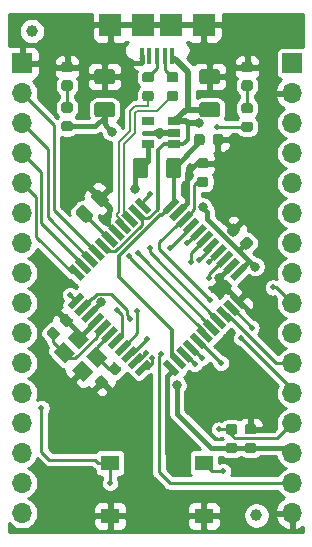
<source format=gbr>
G04 #@! TF.GenerationSoftware,KiCad,Pcbnew,(5.1.5)-3*
G04 #@! TF.CreationDate,2021-02-11T22:25:29+01:00*
G04 #@! TF.ProjectId,20210211_eduino,32303231-3032-4313-915f-656475696e6f,v1.0*
G04 #@! TF.SameCoordinates,Original*
G04 #@! TF.FileFunction,Copper,L1,Top*
G04 #@! TF.FilePolarity,Positive*
%FSLAX46Y46*%
G04 Gerber Fmt 4.6, Leading zero omitted, Abs format (unit mm)*
G04 Created by KiCad (PCBNEW (5.1.5)-3) date 2021-02-11 22:25:29*
%MOMM*%
%LPD*%
G04 APERTURE LIST*
%ADD10C,1.000000*%
%ADD11C,0.100000*%
%ADD12R,1.060000X0.650000*%
%ADD13R,1.900000X1.900000*%
%ADD14R,0.400000X1.350000*%
%ADD15O,1.700000X1.700000*%
%ADD16R,1.700000X1.700000*%
%ADD17R,1.550000X1.300000*%
%ADD18C,0.800000*%
%ADD19C,0.500000*%
%ADD20C,0.250000*%
%ADD21C,0.300000*%
%ADD22C,0.400000*%
%ADD23C,0.500000*%
%ADD24C,0.200000*%
%ADD25C,0.254000*%
G04 APERTURE END LIST*
D10*
X157000000Y-131000000D03*
G04 #@! TA.AperFunction,SMDPad,CuDef*
D11*
G36*
X153990191Y-98713053D02*
G01*
X154011426Y-98716203D01*
X154032250Y-98721419D01*
X154052462Y-98728651D01*
X154071868Y-98737830D01*
X154090281Y-98748866D01*
X154107524Y-98761654D01*
X154123430Y-98776070D01*
X154137846Y-98791976D01*
X154150634Y-98809219D01*
X154161670Y-98827632D01*
X154170849Y-98847038D01*
X154178081Y-98867250D01*
X154183297Y-98888074D01*
X154186447Y-98909309D01*
X154187500Y-98930750D01*
X154187500Y-99443250D01*
X154186447Y-99464691D01*
X154183297Y-99485926D01*
X154178081Y-99506750D01*
X154170849Y-99526962D01*
X154161670Y-99546368D01*
X154150634Y-99564781D01*
X154137846Y-99582024D01*
X154123430Y-99597930D01*
X154107524Y-99612346D01*
X154090281Y-99625134D01*
X154071868Y-99636170D01*
X154052462Y-99645349D01*
X154032250Y-99652581D01*
X154011426Y-99657797D01*
X153990191Y-99660947D01*
X153968750Y-99662000D01*
X153531250Y-99662000D01*
X153509809Y-99660947D01*
X153488574Y-99657797D01*
X153467750Y-99652581D01*
X153447538Y-99645349D01*
X153428132Y-99636170D01*
X153409719Y-99625134D01*
X153392476Y-99612346D01*
X153376570Y-99597930D01*
X153362154Y-99582024D01*
X153349366Y-99564781D01*
X153338330Y-99546368D01*
X153329151Y-99526962D01*
X153321919Y-99506750D01*
X153316703Y-99485926D01*
X153313553Y-99464691D01*
X153312500Y-99443250D01*
X153312500Y-98930750D01*
X153313553Y-98909309D01*
X153316703Y-98888074D01*
X153321919Y-98867250D01*
X153329151Y-98847038D01*
X153338330Y-98827632D01*
X153349366Y-98809219D01*
X153362154Y-98791976D01*
X153376570Y-98776070D01*
X153392476Y-98761654D01*
X153409719Y-98748866D01*
X153428132Y-98737830D01*
X153447538Y-98728651D01*
X153467750Y-98721419D01*
X153488574Y-98716203D01*
X153509809Y-98713053D01*
X153531250Y-98712000D01*
X153968750Y-98712000D01*
X153990191Y-98713053D01*
G37*
G04 #@! TD.AperFunction*
G04 #@! TA.AperFunction,SMDPad,CuDef*
G36*
X152415191Y-98713053D02*
G01*
X152436426Y-98716203D01*
X152457250Y-98721419D01*
X152477462Y-98728651D01*
X152496868Y-98737830D01*
X152515281Y-98748866D01*
X152532524Y-98761654D01*
X152548430Y-98776070D01*
X152562846Y-98791976D01*
X152575634Y-98809219D01*
X152586670Y-98827632D01*
X152595849Y-98847038D01*
X152603081Y-98867250D01*
X152608297Y-98888074D01*
X152611447Y-98909309D01*
X152612500Y-98930750D01*
X152612500Y-99443250D01*
X152611447Y-99464691D01*
X152608297Y-99485926D01*
X152603081Y-99506750D01*
X152595849Y-99526962D01*
X152586670Y-99546368D01*
X152575634Y-99564781D01*
X152562846Y-99582024D01*
X152548430Y-99597930D01*
X152532524Y-99612346D01*
X152515281Y-99625134D01*
X152496868Y-99636170D01*
X152477462Y-99645349D01*
X152457250Y-99652581D01*
X152436426Y-99657797D01*
X152415191Y-99660947D01*
X152393750Y-99662000D01*
X151956250Y-99662000D01*
X151934809Y-99660947D01*
X151913574Y-99657797D01*
X151892750Y-99652581D01*
X151872538Y-99645349D01*
X151853132Y-99636170D01*
X151834719Y-99625134D01*
X151817476Y-99612346D01*
X151801570Y-99597930D01*
X151787154Y-99582024D01*
X151774366Y-99564781D01*
X151763330Y-99546368D01*
X151754151Y-99526962D01*
X151746919Y-99506750D01*
X151741703Y-99485926D01*
X151738553Y-99464691D01*
X151737500Y-99443250D01*
X151737500Y-98930750D01*
X151738553Y-98909309D01*
X151741703Y-98888074D01*
X151746919Y-98867250D01*
X151754151Y-98847038D01*
X151763330Y-98827632D01*
X151774366Y-98809219D01*
X151787154Y-98791976D01*
X151801570Y-98776070D01*
X151817476Y-98761654D01*
X151834719Y-98748866D01*
X151853132Y-98737830D01*
X151872538Y-98728651D01*
X151892750Y-98721419D01*
X151913574Y-98716203D01*
X151934809Y-98713053D01*
X151956250Y-98712000D01*
X152393750Y-98712000D01*
X152415191Y-98713053D01*
G37*
G04 #@! TD.AperFunction*
D12*
X147800000Y-99550000D03*
X147800000Y-97650000D03*
X150000000Y-97650000D03*
X150000000Y-98600000D03*
X150000000Y-99550000D03*
D13*
X147400000Y-89475000D03*
X149800000Y-89475000D03*
X144650000Y-89475000D03*
X152550000Y-89475000D03*
D14*
X149900000Y-92150000D03*
X149250000Y-92150000D03*
X148600000Y-92150000D03*
X147950000Y-92150000D03*
X147300000Y-92150000D03*
D15*
X160020000Y-130810000D03*
X160020000Y-128270000D03*
X160020000Y-125730000D03*
X160020000Y-123190000D03*
X160020000Y-120650000D03*
X160020000Y-118110000D03*
X160020000Y-115570000D03*
X160020000Y-113030000D03*
X160020000Y-110490000D03*
X160020000Y-107950000D03*
X160020000Y-105410000D03*
X160020000Y-102870000D03*
X160020000Y-100330000D03*
X160020000Y-97790000D03*
X160020000Y-95250000D03*
D16*
X160020000Y-92710000D03*
G04 #@! TA.AperFunction,SMDPad,CuDef*
D11*
G36*
X141003984Y-115950431D02*
G01*
X141852512Y-115101903D01*
X142842462Y-116091853D01*
X141993934Y-116940381D01*
X141003984Y-115950431D01*
G37*
G04 #@! TD.AperFunction*
G04 #@! TA.AperFunction,SMDPad,CuDef*
G36*
X142559619Y-117506066D02*
G01*
X143408147Y-116657538D01*
X144398097Y-117647488D01*
X143549569Y-118496016D01*
X142559619Y-117506066D01*
G37*
G04 #@! TD.AperFunction*
G04 #@! TA.AperFunction,SMDPad,CuDef*
G36*
X141357538Y-118708147D02*
G01*
X142206066Y-117859619D01*
X143196016Y-118849569D01*
X142347488Y-119698097D01*
X141357538Y-118708147D01*
G37*
G04 #@! TD.AperFunction*
G04 #@! TA.AperFunction,SMDPad,CuDef*
G36*
X139801903Y-117152512D02*
G01*
X140650431Y-116303984D01*
X141640381Y-117293934D01*
X140791853Y-118142462D01*
X139801903Y-117152512D01*
G37*
G04 #@! TD.AperFunction*
D10*
X138000000Y-90000000D03*
G04 #@! TA.AperFunction,SMDPad,CuDef*
D11*
G36*
X149466206Y-105498848D02*
G01*
X149077298Y-105109940D01*
X150137958Y-104049280D01*
X150526866Y-104438188D01*
X149466206Y-105498848D01*
G37*
G04 #@! TD.AperFunction*
G04 #@! TA.AperFunction,SMDPad,CuDef*
G36*
X150031891Y-106064534D02*
G01*
X149642983Y-105675626D01*
X150703643Y-104614966D01*
X151092551Y-105003874D01*
X150031891Y-106064534D01*
G37*
G04 #@! TD.AperFunction*
G04 #@! TA.AperFunction,SMDPad,CuDef*
G36*
X150597576Y-106630219D02*
G01*
X150208668Y-106241311D01*
X151269328Y-105180651D01*
X151658236Y-105569559D01*
X150597576Y-106630219D01*
G37*
G04 #@! TD.AperFunction*
G04 #@! TA.AperFunction,SMDPad,CuDef*
G36*
X151163262Y-107195904D02*
G01*
X150774354Y-106806996D01*
X151835014Y-105746336D01*
X152223922Y-106135244D01*
X151163262Y-107195904D01*
G37*
G04 #@! TD.AperFunction*
G04 #@! TA.AperFunction,SMDPad,CuDef*
G36*
X151728947Y-107761590D02*
G01*
X151340039Y-107372682D01*
X152400699Y-106312022D01*
X152789607Y-106700930D01*
X151728947Y-107761590D01*
G37*
G04 #@! TD.AperFunction*
G04 #@! TA.AperFunction,SMDPad,CuDef*
G36*
X152294633Y-108327275D02*
G01*
X151905725Y-107938367D01*
X152966385Y-106877707D01*
X153355293Y-107266615D01*
X152294633Y-108327275D01*
G37*
G04 #@! TD.AperFunction*
G04 #@! TA.AperFunction,SMDPad,CuDef*
G36*
X152860318Y-108892961D02*
G01*
X152471410Y-108504053D01*
X153532070Y-107443393D01*
X153920978Y-107832301D01*
X152860318Y-108892961D01*
G37*
G04 #@! TD.AperFunction*
G04 #@! TA.AperFunction,SMDPad,CuDef*
G36*
X153426004Y-109458646D02*
G01*
X153037096Y-109069738D01*
X154097756Y-108009078D01*
X154486664Y-108397986D01*
X153426004Y-109458646D01*
G37*
G04 #@! TD.AperFunction*
G04 #@! TA.AperFunction,SMDPad,CuDef*
G36*
X153991689Y-110024332D02*
G01*
X153602781Y-109635424D01*
X154663441Y-108574764D01*
X155052349Y-108963672D01*
X153991689Y-110024332D01*
G37*
G04 #@! TD.AperFunction*
G04 #@! TA.AperFunction,SMDPad,CuDef*
G36*
X154557374Y-110590017D02*
G01*
X154168466Y-110201109D01*
X155229126Y-109140449D01*
X155618034Y-109529357D01*
X154557374Y-110590017D01*
G37*
G04 #@! TD.AperFunction*
G04 #@! TA.AperFunction,SMDPad,CuDef*
G36*
X155123060Y-111155702D02*
G01*
X154734152Y-110766794D01*
X155794812Y-109706134D01*
X156183720Y-110095042D01*
X155123060Y-111155702D01*
G37*
G04 #@! TD.AperFunction*
G04 #@! TA.AperFunction,SMDPad,CuDef*
G36*
X154734152Y-112499206D02*
G01*
X155123060Y-112110298D01*
X156183720Y-113170958D01*
X155794812Y-113559866D01*
X154734152Y-112499206D01*
G37*
G04 #@! TD.AperFunction*
G04 #@! TA.AperFunction,SMDPad,CuDef*
G36*
X154168466Y-113064891D02*
G01*
X154557374Y-112675983D01*
X155618034Y-113736643D01*
X155229126Y-114125551D01*
X154168466Y-113064891D01*
G37*
G04 #@! TD.AperFunction*
G04 #@! TA.AperFunction,SMDPad,CuDef*
G36*
X153602781Y-113630576D02*
G01*
X153991689Y-113241668D01*
X155052349Y-114302328D01*
X154663441Y-114691236D01*
X153602781Y-113630576D01*
G37*
G04 #@! TD.AperFunction*
G04 #@! TA.AperFunction,SMDPad,CuDef*
G36*
X153037096Y-114196262D02*
G01*
X153426004Y-113807354D01*
X154486664Y-114868014D01*
X154097756Y-115256922D01*
X153037096Y-114196262D01*
G37*
G04 #@! TD.AperFunction*
G04 #@! TA.AperFunction,SMDPad,CuDef*
G36*
X152471410Y-114761947D02*
G01*
X152860318Y-114373039D01*
X153920978Y-115433699D01*
X153532070Y-115822607D01*
X152471410Y-114761947D01*
G37*
G04 #@! TD.AperFunction*
G04 #@! TA.AperFunction,SMDPad,CuDef*
G36*
X151905725Y-115327633D02*
G01*
X152294633Y-114938725D01*
X153355293Y-115999385D01*
X152966385Y-116388293D01*
X151905725Y-115327633D01*
G37*
G04 #@! TD.AperFunction*
G04 #@! TA.AperFunction,SMDPad,CuDef*
G36*
X151340039Y-115893318D02*
G01*
X151728947Y-115504410D01*
X152789607Y-116565070D01*
X152400699Y-116953978D01*
X151340039Y-115893318D01*
G37*
G04 #@! TD.AperFunction*
G04 #@! TA.AperFunction,SMDPad,CuDef*
G36*
X150774354Y-116459004D02*
G01*
X151163262Y-116070096D01*
X152223922Y-117130756D01*
X151835014Y-117519664D01*
X150774354Y-116459004D01*
G37*
G04 #@! TD.AperFunction*
G04 #@! TA.AperFunction,SMDPad,CuDef*
G36*
X150208668Y-117024689D02*
G01*
X150597576Y-116635781D01*
X151658236Y-117696441D01*
X151269328Y-118085349D01*
X150208668Y-117024689D01*
G37*
G04 #@! TD.AperFunction*
G04 #@! TA.AperFunction,SMDPad,CuDef*
G36*
X149642983Y-117590374D02*
G01*
X150031891Y-117201466D01*
X151092551Y-118262126D01*
X150703643Y-118651034D01*
X149642983Y-117590374D01*
G37*
G04 #@! TD.AperFunction*
G04 #@! TA.AperFunction,SMDPad,CuDef*
G36*
X149077298Y-118156060D02*
G01*
X149466206Y-117767152D01*
X150526866Y-118827812D01*
X150137958Y-119216720D01*
X149077298Y-118156060D01*
G37*
G04 #@! TD.AperFunction*
G04 #@! TA.AperFunction,SMDPad,CuDef*
G36*
X147062042Y-119216720D02*
G01*
X146673134Y-118827812D01*
X147733794Y-117767152D01*
X148122702Y-118156060D01*
X147062042Y-119216720D01*
G37*
G04 #@! TD.AperFunction*
G04 #@! TA.AperFunction,SMDPad,CuDef*
G36*
X146496357Y-118651034D02*
G01*
X146107449Y-118262126D01*
X147168109Y-117201466D01*
X147557017Y-117590374D01*
X146496357Y-118651034D01*
G37*
G04 #@! TD.AperFunction*
G04 #@! TA.AperFunction,SMDPad,CuDef*
G36*
X145930672Y-118085349D02*
G01*
X145541764Y-117696441D01*
X146602424Y-116635781D01*
X146991332Y-117024689D01*
X145930672Y-118085349D01*
G37*
G04 #@! TD.AperFunction*
G04 #@! TA.AperFunction,SMDPad,CuDef*
G36*
X145364986Y-117519664D02*
G01*
X144976078Y-117130756D01*
X146036738Y-116070096D01*
X146425646Y-116459004D01*
X145364986Y-117519664D01*
G37*
G04 #@! TD.AperFunction*
G04 #@! TA.AperFunction,SMDPad,CuDef*
G36*
X144799301Y-116953978D02*
G01*
X144410393Y-116565070D01*
X145471053Y-115504410D01*
X145859961Y-115893318D01*
X144799301Y-116953978D01*
G37*
G04 #@! TD.AperFunction*
G04 #@! TA.AperFunction,SMDPad,CuDef*
G36*
X144233615Y-116388293D02*
G01*
X143844707Y-115999385D01*
X144905367Y-114938725D01*
X145294275Y-115327633D01*
X144233615Y-116388293D01*
G37*
G04 #@! TD.AperFunction*
G04 #@! TA.AperFunction,SMDPad,CuDef*
G36*
X143667930Y-115822607D02*
G01*
X143279022Y-115433699D01*
X144339682Y-114373039D01*
X144728590Y-114761947D01*
X143667930Y-115822607D01*
G37*
G04 #@! TD.AperFunction*
G04 #@! TA.AperFunction,SMDPad,CuDef*
G36*
X143102244Y-115256922D02*
G01*
X142713336Y-114868014D01*
X143773996Y-113807354D01*
X144162904Y-114196262D01*
X143102244Y-115256922D01*
G37*
G04 #@! TD.AperFunction*
G04 #@! TA.AperFunction,SMDPad,CuDef*
G36*
X142536559Y-114691236D02*
G01*
X142147651Y-114302328D01*
X143208311Y-113241668D01*
X143597219Y-113630576D01*
X142536559Y-114691236D01*
G37*
G04 #@! TD.AperFunction*
G04 #@! TA.AperFunction,SMDPad,CuDef*
G36*
X141970874Y-114125551D02*
G01*
X141581966Y-113736643D01*
X142642626Y-112675983D01*
X143031534Y-113064891D01*
X141970874Y-114125551D01*
G37*
G04 #@! TD.AperFunction*
G04 #@! TA.AperFunction,SMDPad,CuDef*
G36*
X141405188Y-113559866D02*
G01*
X141016280Y-113170958D01*
X142076940Y-112110298D01*
X142465848Y-112499206D01*
X141405188Y-113559866D01*
G37*
G04 #@! TD.AperFunction*
G04 #@! TA.AperFunction,SMDPad,CuDef*
G36*
X141016280Y-110095042D02*
G01*
X141405188Y-109706134D01*
X142465848Y-110766794D01*
X142076940Y-111155702D01*
X141016280Y-110095042D01*
G37*
G04 #@! TD.AperFunction*
G04 #@! TA.AperFunction,SMDPad,CuDef*
G36*
X141581966Y-109529357D02*
G01*
X141970874Y-109140449D01*
X143031534Y-110201109D01*
X142642626Y-110590017D01*
X141581966Y-109529357D01*
G37*
G04 #@! TD.AperFunction*
G04 #@! TA.AperFunction,SMDPad,CuDef*
G36*
X142147651Y-108963672D02*
G01*
X142536559Y-108574764D01*
X143597219Y-109635424D01*
X143208311Y-110024332D01*
X142147651Y-108963672D01*
G37*
G04 #@! TD.AperFunction*
G04 #@! TA.AperFunction,SMDPad,CuDef*
G36*
X142713336Y-108397986D02*
G01*
X143102244Y-108009078D01*
X144162904Y-109069738D01*
X143773996Y-109458646D01*
X142713336Y-108397986D01*
G37*
G04 #@! TD.AperFunction*
G04 #@! TA.AperFunction,SMDPad,CuDef*
G36*
X143279022Y-107832301D02*
G01*
X143667930Y-107443393D01*
X144728590Y-108504053D01*
X144339682Y-108892961D01*
X143279022Y-107832301D01*
G37*
G04 #@! TD.AperFunction*
G04 #@! TA.AperFunction,SMDPad,CuDef*
G36*
X143844707Y-107266615D02*
G01*
X144233615Y-106877707D01*
X145294275Y-107938367D01*
X144905367Y-108327275D01*
X143844707Y-107266615D01*
G37*
G04 #@! TD.AperFunction*
G04 #@! TA.AperFunction,SMDPad,CuDef*
G36*
X144410393Y-106700930D02*
G01*
X144799301Y-106312022D01*
X145859961Y-107372682D01*
X145471053Y-107761590D01*
X144410393Y-106700930D01*
G37*
G04 #@! TD.AperFunction*
G04 #@! TA.AperFunction,SMDPad,CuDef*
G36*
X144976078Y-106135244D02*
G01*
X145364986Y-105746336D01*
X146425646Y-106806996D01*
X146036738Y-107195904D01*
X144976078Y-106135244D01*
G37*
G04 #@! TD.AperFunction*
G04 #@! TA.AperFunction,SMDPad,CuDef*
G36*
X145541764Y-105569559D02*
G01*
X145930672Y-105180651D01*
X146991332Y-106241311D01*
X146602424Y-106630219D01*
X145541764Y-105569559D01*
G37*
G04 #@! TD.AperFunction*
G04 #@! TA.AperFunction,SMDPad,CuDef*
G36*
X146107449Y-105003874D02*
G01*
X146496357Y-104614966D01*
X147557017Y-105675626D01*
X147168109Y-106064534D01*
X146107449Y-105003874D01*
G37*
G04 #@! TD.AperFunction*
G04 #@! TA.AperFunction,SMDPad,CuDef*
G36*
X146673134Y-104438188D02*
G01*
X147062042Y-104049280D01*
X148122702Y-105109940D01*
X147733794Y-105498848D01*
X146673134Y-104438188D01*
G37*
G04 #@! TD.AperFunction*
D15*
X137160000Y-130810000D03*
X137160000Y-128270000D03*
X137160000Y-125730000D03*
X137160000Y-123190000D03*
X137160000Y-120650000D03*
X137160000Y-118110000D03*
X137160000Y-115570000D03*
X137160000Y-113030000D03*
X137160000Y-110490000D03*
X137160000Y-107950000D03*
X137160000Y-105410000D03*
X137160000Y-102870000D03*
X137160000Y-100330000D03*
X137160000Y-97790000D03*
X137160000Y-95250000D03*
D16*
X137160000Y-92710000D03*
G04 #@! TA.AperFunction,SMDPad,CuDef*
D11*
G36*
X155163691Y-123280553D02*
G01*
X155184926Y-123283703D01*
X155205750Y-123288919D01*
X155225962Y-123296151D01*
X155245368Y-123305330D01*
X155263781Y-123316366D01*
X155281024Y-123329154D01*
X155296930Y-123343570D01*
X155311346Y-123359476D01*
X155324134Y-123376719D01*
X155335170Y-123395132D01*
X155344349Y-123414538D01*
X155351581Y-123434750D01*
X155356797Y-123455574D01*
X155359947Y-123476809D01*
X155361000Y-123498250D01*
X155361000Y-123935750D01*
X155359947Y-123957191D01*
X155356797Y-123978426D01*
X155351581Y-123999250D01*
X155344349Y-124019462D01*
X155335170Y-124038868D01*
X155324134Y-124057281D01*
X155311346Y-124074524D01*
X155296930Y-124090430D01*
X155281024Y-124104846D01*
X155263781Y-124117634D01*
X155245368Y-124128670D01*
X155225962Y-124137849D01*
X155205750Y-124145081D01*
X155184926Y-124150297D01*
X155163691Y-124153447D01*
X155142250Y-124154500D01*
X154629750Y-124154500D01*
X154608309Y-124153447D01*
X154587074Y-124150297D01*
X154566250Y-124145081D01*
X154546038Y-124137849D01*
X154526632Y-124128670D01*
X154508219Y-124117634D01*
X154490976Y-124104846D01*
X154475070Y-124090430D01*
X154460654Y-124074524D01*
X154447866Y-124057281D01*
X154436830Y-124038868D01*
X154427651Y-124019462D01*
X154420419Y-123999250D01*
X154415203Y-123978426D01*
X154412053Y-123957191D01*
X154411000Y-123935750D01*
X154411000Y-123498250D01*
X154412053Y-123476809D01*
X154415203Y-123455574D01*
X154420419Y-123434750D01*
X154427651Y-123414538D01*
X154436830Y-123395132D01*
X154447866Y-123376719D01*
X154460654Y-123359476D01*
X154475070Y-123343570D01*
X154490976Y-123329154D01*
X154508219Y-123316366D01*
X154526632Y-123305330D01*
X154546038Y-123296151D01*
X154566250Y-123288919D01*
X154587074Y-123283703D01*
X154608309Y-123280553D01*
X154629750Y-123279500D01*
X155142250Y-123279500D01*
X155163691Y-123280553D01*
G37*
G04 #@! TD.AperFunction*
G04 #@! TA.AperFunction,SMDPad,CuDef*
G36*
X155163691Y-124855553D02*
G01*
X155184926Y-124858703D01*
X155205750Y-124863919D01*
X155225962Y-124871151D01*
X155245368Y-124880330D01*
X155263781Y-124891366D01*
X155281024Y-124904154D01*
X155296930Y-124918570D01*
X155311346Y-124934476D01*
X155324134Y-124951719D01*
X155335170Y-124970132D01*
X155344349Y-124989538D01*
X155351581Y-125009750D01*
X155356797Y-125030574D01*
X155359947Y-125051809D01*
X155361000Y-125073250D01*
X155361000Y-125510750D01*
X155359947Y-125532191D01*
X155356797Y-125553426D01*
X155351581Y-125574250D01*
X155344349Y-125594462D01*
X155335170Y-125613868D01*
X155324134Y-125632281D01*
X155311346Y-125649524D01*
X155296930Y-125665430D01*
X155281024Y-125679846D01*
X155263781Y-125692634D01*
X155245368Y-125703670D01*
X155225962Y-125712849D01*
X155205750Y-125720081D01*
X155184926Y-125725297D01*
X155163691Y-125728447D01*
X155142250Y-125729500D01*
X154629750Y-125729500D01*
X154608309Y-125728447D01*
X154587074Y-125725297D01*
X154566250Y-125720081D01*
X154546038Y-125712849D01*
X154526632Y-125703670D01*
X154508219Y-125692634D01*
X154490976Y-125679846D01*
X154475070Y-125665430D01*
X154460654Y-125649524D01*
X154447866Y-125632281D01*
X154436830Y-125613868D01*
X154427651Y-125594462D01*
X154420419Y-125574250D01*
X154415203Y-125553426D01*
X154412053Y-125532191D01*
X154411000Y-125510750D01*
X154411000Y-125073250D01*
X154412053Y-125051809D01*
X154415203Y-125030574D01*
X154420419Y-125009750D01*
X154427651Y-124989538D01*
X154436830Y-124970132D01*
X154447866Y-124951719D01*
X154460654Y-124934476D01*
X154475070Y-124918570D01*
X154490976Y-124904154D01*
X154508219Y-124891366D01*
X154526632Y-124880330D01*
X154546038Y-124871151D01*
X154566250Y-124863919D01*
X154587074Y-124858703D01*
X154608309Y-124855553D01*
X154629750Y-124854500D01*
X155142250Y-124854500D01*
X155163691Y-124855553D01*
G37*
G04 #@! TD.AperFunction*
G04 #@! TA.AperFunction,SMDPad,CuDef*
G36*
X156487691Y-96083553D02*
G01*
X156508926Y-96086703D01*
X156529750Y-96091919D01*
X156549962Y-96099151D01*
X156569368Y-96108330D01*
X156587781Y-96119366D01*
X156605024Y-96132154D01*
X156620930Y-96146570D01*
X156635346Y-96162476D01*
X156648134Y-96179719D01*
X156659170Y-96198132D01*
X156668349Y-96217538D01*
X156675581Y-96237750D01*
X156680797Y-96258574D01*
X156683947Y-96279809D01*
X156685000Y-96301250D01*
X156685000Y-96738750D01*
X156683947Y-96760191D01*
X156680797Y-96781426D01*
X156675581Y-96802250D01*
X156668349Y-96822462D01*
X156659170Y-96841868D01*
X156648134Y-96860281D01*
X156635346Y-96877524D01*
X156620930Y-96893430D01*
X156605024Y-96907846D01*
X156587781Y-96920634D01*
X156569368Y-96931670D01*
X156549962Y-96940849D01*
X156529750Y-96948081D01*
X156508926Y-96953297D01*
X156487691Y-96956447D01*
X156466250Y-96957500D01*
X155953750Y-96957500D01*
X155932309Y-96956447D01*
X155911074Y-96953297D01*
X155890250Y-96948081D01*
X155870038Y-96940849D01*
X155850632Y-96931670D01*
X155832219Y-96920634D01*
X155814976Y-96907846D01*
X155799070Y-96893430D01*
X155784654Y-96877524D01*
X155771866Y-96860281D01*
X155760830Y-96841868D01*
X155751651Y-96822462D01*
X155744419Y-96802250D01*
X155739203Y-96781426D01*
X155736053Y-96760191D01*
X155735000Y-96738750D01*
X155735000Y-96301250D01*
X155736053Y-96279809D01*
X155739203Y-96258574D01*
X155744419Y-96237750D01*
X155751651Y-96217538D01*
X155760830Y-96198132D01*
X155771866Y-96179719D01*
X155784654Y-96162476D01*
X155799070Y-96146570D01*
X155814976Y-96132154D01*
X155832219Y-96119366D01*
X155850632Y-96108330D01*
X155870038Y-96099151D01*
X155890250Y-96091919D01*
X155911074Y-96086703D01*
X155932309Y-96083553D01*
X155953750Y-96082500D01*
X156466250Y-96082500D01*
X156487691Y-96083553D01*
G37*
G04 #@! TD.AperFunction*
G04 #@! TA.AperFunction,SMDPad,CuDef*
G36*
X156487691Y-97658553D02*
G01*
X156508926Y-97661703D01*
X156529750Y-97666919D01*
X156549962Y-97674151D01*
X156569368Y-97683330D01*
X156587781Y-97694366D01*
X156605024Y-97707154D01*
X156620930Y-97721570D01*
X156635346Y-97737476D01*
X156648134Y-97754719D01*
X156659170Y-97773132D01*
X156668349Y-97792538D01*
X156675581Y-97812750D01*
X156680797Y-97833574D01*
X156683947Y-97854809D01*
X156685000Y-97876250D01*
X156685000Y-98313750D01*
X156683947Y-98335191D01*
X156680797Y-98356426D01*
X156675581Y-98377250D01*
X156668349Y-98397462D01*
X156659170Y-98416868D01*
X156648134Y-98435281D01*
X156635346Y-98452524D01*
X156620930Y-98468430D01*
X156605024Y-98482846D01*
X156587781Y-98495634D01*
X156569368Y-98506670D01*
X156549962Y-98515849D01*
X156529750Y-98523081D01*
X156508926Y-98528297D01*
X156487691Y-98531447D01*
X156466250Y-98532500D01*
X155953750Y-98532500D01*
X155932309Y-98531447D01*
X155911074Y-98528297D01*
X155890250Y-98523081D01*
X155870038Y-98515849D01*
X155850632Y-98506670D01*
X155832219Y-98495634D01*
X155814976Y-98482846D01*
X155799070Y-98468430D01*
X155784654Y-98452524D01*
X155771866Y-98435281D01*
X155760830Y-98416868D01*
X155751651Y-98397462D01*
X155744419Y-98377250D01*
X155739203Y-98356426D01*
X155736053Y-98335191D01*
X155735000Y-98313750D01*
X155735000Y-97876250D01*
X155736053Y-97854809D01*
X155739203Y-97833574D01*
X155744419Y-97812750D01*
X155751651Y-97792538D01*
X155760830Y-97773132D01*
X155771866Y-97754719D01*
X155784654Y-97737476D01*
X155799070Y-97721570D01*
X155814976Y-97707154D01*
X155832219Y-97694366D01*
X155850632Y-97683330D01*
X155870038Y-97674151D01*
X155890250Y-97666919D01*
X155911074Y-97661703D01*
X155932309Y-97658553D01*
X155953750Y-97657500D01*
X156466250Y-97657500D01*
X156487691Y-97658553D01*
G37*
G04 #@! TD.AperFunction*
G04 #@! TA.AperFunction,SMDPad,CuDef*
G36*
X141247691Y-96032553D02*
G01*
X141268926Y-96035703D01*
X141289750Y-96040919D01*
X141309962Y-96048151D01*
X141329368Y-96057330D01*
X141347781Y-96068366D01*
X141365024Y-96081154D01*
X141380930Y-96095570D01*
X141395346Y-96111476D01*
X141408134Y-96128719D01*
X141419170Y-96147132D01*
X141428349Y-96166538D01*
X141435581Y-96186750D01*
X141440797Y-96207574D01*
X141443947Y-96228809D01*
X141445000Y-96250250D01*
X141445000Y-96687750D01*
X141443947Y-96709191D01*
X141440797Y-96730426D01*
X141435581Y-96751250D01*
X141428349Y-96771462D01*
X141419170Y-96790868D01*
X141408134Y-96809281D01*
X141395346Y-96826524D01*
X141380930Y-96842430D01*
X141365024Y-96856846D01*
X141347781Y-96869634D01*
X141329368Y-96880670D01*
X141309962Y-96889849D01*
X141289750Y-96897081D01*
X141268926Y-96902297D01*
X141247691Y-96905447D01*
X141226250Y-96906500D01*
X140713750Y-96906500D01*
X140692309Y-96905447D01*
X140671074Y-96902297D01*
X140650250Y-96897081D01*
X140630038Y-96889849D01*
X140610632Y-96880670D01*
X140592219Y-96869634D01*
X140574976Y-96856846D01*
X140559070Y-96842430D01*
X140544654Y-96826524D01*
X140531866Y-96809281D01*
X140520830Y-96790868D01*
X140511651Y-96771462D01*
X140504419Y-96751250D01*
X140499203Y-96730426D01*
X140496053Y-96709191D01*
X140495000Y-96687750D01*
X140495000Y-96250250D01*
X140496053Y-96228809D01*
X140499203Y-96207574D01*
X140504419Y-96186750D01*
X140511651Y-96166538D01*
X140520830Y-96147132D01*
X140531866Y-96128719D01*
X140544654Y-96111476D01*
X140559070Y-96095570D01*
X140574976Y-96081154D01*
X140592219Y-96068366D01*
X140610632Y-96057330D01*
X140630038Y-96048151D01*
X140650250Y-96040919D01*
X140671074Y-96035703D01*
X140692309Y-96032553D01*
X140713750Y-96031500D01*
X141226250Y-96031500D01*
X141247691Y-96032553D01*
G37*
G04 #@! TD.AperFunction*
G04 #@! TA.AperFunction,SMDPad,CuDef*
G36*
X141247691Y-97607553D02*
G01*
X141268926Y-97610703D01*
X141289750Y-97615919D01*
X141309962Y-97623151D01*
X141329368Y-97632330D01*
X141347781Y-97643366D01*
X141365024Y-97656154D01*
X141380930Y-97670570D01*
X141395346Y-97686476D01*
X141408134Y-97703719D01*
X141419170Y-97722132D01*
X141428349Y-97741538D01*
X141435581Y-97761750D01*
X141440797Y-97782574D01*
X141443947Y-97803809D01*
X141445000Y-97825250D01*
X141445000Y-98262750D01*
X141443947Y-98284191D01*
X141440797Y-98305426D01*
X141435581Y-98326250D01*
X141428349Y-98346462D01*
X141419170Y-98365868D01*
X141408134Y-98384281D01*
X141395346Y-98401524D01*
X141380930Y-98417430D01*
X141365024Y-98431846D01*
X141347781Y-98444634D01*
X141329368Y-98455670D01*
X141309962Y-98464849D01*
X141289750Y-98472081D01*
X141268926Y-98477297D01*
X141247691Y-98480447D01*
X141226250Y-98481500D01*
X140713750Y-98481500D01*
X140692309Y-98480447D01*
X140671074Y-98477297D01*
X140650250Y-98472081D01*
X140630038Y-98464849D01*
X140610632Y-98455670D01*
X140592219Y-98444634D01*
X140574976Y-98431846D01*
X140559070Y-98417430D01*
X140544654Y-98401524D01*
X140531866Y-98384281D01*
X140520830Y-98365868D01*
X140511651Y-98346462D01*
X140504419Y-98326250D01*
X140499203Y-98305426D01*
X140496053Y-98284191D01*
X140495000Y-98262750D01*
X140495000Y-97825250D01*
X140496053Y-97803809D01*
X140499203Y-97782574D01*
X140504419Y-97761750D01*
X140511651Y-97741538D01*
X140520830Y-97722132D01*
X140531866Y-97703719D01*
X140544654Y-97686476D01*
X140559070Y-97670570D01*
X140574976Y-97656154D01*
X140592219Y-97643366D01*
X140610632Y-97632330D01*
X140630038Y-97623151D01*
X140650250Y-97615919D01*
X140671074Y-97610703D01*
X140692309Y-97607553D01*
X140713750Y-97606500D01*
X141226250Y-97606500D01*
X141247691Y-97607553D01*
G37*
G04 #@! TD.AperFunction*
G04 #@! TA.AperFunction,SMDPad,CuDef*
G36*
X156487691Y-94178553D02*
G01*
X156508926Y-94181703D01*
X156529750Y-94186919D01*
X156549962Y-94194151D01*
X156569368Y-94203330D01*
X156587781Y-94214366D01*
X156605024Y-94227154D01*
X156620930Y-94241570D01*
X156635346Y-94257476D01*
X156648134Y-94274719D01*
X156659170Y-94293132D01*
X156668349Y-94312538D01*
X156675581Y-94332750D01*
X156680797Y-94353574D01*
X156683947Y-94374809D01*
X156685000Y-94396250D01*
X156685000Y-94833750D01*
X156683947Y-94855191D01*
X156680797Y-94876426D01*
X156675581Y-94897250D01*
X156668349Y-94917462D01*
X156659170Y-94936868D01*
X156648134Y-94955281D01*
X156635346Y-94972524D01*
X156620930Y-94988430D01*
X156605024Y-95002846D01*
X156587781Y-95015634D01*
X156569368Y-95026670D01*
X156549962Y-95035849D01*
X156529750Y-95043081D01*
X156508926Y-95048297D01*
X156487691Y-95051447D01*
X156466250Y-95052500D01*
X155953750Y-95052500D01*
X155932309Y-95051447D01*
X155911074Y-95048297D01*
X155890250Y-95043081D01*
X155870038Y-95035849D01*
X155850632Y-95026670D01*
X155832219Y-95015634D01*
X155814976Y-95002846D01*
X155799070Y-94988430D01*
X155784654Y-94972524D01*
X155771866Y-94955281D01*
X155760830Y-94936868D01*
X155751651Y-94917462D01*
X155744419Y-94897250D01*
X155739203Y-94876426D01*
X155736053Y-94855191D01*
X155735000Y-94833750D01*
X155735000Y-94396250D01*
X155736053Y-94374809D01*
X155739203Y-94353574D01*
X155744419Y-94332750D01*
X155751651Y-94312538D01*
X155760830Y-94293132D01*
X155771866Y-94274719D01*
X155784654Y-94257476D01*
X155799070Y-94241570D01*
X155814976Y-94227154D01*
X155832219Y-94214366D01*
X155850632Y-94203330D01*
X155870038Y-94194151D01*
X155890250Y-94186919D01*
X155911074Y-94181703D01*
X155932309Y-94178553D01*
X155953750Y-94177500D01*
X156466250Y-94177500D01*
X156487691Y-94178553D01*
G37*
G04 #@! TD.AperFunction*
G04 #@! TA.AperFunction,SMDPad,CuDef*
G36*
X156487691Y-92603553D02*
G01*
X156508926Y-92606703D01*
X156529750Y-92611919D01*
X156549962Y-92619151D01*
X156569368Y-92628330D01*
X156587781Y-92639366D01*
X156605024Y-92652154D01*
X156620930Y-92666570D01*
X156635346Y-92682476D01*
X156648134Y-92699719D01*
X156659170Y-92718132D01*
X156668349Y-92737538D01*
X156675581Y-92757750D01*
X156680797Y-92778574D01*
X156683947Y-92799809D01*
X156685000Y-92821250D01*
X156685000Y-93258750D01*
X156683947Y-93280191D01*
X156680797Y-93301426D01*
X156675581Y-93322250D01*
X156668349Y-93342462D01*
X156659170Y-93361868D01*
X156648134Y-93380281D01*
X156635346Y-93397524D01*
X156620930Y-93413430D01*
X156605024Y-93427846D01*
X156587781Y-93440634D01*
X156569368Y-93451670D01*
X156549962Y-93460849D01*
X156529750Y-93468081D01*
X156508926Y-93473297D01*
X156487691Y-93476447D01*
X156466250Y-93477500D01*
X155953750Y-93477500D01*
X155932309Y-93476447D01*
X155911074Y-93473297D01*
X155890250Y-93468081D01*
X155870038Y-93460849D01*
X155850632Y-93451670D01*
X155832219Y-93440634D01*
X155814976Y-93427846D01*
X155799070Y-93413430D01*
X155784654Y-93397524D01*
X155771866Y-93380281D01*
X155760830Y-93361868D01*
X155751651Y-93342462D01*
X155744419Y-93322250D01*
X155739203Y-93301426D01*
X155736053Y-93280191D01*
X155735000Y-93258750D01*
X155735000Y-92821250D01*
X155736053Y-92799809D01*
X155739203Y-92778574D01*
X155744419Y-92757750D01*
X155751651Y-92737538D01*
X155760830Y-92718132D01*
X155771866Y-92699719D01*
X155784654Y-92682476D01*
X155799070Y-92666570D01*
X155814976Y-92652154D01*
X155832219Y-92639366D01*
X155850632Y-92628330D01*
X155870038Y-92619151D01*
X155890250Y-92611919D01*
X155911074Y-92606703D01*
X155932309Y-92603553D01*
X155953750Y-92602500D01*
X156466250Y-92602500D01*
X156487691Y-92603553D01*
G37*
G04 #@! TD.AperFunction*
G04 #@! TA.AperFunction,SMDPad,CuDef*
G36*
X139788077Y-115053274D02*
G01*
X139809312Y-115056424D01*
X139830136Y-115061640D01*
X139850348Y-115068872D01*
X139869754Y-115078051D01*
X139888167Y-115089087D01*
X139905410Y-115101875D01*
X139921316Y-115116291D01*
X140283709Y-115478684D01*
X140298125Y-115494590D01*
X140310913Y-115511833D01*
X140321949Y-115530246D01*
X140331128Y-115549652D01*
X140338360Y-115569864D01*
X140343576Y-115590688D01*
X140346726Y-115611923D01*
X140347779Y-115633364D01*
X140346726Y-115654805D01*
X140343576Y-115676040D01*
X140338360Y-115696864D01*
X140331128Y-115717076D01*
X140321949Y-115736482D01*
X140310913Y-115754895D01*
X140298125Y-115772138D01*
X140283709Y-115788044D01*
X139974350Y-116097403D01*
X139958444Y-116111819D01*
X139941201Y-116124607D01*
X139922788Y-116135643D01*
X139903382Y-116144822D01*
X139883170Y-116152054D01*
X139862346Y-116157270D01*
X139841111Y-116160420D01*
X139819670Y-116161473D01*
X139798229Y-116160420D01*
X139776994Y-116157270D01*
X139756170Y-116152054D01*
X139735958Y-116144822D01*
X139716552Y-116135643D01*
X139698139Y-116124607D01*
X139680896Y-116111819D01*
X139664990Y-116097403D01*
X139302597Y-115735010D01*
X139288181Y-115719104D01*
X139275393Y-115701861D01*
X139264357Y-115683448D01*
X139255178Y-115664042D01*
X139247946Y-115643830D01*
X139242730Y-115623006D01*
X139239580Y-115601771D01*
X139238527Y-115580330D01*
X139239580Y-115558889D01*
X139242730Y-115537654D01*
X139247946Y-115516830D01*
X139255178Y-115496618D01*
X139264357Y-115477212D01*
X139275393Y-115458799D01*
X139288181Y-115441556D01*
X139302597Y-115425650D01*
X139611956Y-115116291D01*
X139627862Y-115101875D01*
X139645105Y-115089087D01*
X139663518Y-115078051D01*
X139682924Y-115068872D01*
X139703136Y-115061640D01*
X139723960Y-115056424D01*
X139745195Y-115053274D01*
X139766636Y-115052221D01*
X139788077Y-115053274D01*
G37*
G04 #@! TD.AperFunction*
G04 #@! TA.AperFunction,SMDPad,CuDef*
G36*
X140901771Y-113939580D02*
G01*
X140923006Y-113942730D01*
X140943830Y-113947946D01*
X140964042Y-113955178D01*
X140983448Y-113964357D01*
X141001861Y-113975393D01*
X141019104Y-113988181D01*
X141035010Y-114002597D01*
X141397403Y-114364990D01*
X141411819Y-114380896D01*
X141424607Y-114398139D01*
X141435643Y-114416552D01*
X141444822Y-114435958D01*
X141452054Y-114456170D01*
X141457270Y-114476994D01*
X141460420Y-114498229D01*
X141461473Y-114519670D01*
X141460420Y-114541111D01*
X141457270Y-114562346D01*
X141452054Y-114583170D01*
X141444822Y-114603382D01*
X141435643Y-114622788D01*
X141424607Y-114641201D01*
X141411819Y-114658444D01*
X141397403Y-114674350D01*
X141088044Y-114983709D01*
X141072138Y-114998125D01*
X141054895Y-115010913D01*
X141036482Y-115021949D01*
X141017076Y-115031128D01*
X140996864Y-115038360D01*
X140976040Y-115043576D01*
X140954805Y-115046726D01*
X140933364Y-115047779D01*
X140911923Y-115046726D01*
X140890688Y-115043576D01*
X140869864Y-115038360D01*
X140849652Y-115031128D01*
X140830246Y-115021949D01*
X140811833Y-115010913D01*
X140794590Y-114998125D01*
X140778684Y-114983709D01*
X140416291Y-114621316D01*
X140401875Y-114605410D01*
X140389087Y-114588167D01*
X140378051Y-114569754D01*
X140368872Y-114550348D01*
X140361640Y-114530136D01*
X140356424Y-114509312D01*
X140353274Y-114488077D01*
X140352221Y-114466636D01*
X140353274Y-114445195D01*
X140356424Y-114423960D01*
X140361640Y-114403136D01*
X140368872Y-114382924D01*
X140378051Y-114363518D01*
X140389087Y-114345105D01*
X140401875Y-114327862D01*
X140416291Y-114311956D01*
X140725650Y-114002597D01*
X140741556Y-113988181D01*
X140758799Y-113975393D01*
X140777212Y-113964357D01*
X140796618Y-113955178D01*
X140816830Y-113947946D01*
X140837654Y-113942730D01*
X140858889Y-113939580D01*
X140880330Y-113938527D01*
X140901771Y-113939580D01*
G37*
G04 #@! TD.AperFunction*
G04 #@! TA.AperFunction,SMDPad,CuDef*
G36*
X145001771Y-118039580D02*
G01*
X145023006Y-118042730D01*
X145043830Y-118047946D01*
X145064042Y-118055178D01*
X145083448Y-118064357D01*
X145101861Y-118075393D01*
X145119104Y-118088181D01*
X145135010Y-118102597D01*
X145497403Y-118464990D01*
X145511819Y-118480896D01*
X145524607Y-118498139D01*
X145535643Y-118516552D01*
X145544822Y-118535958D01*
X145552054Y-118556170D01*
X145557270Y-118576994D01*
X145560420Y-118598229D01*
X145561473Y-118619670D01*
X145560420Y-118641111D01*
X145557270Y-118662346D01*
X145552054Y-118683170D01*
X145544822Y-118703382D01*
X145535643Y-118722788D01*
X145524607Y-118741201D01*
X145511819Y-118758444D01*
X145497403Y-118774350D01*
X145188044Y-119083709D01*
X145172138Y-119098125D01*
X145154895Y-119110913D01*
X145136482Y-119121949D01*
X145117076Y-119131128D01*
X145096864Y-119138360D01*
X145076040Y-119143576D01*
X145054805Y-119146726D01*
X145033364Y-119147779D01*
X145011923Y-119146726D01*
X144990688Y-119143576D01*
X144969864Y-119138360D01*
X144949652Y-119131128D01*
X144930246Y-119121949D01*
X144911833Y-119110913D01*
X144894590Y-119098125D01*
X144878684Y-119083709D01*
X144516291Y-118721316D01*
X144501875Y-118705410D01*
X144489087Y-118688167D01*
X144478051Y-118669754D01*
X144468872Y-118650348D01*
X144461640Y-118630136D01*
X144456424Y-118609312D01*
X144453274Y-118588077D01*
X144452221Y-118566636D01*
X144453274Y-118545195D01*
X144456424Y-118523960D01*
X144461640Y-118503136D01*
X144468872Y-118482924D01*
X144478051Y-118463518D01*
X144489087Y-118445105D01*
X144501875Y-118427862D01*
X144516291Y-118411956D01*
X144825650Y-118102597D01*
X144841556Y-118088181D01*
X144858799Y-118075393D01*
X144877212Y-118064357D01*
X144896618Y-118055178D01*
X144916830Y-118047946D01*
X144937654Y-118042730D01*
X144958889Y-118039580D01*
X144980330Y-118038527D01*
X145001771Y-118039580D01*
G37*
G04 #@! TD.AperFunction*
G04 #@! TA.AperFunction,SMDPad,CuDef*
G36*
X143888077Y-119153274D02*
G01*
X143909312Y-119156424D01*
X143930136Y-119161640D01*
X143950348Y-119168872D01*
X143969754Y-119178051D01*
X143988167Y-119189087D01*
X144005410Y-119201875D01*
X144021316Y-119216291D01*
X144383709Y-119578684D01*
X144398125Y-119594590D01*
X144410913Y-119611833D01*
X144421949Y-119630246D01*
X144431128Y-119649652D01*
X144438360Y-119669864D01*
X144443576Y-119690688D01*
X144446726Y-119711923D01*
X144447779Y-119733364D01*
X144446726Y-119754805D01*
X144443576Y-119776040D01*
X144438360Y-119796864D01*
X144431128Y-119817076D01*
X144421949Y-119836482D01*
X144410913Y-119854895D01*
X144398125Y-119872138D01*
X144383709Y-119888044D01*
X144074350Y-120197403D01*
X144058444Y-120211819D01*
X144041201Y-120224607D01*
X144022788Y-120235643D01*
X144003382Y-120244822D01*
X143983170Y-120252054D01*
X143962346Y-120257270D01*
X143941111Y-120260420D01*
X143919670Y-120261473D01*
X143898229Y-120260420D01*
X143876994Y-120257270D01*
X143856170Y-120252054D01*
X143835958Y-120244822D01*
X143816552Y-120235643D01*
X143798139Y-120224607D01*
X143780896Y-120211819D01*
X143764990Y-120197403D01*
X143402597Y-119835010D01*
X143388181Y-119819104D01*
X143375393Y-119801861D01*
X143364357Y-119783448D01*
X143355178Y-119764042D01*
X143347946Y-119743830D01*
X143342730Y-119723006D01*
X143339580Y-119701771D01*
X143338527Y-119680330D01*
X143339580Y-119658889D01*
X143342730Y-119637654D01*
X143347946Y-119616830D01*
X143355178Y-119596618D01*
X143364357Y-119577212D01*
X143375393Y-119558799D01*
X143388181Y-119541556D01*
X143402597Y-119525650D01*
X143711956Y-119216291D01*
X143727862Y-119201875D01*
X143745105Y-119189087D01*
X143763518Y-119178051D01*
X143782924Y-119168872D01*
X143803136Y-119161640D01*
X143823960Y-119156424D01*
X143845195Y-119153274D01*
X143866636Y-119152221D01*
X143888077Y-119153274D01*
G37*
G04 #@! TD.AperFunction*
G04 #@! TA.AperFunction,SMDPad,CuDef*
G36*
X152741191Y-100757053D02*
G01*
X152762426Y-100760203D01*
X152783250Y-100765419D01*
X152803462Y-100772651D01*
X152822868Y-100781830D01*
X152841281Y-100792866D01*
X152858524Y-100805654D01*
X152874430Y-100820070D01*
X152888846Y-100835976D01*
X152901634Y-100853219D01*
X152912670Y-100871632D01*
X152921849Y-100891038D01*
X152929081Y-100911250D01*
X152934297Y-100932074D01*
X152937447Y-100953309D01*
X152938500Y-100974750D01*
X152938500Y-101412250D01*
X152937447Y-101433691D01*
X152934297Y-101454926D01*
X152929081Y-101475750D01*
X152921849Y-101495962D01*
X152912670Y-101515368D01*
X152901634Y-101533781D01*
X152888846Y-101551024D01*
X152874430Y-101566930D01*
X152858524Y-101581346D01*
X152841281Y-101594134D01*
X152822868Y-101605170D01*
X152803462Y-101614349D01*
X152783250Y-101621581D01*
X152762426Y-101626797D01*
X152741191Y-101629947D01*
X152719750Y-101631000D01*
X152207250Y-101631000D01*
X152185809Y-101629947D01*
X152164574Y-101626797D01*
X152143750Y-101621581D01*
X152123538Y-101614349D01*
X152104132Y-101605170D01*
X152085719Y-101594134D01*
X152068476Y-101581346D01*
X152052570Y-101566930D01*
X152038154Y-101551024D01*
X152025366Y-101533781D01*
X152014330Y-101515368D01*
X152005151Y-101495962D01*
X151997919Y-101475750D01*
X151992703Y-101454926D01*
X151989553Y-101433691D01*
X151988500Y-101412250D01*
X151988500Y-100974750D01*
X151989553Y-100953309D01*
X151992703Y-100932074D01*
X151997919Y-100911250D01*
X152005151Y-100891038D01*
X152014330Y-100871632D01*
X152025366Y-100853219D01*
X152038154Y-100835976D01*
X152052570Y-100820070D01*
X152068476Y-100805654D01*
X152085719Y-100792866D01*
X152104132Y-100781830D01*
X152123538Y-100772651D01*
X152143750Y-100765419D01*
X152164574Y-100760203D01*
X152185809Y-100757053D01*
X152207250Y-100756000D01*
X152719750Y-100756000D01*
X152741191Y-100757053D01*
G37*
G04 #@! TD.AperFunction*
G04 #@! TA.AperFunction,SMDPad,CuDef*
G36*
X152741191Y-102332053D02*
G01*
X152762426Y-102335203D01*
X152783250Y-102340419D01*
X152803462Y-102347651D01*
X152822868Y-102356830D01*
X152841281Y-102367866D01*
X152858524Y-102380654D01*
X152874430Y-102395070D01*
X152888846Y-102410976D01*
X152901634Y-102428219D01*
X152912670Y-102446632D01*
X152921849Y-102466038D01*
X152929081Y-102486250D01*
X152934297Y-102507074D01*
X152937447Y-102528309D01*
X152938500Y-102549750D01*
X152938500Y-102987250D01*
X152937447Y-103008691D01*
X152934297Y-103029926D01*
X152929081Y-103050750D01*
X152921849Y-103070962D01*
X152912670Y-103090368D01*
X152901634Y-103108781D01*
X152888846Y-103126024D01*
X152874430Y-103141930D01*
X152858524Y-103156346D01*
X152841281Y-103169134D01*
X152822868Y-103180170D01*
X152803462Y-103189349D01*
X152783250Y-103196581D01*
X152762426Y-103201797D01*
X152741191Y-103204947D01*
X152719750Y-103206000D01*
X152207250Y-103206000D01*
X152185809Y-103204947D01*
X152164574Y-103201797D01*
X152143750Y-103196581D01*
X152123538Y-103189349D01*
X152104132Y-103180170D01*
X152085719Y-103169134D01*
X152068476Y-103156346D01*
X152052570Y-103141930D01*
X152038154Y-103126024D01*
X152025366Y-103108781D01*
X152014330Y-103090368D01*
X152005151Y-103070962D01*
X151997919Y-103050750D01*
X151992703Y-103029926D01*
X151989553Y-103008691D01*
X151988500Y-102987250D01*
X151988500Y-102549750D01*
X151989553Y-102528309D01*
X151992703Y-102507074D01*
X151997919Y-102486250D01*
X152005151Y-102466038D01*
X152014330Y-102446632D01*
X152025366Y-102428219D01*
X152038154Y-102410976D01*
X152052570Y-102395070D01*
X152068476Y-102380654D01*
X152085719Y-102367866D01*
X152104132Y-102356830D01*
X152123538Y-102347651D01*
X152143750Y-102340419D01*
X152164574Y-102335203D01*
X152185809Y-102332053D01*
X152207250Y-102331000D01*
X152719750Y-102331000D01*
X152741191Y-102332053D01*
G37*
G04 #@! TD.AperFunction*
G04 #@! TA.AperFunction,SMDPad,CuDef*
G36*
X143629958Y-103410123D02*
G01*
X143653619Y-103413633D01*
X143676823Y-103419445D01*
X143699345Y-103427503D01*
X143720969Y-103437731D01*
X143741486Y-103450028D01*
X143760699Y-103464278D01*
X143778423Y-103480342D01*
X144423658Y-104125577D01*
X144439722Y-104143301D01*
X144453972Y-104162514D01*
X144466269Y-104183031D01*
X144476497Y-104204655D01*
X144484555Y-104227177D01*
X144490367Y-104250381D01*
X144493877Y-104274042D01*
X144495051Y-104297934D01*
X144493877Y-104321826D01*
X144490367Y-104345487D01*
X144484555Y-104368691D01*
X144476497Y-104391213D01*
X144466269Y-104412837D01*
X144453972Y-104433354D01*
X144439722Y-104452567D01*
X144423658Y-104470291D01*
X144078943Y-104815006D01*
X144061219Y-104831070D01*
X144042006Y-104845320D01*
X144021489Y-104857617D01*
X143999865Y-104867845D01*
X143977343Y-104875903D01*
X143954139Y-104881715D01*
X143930478Y-104885225D01*
X143906586Y-104886399D01*
X143882694Y-104885225D01*
X143859033Y-104881715D01*
X143835829Y-104875903D01*
X143813307Y-104867845D01*
X143791683Y-104857617D01*
X143771166Y-104845320D01*
X143751953Y-104831070D01*
X143734229Y-104815006D01*
X143088994Y-104169771D01*
X143072930Y-104152047D01*
X143058680Y-104132834D01*
X143046383Y-104112317D01*
X143036155Y-104090693D01*
X143028097Y-104068171D01*
X143022285Y-104044967D01*
X143018775Y-104021306D01*
X143017601Y-103997414D01*
X143018775Y-103973522D01*
X143022285Y-103949861D01*
X143028097Y-103926657D01*
X143036155Y-103904135D01*
X143046383Y-103882511D01*
X143058680Y-103861994D01*
X143072930Y-103842781D01*
X143088994Y-103825057D01*
X143433709Y-103480342D01*
X143451433Y-103464278D01*
X143470646Y-103450028D01*
X143491163Y-103437731D01*
X143512787Y-103427503D01*
X143535309Y-103419445D01*
X143558513Y-103413633D01*
X143582174Y-103410123D01*
X143606066Y-103408949D01*
X143629958Y-103410123D01*
G37*
G04 #@! TD.AperFunction*
G04 #@! TA.AperFunction,SMDPad,CuDef*
G36*
X142304132Y-104735949D02*
G01*
X142327793Y-104739459D01*
X142350997Y-104745271D01*
X142373519Y-104753329D01*
X142395143Y-104763557D01*
X142415660Y-104775854D01*
X142434873Y-104790104D01*
X142452597Y-104806168D01*
X143097832Y-105451403D01*
X143113896Y-105469127D01*
X143128146Y-105488340D01*
X143140443Y-105508857D01*
X143150671Y-105530481D01*
X143158729Y-105553003D01*
X143164541Y-105576207D01*
X143168051Y-105599868D01*
X143169225Y-105623760D01*
X143168051Y-105647652D01*
X143164541Y-105671313D01*
X143158729Y-105694517D01*
X143150671Y-105717039D01*
X143140443Y-105738663D01*
X143128146Y-105759180D01*
X143113896Y-105778393D01*
X143097832Y-105796117D01*
X142753117Y-106140832D01*
X142735393Y-106156896D01*
X142716180Y-106171146D01*
X142695663Y-106183443D01*
X142674039Y-106193671D01*
X142651517Y-106201729D01*
X142628313Y-106207541D01*
X142604652Y-106211051D01*
X142580760Y-106212225D01*
X142556868Y-106211051D01*
X142533207Y-106207541D01*
X142510003Y-106201729D01*
X142487481Y-106193671D01*
X142465857Y-106183443D01*
X142445340Y-106171146D01*
X142426127Y-106156896D01*
X142408403Y-106140832D01*
X141763168Y-105495597D01*
X141747104Y-105477873D01*
X141732854Y-105458660D01*
X141720557Y-105438143D01*
X141710329Y-105416519D01*
X141702271Y-105393997D01*
X141696459Y-105370793D01*
X141692949Y-105347132D01*
X141691775Y-105323240D01*
X141692949Y-105299348D01*
X141696459Y-105275687D01*
X141702271Y-105252483D01*
X141710329Y-105229961D01*
X141720557Y-105208337D01*
X141732854Y-105187820D01*
X141747104Y-105168607D01*
X141763168Y-105150883D01*
X142107883Y-104806168D01*
X142125607Y-104790104D01*
X142144820Y-104775854D01*
X142165337Y-104763557D01*
X142186961Y-104753329D01*
X142209483Y-104745271D01*
X142232687Y-104739459D01*
X142256348Y-104735949D01*
X142280240Y-104734775D01*
X142304132Y-104735949D01*
G37*
G04 #@! TD.AperFunction*
G04 #@! TA.AperFunction,SMDPad,CuDef*
G36*
X156777691Y-123276053D02*
G01*
X156798926Y-123279203D01*
X156819750Y-123284419D01*
X156839962Y-123291651D01*
X156859368Y-123300830D01*
X156877781Y-123311866D01*
X156895024Y-123324654D01*
X156910930Y-123339070D01*
X156925346Y-123354976D01*
X156938134Y-123372219D01*
X156949170Y-123390632D01*
X156958349Y-123410038D01*
X156965581Y-123430250D01*
X156970797Y-123451074D01*
X156973947Y-123472309D01*
X156975000Y-123493750D01*
X156975000Y-123931250D01*
X156973947Y-123952691D01*
X156970797Y-123973926D01*
X156965581Y-123994750D01*
X156958349Y-124014962D01*
X156949170Y-124034368D01*
X156938134Y-124052781D01*
X156925346Y-124070024D01*
X156910930Y-124085930D01*
X156895024Y-124100346D01*
X156877781Y-124113134D01*
X156859368Y-124124170D01*
X156839962Y-124133349D01*
X156819750Y-124140581D01*
X156798926Y-124145797D01*
X156777691Y-124148947D01*
X156756250Y-124150000D01*
X156243750Y-124150000D01*
X156222309Y-124148947D01*
X156201074Y-124145797D01*
X156180250Y-124140581D01*
X156160038Y-124133349D01*
X156140632Y-124124170D01*
X156122219Y-124113134D01*
X156104976Y-124100346D01*
X156089070Y-124085930D01*
X156074654Y-124070024D01*
X156061866Y-124052781D01*
X156050830Y-124034368D01*
X156041651Y-124014962D01*
X156034419Y-123994750D01*
X156029203Y-123973926D01*
X156026053Y-123952691D01*
X156025000Y-123931250D01*
X156025000Y-123493750D01*
X156026053Y-123472309D01*
X156029203Y-123451074D01*
X156034419Y-123430250D01*
X156041651Y-123410038D01*
X156050830Y-123390632D01*
X156061866Y-123372219D01*
X156074654Y-123354976D01*
X156089070Y-123339070D01*
X156104976Y-123324654D01*
X156122219Y-123311866D01*
X156140632Y-123300830D01*
X156160038Y-123291651D01*
X156180250Y-123284419D01*
X156201074Y-123279203D01*
X156222309Y-123276053D01*
X156243750Y-123275000D01*
X156756250Y-123275000D01*
X156777691Y-123276053D01*
G37*
G04 #@! TD.AperFunction*
G04 #@! TA.AperFunction,SMDPad,CuDef*
G36*
X156777691Y-124851053D02*
G01*
X156798926Y-124854203D01*
X156819750Y-124859419D01*
X156839962Y-124866651D01*
X156859368Y-124875830D01*
X156877781Y-124886866D01*
X156895024Y-124899654D01*
X156910930Y-124914070D01*
X156925346Y-124929976D01*
X156938134Y-124947219D01*
X156949170Y-124965632D01*
X156958349Y-124985038D01*
X156965581Y-125005250D01*
X156970797Y-125026074D01*
X156973947Y-125047309D01*
X156975000Y-125068750D01*
X156975000Y-125506250D01*
X156973947Y-125527691D01*
X156970797Y-125548926D01*
X156965581Y-125569750D01*
X156958349Y-125589962D01*
X156949170Y-125609368D01*
X156938134Y-125627781D01*
X156925346Y-125645024D01*
X156910930Y-125660930D01*
X156895024Y-125675346D01*
X156877781Y-125688134D01*
X156859368Y-125699170D01*
X156839962Y-125708349D01*
X156819750Y-125715581D01*
X156798926Y-125720797D01*
X156777691Y-125723947D01*
X156756250Y-125725000D01*
X156243750Y-125725000D01*
X156222309Y-125723947D01*
X156201074Y-125720797D01*
X156180250Y-125715581D01*
X156160038Y-125708349D01*
X156140632Y-125699170D01*
X156122219Y-125688134D01*
X156104976Y-125675346D01*
X156089070Y-125660930D01*
X156074654Y-125645024D01*
X156061866Y-125627781D01*
X156050830Y-125609368D01*
X156041651Y-125589962D01*
X156034419Y-125569750D01*
X156029203Y-125548926D01*
X156026053Y-125527691D01*
X156025000Y-125506250D01*
X156025000Y-125068750D01*
X156026053Y-125047309D01*
X156029203Y-125026074D01*
X156034419Y-125005250D01*
X156041651Y-124985038D01*
X156050830Y-124965632D01*
X156061866Y-124947219D01*
X156074654Y-124929976D01*
X156089070Y-124914070D01*
X156104976Y-124899654D01*
X156122219Y-124886866D01*
X156140632Y-124875830D01*
X156160038Y-124866651D01*
X156180250Y-124859419D01*
X156201074Y-124854203D01*
X156222309Y-124851053D01*
X156243750Y-124850000D01*
X156756250Y-124850000D01*
X156777691Y-124851053D01*
G37*
G04 #@! TD.AperFunction*
G04 #@! TA.AperFunction,SMDPad,CuDef*
G36*
X155091111Y-106289580D02*
G01*
X155112346Y-106292730D01*
X155133170Y-106297946D01*
X155153382Y-106305178D01*
X155172788Y-106314357D01*
X155191201Y-106325393D01*
X155208444Y-106338181D01*
X155224350Y-106352597D01*
X155533709Y-106661956D01*
X155548125Y-106677862D01*
X155560913Y-106695105D01*
X155571949Y-106713518D01*
X155581128Y-106732924D01*
X155588360Y-106753136D01*
X155593576Y-106773960D01*
X155596726Y-106795195D01*
X155597779Y-106816636D01*
X155596726Y-106838077D01*
X155593576Y-106859312D01*
X155588360Y-106880136D01*
X155581128Y-106900348D01*
X155571949Y-106919754D01*
X155560913Y-106938167D01*
X155548125Y-106955410D01*
X155533709Y-106971316D01*
X155171316Y-107333709D01*
X155155410Y-107348125D01*
X155138167Y-107360913D01*
X155119754Y-107371949D01*
X155100348Y-107381128D01*
X155080136Y-107388360D01*
X155059312Y-107393576D01*
X155038077Y-107396726D01*
X155016636Y-107397779D01*
X154995195Y-107396726D01*
X154973960Y-107393576D01*
X154953136Y-107388360D01*
X154932924Y-107381128D01*
X154913518Y-107371949D01*
X154895105Y-107360913D01*
X154877862Y-107348125D01*
X154861956Y-107333709D01*
X154552597Y-107024350D01*
X154538181Y-107008444D01*
X154525393Y-106991201D01*
X154514357Y-106972788D01*
X154505178Y-106953382D01*
X154497946Y-106933170D01*
X154492730Y-106912346D01*
X154489580Y-106891111D01*
X154488527Y-106869670D01*
X154489580Y-106848229D01*
X154492730Y-106826994D01*
X154497946Y-106806170D01*
X154505178Y-106785958D01*
X154514357Y-106766552D01*
X154525393Y-106748139D01*
X154538181Y-106730896D01*
X154552597Y-106714990D01*
X154914990Y-106352597D01*
X154930896Y-106338181D01*
X154948139Y-106325393D01*
X154966552Y-106314357D01*
X154985958Y-106305178D01*
X155006170Y-106297946D01*
X155026994Y-106292730D01*
X155048229Y-106289580D01*
X155069670Y-106288527D01*
X155091111Y-106289580D01*
G37*
G04 #@! TD.AperFunction*
G04 #@! TA.AperFunction,SMDPad,CuDef*
G36*
X156204805Y-107403274D02*
G01*
X156226040Y-107406424D01*
X156246864Y-107411640D01*
X156267076Y-107418872D01*
X156286482Y-107428051D01*
X156304895Y-107439087D01*
X156322138Y-107451875D01*
X156338044Y-107466291D01*
X156647403Y-107775650D01*
X156661819Y-107791556D01*
X156674607Y-107808799D01*
X156685643Y-107827212D01*
X156694822Y-107846618D01*
X156702054Y-107866830D01*
X156707270Y-107887654D01*
X156710420Y-107908889D01*
X156711473Y-107930330D01*
X156710420Y-107951771D01*
X156707270Y-107973006D01*
X156702054Y-107993830D01*
X156694822Y-108014042D01*
X156685643Y-108033448D01*
X156674607Y-108051861D01*
X156661819Y-108069104D01*
X156647403Y-108085010D01*
X156285010Y-108447403D01*
X156269104Y-108461819D01*
X156251861Y-108474607D01*
X156233448Y-108485643D01*
X156214042Y-108494822D01*
X156193830Y-108502054D01*
X156173006Y-108507270D01*
X156151771Y-108510420D01*
X156130330Y-108511473D01*
X156108889Y-108510420D01*
X156087654Y-108507270D01*
X156066830Y-108502054D01*
X156046618Y-108494822D01*
X156027212Y-108485643D01*
X156008799Y-108474607D01*
X155991556Y-108461819D01*
X155975650Y-108447403D01*
X155666291Y-108138044D01*
X155651875Y-108122138D01*
X155639087Y-108104895D01*
X155628051Y-108086482D01*
X155618872Y-108067076D01*
X155611640Y-108046864D01*
X155606424Y-108026040D01*
X155603274Y-108004805D01*
X155602221Y-107983364D01*
X155603274Y-107961923D01*
X155606424Y-107940688D01*
X155611640Y-107919864D01*
X155618872Y-107899652D01*
X155628051Y-107880246D01*
X155639087Y-107861833D01*
X155651875Y-107844590D01*
X155666291Y-107828684D01*
X156028684Y-107466291D01*
X156044590Y-107451875D01*
X156061833Y-107439087D01*
X156080246Y-107428051D01*
X156099652Y-107418872D01*
X156119864Y-107411640D01*
X156140688Y-107406424D01*
X156161923Y-107403274D01*
X156183364Y-107402221D01*
X156204805Y-107403274D01*
G37*
G04 #@! TD.AperFunction*
G04 #@! TA.AperFunction,SMDPad,CuDef*
G36*
X144794504Y-93226204D02*
G01*
X144818773Y-93229804D01*
X144842571Y-93235765D01*
X144865671Y-93244030D01*
X144887849Y-93254520D01*
X144908893Y-93267133D01*
X144928598Y-93281747D01*
X144946777Y-93298223D01*
X144963253Y-93316402D01*
X144977867Y-93336107D01*
X144990480Y-93357151D01*
X145000970Y-93379329D01*
X145009235Y-93402429D01*
X145015196Y-93426227D01*
X145018796Y-93450496D01*
X145020000Y-93475000D01*
X145020000Y-94225000D01*
X145018796Y-94249504D01*
X145015196Y-94273773D01*
X145009235Y-94297571D01*
X145000970Y-94320671D01*
X144990480Y-94342849D01*
X144977867Y-94363893D01*
X144963253Y-94383598D01*
X144946777Y-94401777D01*
X144928598Y-94418253D01*
X144908893Y-94432867D01*
X144887849Y-94445480D01*
X144865671Y-94455970D01*
X144842571Y-94464235D01*
X144818773Y-94470196D01*
X144794504Y-94473796D01*
X144770000Y-94475000D01*
X143520000Y-94475000D01*
X143495496Y-94473796D01*
X143471227Y-94470196D01*
X143447429Y-94464235D01*
X143424329Y-94455970D01*
X143402151Y-94445480D01*
X143381107Y-94432867D01*
X143361402Y-94418253D01*
X143343223Y-94401777D01*
X143326747Y-94383598D01*
X143312133Y-94363893D01*
X143299520Y-94342849D01*
X143289030Y-94320671D01*
X143280765Y-94297571D01*
X143274804Y-94273773D01*
X143271204Y-94249504D01*
X143270000Y-94225000D01*
X143270000Y-93475000D01*
X143271204Y-93450496D01*
X143274804Y-93426227D01*
X143280765Y-93402429D01*
X143289030Y-93379329D01*
X143299520Y-93357151D01*
X143312133Y-93336107D01*
X143326747Y-93316402D01*
X143343223Y-93298223D01*
X143361402Y-93281747D01*
X143381107Y-93267133D01*
X143402151Y-93254520D01*
X143424329Y-93244030D01*
X143447429Y-93235765D01*
X143471227Y-93229804D01*
X143495496Y-93226204D01*
X143520000Y-93225000D01*
X144770000Y-93225000D01*
X144794504Y-93226204D01*
G37*
G04 #@! TD.AperFunction*
G04 #@! TA.AperFunction,SMDPad,CuDef*
G36*
X144794504Y-96026204D02*
G01*
X144818773Y-96029804D01*
X144842571Y-96035765D01*
X144865671Y-96044030D01*
X144887849Y-96054520D01*
X144908893Y-96067133D01*
X144928598Y-96081747D01*
X144946777Y-96098223D01*
X144963253Y-96116402D01*
X144977867Y-96136107D01*
X144990480Y-96157151D01*
X145000970Y-96179329D01*
X145009235Y-96202429D01*
X145015196Y-96226227D01*
X145018796Y-96250496D01*
X145020000Y-96275000D01*
X145020000Y-97025000D01*
X145018796Y-97049504D01*
X145015196Y-97073773D01*
X145009235Y-97097571D01*
X145000970Y-97120671D01*
X144990480Y-97142849D01*
X144977867Y-97163893D01*
X144963253Y-97183598D01*
X144946777Y-97201777D01*
X144928598Y-97218253D01*
X144908893Y-97232867D01*
X144887849Y-97245480D01*
X144865671Y-97255970D01*
X144842571Y-97264235D01*
X144818773Y-97270196D01*
X144794504Y-97273796D01*
X144770000Y-97275000D01*
X143520000Y-97275000D01*
X143495496Y-97273796D01*
X143471227Y-97270196D01*
X143447429Y-97264235D01*
X143424329Y-97255970D01*
X143402151Y-97245480D01*
X143381107Y-97232867D01*
X143361402Y-97218253D01*
X143343223Y-97201777D01*
X143326747Y-97183598D01*
X143312133Y-97163893D01*
X143299520Y-97142849D01*
X143289030Y-97120671D01*
X143280765Y-97097571D01*
X143274804Y-97073773D01*
X143271204Y-97049504D01*
X143270000Y-97025000D01*
X143270000Y-96275000D01*
X143271204Y-96250496D01*
X143274804Y-96226227D01*
X143280765Y-96202429D01*
X143289030Y-96179329D01*
X143299520Y-96157151D01*
X143312133Y-96136107D01*
X143326747Y-96116402D01*
X143343223Y-96098223D01*
X143361402Y-96081747D01*
X143381107Y-96067133D01*
X143402151Y-96054520D01*
X143424329Y-96044030D01*
X143447429Y-96035765D01*
X143471227Y-96029804D01*
X143495496Y-96026204D01*
X143520000Y-96025000D01*
X144770000Y-96025000D01*
X144794504Y-96026204D01*
G37*
G04 #@! TD.AperFunction*
D17*
X144615000Y-126550000D03*
X144615000Y-131050000D03*
X152565000Y-131050000D03*
X152565000Y-126550000D03*
G04 #@! TA.AperFunction,SMDPad,CuDef*
D11*
G36*
X150177691Y-93476053D02*
G01*
X150198926Y-93479203D01*
X150219750Y-93484419D01*
X150239962Y-93491651D01*
X150259368Y-93500830D01*
X150277781Y-93511866D01*
X150295024Y-93524654D01*
X150310930Y-93539070D01*
X150325346Y-93554976D01*
X150338134Y-93572219D01*
X150349170Y-93590632D01*
X150358349Y-93610038D01*
X150365581Y-93630250D01*
X150370797Y-93651074D01*
X150373947Y-93672309D01*
X150375000Y-93693750D01*
X150375000Y-94131250D01*
X150373947Y-94152691D01*
X150370797Y-94173926D01*
X150365581Y-94194750D01*
X150358349Y-94214962D01*
X150349170Y-94234368D01*
X150338134Y-94252781D01*
X150325346Y-94270024D01*
X150310930Y-94285930D01*
X150295024Y-94300346D01*
X150277781Y-94313134D01*
X150259368Y-94324170D01*
X150239962Y-94333349D01*
X150219750Y-94340581D01*
X150198926Y-94345797D01*
X150177691Y-94348947D01*
X150156250Y-94350000D01*
X149643750Y-94350000D01*
X149622309Y-94348947D01*
X149601074Y-94345797D01*
X149580250Y-94340581D01*
X149560038Y-94333349D01*
X149540632Y-94324170D01*
X149522219Y-94313134D01*
X149504976Y-94300346D01*
X149489070Y-94285930D01*
X149474654Y-94270024D01*
X149461866Y-94252781D01*
X149450830Y-94234368D01*
X149441651Y-94214962D01*
X149434419Y-94194750D01*
X149429203Y-94173926D01*
X149426053Y-94152691D01*
X149425000Y-94131250D01*
X149425000Y-93693750D01*
X149426053Y-93672309D01*
X149429203Y-93651074D01*
X149434419Y-93630250D01*
X149441651Y-93610038D01*
X149450830Y-93590632D01*
X149461866Y-93572219D01*
X149474654Y-93554976D01*
X149489070Y-93539070D01*
X149504976Y-93524654D01*
X149522219Y-93511866D01*
X149540632Y-93500830D01*
X149560038Y-93491651D01*
X149580250Y-93484419D01*
X149601074Y-93479203D01*
X149622309Y-93476053D01*
X149643750Y-93475000D01*
X150156250Y-93475000D01*
X150177691Y-93476053D01*
G37*
G04 #@! TD.AperFunction*
G04 #@! TA.AperFunction,SMDPad,CuDef*
G36*
X150177691Y-95051053D02*
G01*
X150198926Y-95054203D01*
X150219750Y-95059419D01*
X150239962Y-95066651D01*
X150259368Y-95075830D01*
X150277781Y-95086866D01*
X150295024Y-95099654D01*
X150310930Y-95114070D01*
X150325346Y-95129976D01*
X150338134Y-95147219D01*
X150349170Y-95165632D01*
X150358349Y-95185038D01*
X150365581Y-95205250D01*
X150370797Y-95226074D01*
X150373947Y-95247309D01*
X150375000Y-95268750D01*
X150375000Y-95706250D01*
X150373947Y-95727691D01*
X150370797Y-95748926D01*
X150365581Y-95769750D01*
X150358349Y-95789962D01*
X150349170Y-95809368D01*
X150338134Y-95827781D01*
X150325346Y-95845024D01*
X150310930Y-95860930D01*
X150295024Y-95875346D01*
X150277781Y-95888134D01*
X150259368Y-95899170D01*
X150239962Y-95908349D01*
X150219750Y-95915581D01*
X150198926Y-95920797D01*
X150177691Y-95923947D01*
X150156250Y-95925000D01*
X149643750Y-95925000D01*
X149622309Y-95923947D01*
X149601074Y-95920797D01*
X149580250Y-95915581D01*
X149560038Y-95908349D01*
X149540632Y-95899170D01*
X149522219Y-95888134D01*
X149504976Y-95875346D01*
X149489070Y-95860930D01*
X149474654Y-95845024D01*
X149461866Y-95827781D01*
X149450830Y-95809368D01*
X149441651Y-95789962D01*
X149434419Y-95769750D01*
X149429203Y-95748926D01*
X149426053Y-95727691D01*
X149425000Y-95706250D01*
X149425000Y-95268750D01*
X149426053Y-95247309D01*
X149429203Y-95226074D01*
X149434419Y-95205250D01*
X149441651Y-95185038D01*
X149450830Y-95165632D01*
X149461866Y-95147219D01*
X149474654Y-95129976D01*
X149489070Y-95114070D01*
X149504976Y-95099654D01*
X149522219Y-95086866D01*
X149540632Y-95075830D01*
X149560038Y-95066651D01*
X149580250Y-95059419D01*
X149601074Y-95054203D01*
X149622309Y-95051053D01*
X149643750Y-95050000D01*
X150156250Y-95050000D01*
X150177691Y-95051053D01*
G37*
G04 #@! TD.AperFunction*
G04 #@! TA.AperFunction,SMDPad,CuDef*
G36*
X148105691Y-93476053D02*
G01*
X148126926Y-93479203D01*
X148147750Y-93484419D01*
X148167962Y-93491651D01*
X148187368Y-93500830D01*
X148205781Y-93511866D01*
X148223024Y-93524654D01*
X148238930Y-93539070D01*
X148253346Y-93554976D01*
X148266134Y-93572219D01*
X148277170Y-93590632D01*
X148286349Y-93610038D01*
X148293581Y-93630250D01*
X148298797Y-93651074D01*
X148301947Y-93672309D01*
X148303000Y-93693750D01*
X148303000Y-94131250D01*
X148301947Y-94152691D01*
X148298797Y-94173926D01*
X148293581Y-94194750D01*
X148286349Y-94214962D01*
X148277170Y-94234368D01*
X148266134Y-94252781D01*
X148253346Y-94270024D01*
X148238930Y-94285930D01*
X148223024Y-94300346D01*
X148205781Y-94313134D01*
X148187368Y-94324170D01*
X148167962Y-94333349D01*
X148147750Y-94340581D01*
X148126926Y-94345797D01*
X148105691Y-94348947D01*
X148084250Y-94350000D01*
X147571750Y-94350000D01*
X147550309Y-94348947D01*
X147529074Y-94345797D01*
X147508250Y-94340581D01*
X147488038Y-94333349D01*
X147468632Y-94324170D01*
X147450219Y-94313134D01*
X147432976Y-94300346D01*
X147417070Y-94285930D01*
X147402654Y-94270024D01*
X147389866Y-94252781D01*
X147378830Y-94234368D01*
X147369651Y-94214962D01*
X147362419Y-94194750D01*
X147357203Y-94173926D01*
X147354053Y-94152691D01*
X147353000Y-94131250D01*
X147353000Y-93693750D01*
X147354053Y-93672309D01*
X147357203Y-93651074D01*
X147362419Y-93630250D01*
X147369651Y-93610038D01*
X147378830Y-93590632D01*
X147389866Y-93572219D01*
X147402654Y-93554976D01*
X147417070Y-93539070D01*
X147432976Y-93524654D01*
X147450219Y-93511866D01*
X147468632Y-93500830D01*
X147488038Y-93491651D01*
X147508250Y-93484419D01*
X147529074Y-93479203D01*
X147550309Y-93476053D01*
X147571750Y-93475000D01*
X148084250Y-93475000D01*
X148105691Y-93476053D01*
G37*
G04 #@! TD.AperFunction*
G04 #@! TA.AperFunction,SMDPad,CuDef*
G36*
X148105691Y-95051053D02*
G01*
X148126926Y-95054203D01*
X148147750Y-95059419D01*
X148167962Y-95066651D01*
X148187368Y-95075830D01*
X148205781Y-95086866D01*
X148223024Y-95099654D01*
X148238930Y-95114070D01*
X148253346Y-95129976D01*
X148266134Y-95147219D01*
X148277170Y-95165632D01*
X148286349Y-95185038D01*
X148293581Y-95205250D01*
X148298797Y-95226074D01*
X148301947Y-95247309D01*
X148303000Y-95268750D01*
X148303000Y-95706250D01*
X148301947Y-95727691D01*
X148298797Y-95748926D01*
X148293581Y-95769750D01*
X148286349Y-95789962D01*
X148277170Y-95809368D01*
X148266134Y-95827781D01*
X148253346Y-95845024D01*
X148238930Y-95860930D01*
X148223024Y-95875346D01*
X148205781Y-95888134D01*
X148187368Y-95899170D01*
X148167962Y-95908349D01*
X148147750Y-95915581D01*
X148126926Y-95920797D01*
X148105691Y-95923947D01*
X148084250Y-95925000D01*
X147571750Y-95925000D01*
X147550309Y-95923947D01*
X147529074Y-95920797D01*
X147508250Y-95915581D01*
X147488038Y-95908349D01*
X147468632Y-95899170D01*
X147450219Y-95888134D01*
X147432976Y-95875346D01*
X147417070Y-95860930D01*
X147402654Y-95845024D01*
X147389866Y-95827781D01*
X147378830Y-95809368D01*
X147369651Y-95789962D01*
X147362419Y-95769750D01*
X147357203Y-95748926D01*
X147354053Y-95727691D01*
X147353000Y-95706250D01*
X147353000Y-95268750D01*
X147354053Y-95247309D01*
X147357203Y-95226074D01*
X147362419Y-95205250D01*
X147369651Y-95185038D01*
X147378830Y-95165632D01*
X147389866Y-95147219D01*
X147402654Y-95129976D01*
X147417070Y-95114070D01*
X147432976Y-95099654D01*
X147450219Y-95086866D01*
X147468632Y-95075830D01*
X147488038Y-95066651D01*
X147508250Y-95059419D01*
X147529074Y-95054203D01*
X147550309Y-95051053D01*
X147571750Y-95050000D01*
X148084250Y-95050000D01*
X148105691Y-95051053D01*
G37*
G04 #@! TD.AperFunction*
G04 #@! TA.AperFunction,SMDPad,CuDef*
G36*
X150389504Y-100726204D02*
G01*
X150413773Y-100729804D01*
X150437571Y-100735765D01*
X150460671Y-100744030D01*
X150482849Y-100754520D01*
X150503893Y-100767133D01*
X150523598Y-100781747D01*
X150541777Y-100798223D01*
X150558253Y-100816402D01*
X150572867Y-100836107D01*
X150585480Y-100857151D01*
X150595970Y-100879329D01*
X150604235Y-100902429D01*
X150610196Y-100926227D01*
X150613796Y-100950496D01*
X150615000Y-100975000D01*
X150615000Y-102225000D01*
X150613796Y-102249504D01*
X150610196Y-102273773D01*
X150604235Y-102297571D01*
X150595970Y-102320671D01*
X150585480Y-102342849D01*
X150572867Y-102363893D01*
X150558253Y-102383598D01*
X150541777Y-102401777D01*
X150523598Y-102418253D01*
X150503893Y-102432867D01*
X150482849Y-102445480D01*
X150460671Y-102455970D01*
X150437571Y-102464235D01*
X150413773Y-102470196D01*
X150389504Y-102473796D01*
X150365000Y-102475000D01*
X149615000Y-102475000D01*
X149590496Y-102473796D01*
X149566227Y-102470196D01*
X149542429Y-102464235D01*
X149519329Y-102455970D01*
X149497151Y-102445480D01*
X149476107Y-102432867D01*
X149456402Y-102418253D01*
X149438223Y-102401777D01*
X149421747Y-102383598D01*
X149407133Y-102363893D01*
X149394520Y-102342849D01*
X149384030Y-102320671D01*
X149375765Y-102297571D01*
X149369804Y-102273773D01*
X149366204Y-102249504D01*
X149365000Y-102225000D01*
X149365000Y-100975000D01*
X149366204Y-100950496D01*
X149369804Y-100926227D01*
X149375765Y-100902429D01*
X149384030Y-100879329D01*
X149394520Y-100857151D01*
X149407133Y-100836107D01*
X149421747Y-100816402D01*
X149438223Y-100798223D01*
X149456402Y-100781747D01*
X149476107Y-100767133D01*
X149497151Y-100754520D01*
X149519329Y-100744030D01*
X149542429Y-100735765D01*
X149566227Y-100729804D01*
X149590496Y-100726204D01*
X149615000Y-100725000D01*
X150365000Y-100725000D01*
X150389504Y-100726204D01*
G37*
G04 #@! TD.AperFunction*
G04 #@! TA.AperFunction,SMDPad,CuDef*
G36*
X147589504Y-100726204D02*
G01*
X147613773Y-100729804D01*
X147637571Y-100735765D01*
X147660671Y-100744030D01*
X147682849Y-100754520D01*
X147703893Y-100767133D01*
X147723598Y-100781747D01*
X147741777Y-100798223D01*
X147758253Y-100816402D01*
X147772867Y-100836107D01*
X147785480Y-100857151D01*
X147795970Y-100879329D01*
X147804235Y-100902429D01*
X147810196Y-100926227D01*
X147813796Y-100950496D01*
X147815000Y-100975000D01*
X147815000Y-102225000D01*
X147813796Y-102249504D01*
X147810196Y-102273773D01*
X147804235Y-102297571D01*
X147795970Y-102320671D01*
X147785480Y-102342849D01*
X147772867Y-102363893D01*
X147758253Y-102383598D01*
X147741777Y-102401777D01*
X147723598Y-102418253D01*
X147703893Y-102432867D01*
X147682849Y-102445480D01*
X147660671Y-102455970D01*
X147637571Y-102464235D01*
X147613773Y-102470196D01*
X147589504Y-102473796D01*
X147565000Y-102475000D01*
X146815000Y-102475000D01*
X146790496Y-102473796D01*
X146766227Y-102470196D01*
X146742429Y-102464235D01*
X146719329Y-102455970D01*
X146697151Y-102445480D01*
X146676107Y-102432867D01*
X146656402Y-102418253D01*
X146638223Y-102401777D01*
X146621747Y-102383598D01*
X146607133Y-102363893D01*
X146594520Y-102342849D01*
X146584030Y-102320671D01*
X146575765Y-102297571D01*
X146569804Y-102273773D01*
X146566204Y-102249504D01*
X146565000Y-102225000D01*
X146565000Y-100975000D01*
X146566204Y-100950496D01*
X146569804Y-100926227D01*
X146575765Y-100902429D01*
X146584030Y-100879329D01*
X146594520Y-100857151D01*
X146607133Y-100836107D01*
X146621747Y-100816402D01*
X146638223Y-100798223D01*
X146656402Y-100781747D01*
X146676107Y-100767133D01*
X146697151Y-100754520D01*
X146719329Y-100744030D01*
X146742429Y-100735765D01*
X146766227Y-100729804D01*
X146790496Y-100726204D01*
X146815000Y-100725000D01*
X147565000Y-100725000D01*
X147589504Y-100726204D01*
G37*
G04 #@! TD.AperFunction*
G04 #@! TA.AperFunction,SMDPad,CuDef*
G36*
X141247691Y-94178553D02*
G01*
X141268926Y-94181703D01*
X141289750Y-94186919D01*
X141309962Y-94194151D01*
X141329368Y-94203330D01*
X141347781Y-94214366D01*
X141365024Y-94227154D01*
X141380930Y-94241570D01*
X141395346Y-94257476D01*
X141408134Y-94274719D01*
X141419170Y-94293132D01*
X141428349Y-94312538D01*
X141435581Y-94332750D01*
X141440797Y-94353574D01*
X141443947Y-94374809D01*
X141445000Y-94396250D01*
X141445000Y-94833750D01*
X141443947Y-94855191D01*
X141440797Y-94876426D01*
X141435581Y-94897250D01*
X141428349Y-94917462D01*
X141419170Y-94936868D01*
X141408134Y-94955281D01*
X141395346Y-94972524D01*
X141380930Y-94988430D01*
X141365024Y-95002846D01*
X141347781Y-95015634D01*
X141329368Y-95026670D01*
X141309962Y-95035849D01*
X141289750Y-95043081D01*
X141268926Y-95048297D01*
X141247691Y-95051447D01*
X141226250Y-95052500D01*
X140713750Y-95052500D01*
X140692309Y-95051447D01*
X140671074Y-95048297D01*
X140650250Y-95043081D01*
X140630038Y-95035849D01*
X140610632Y-95026670D01*
X140592219Y-95015634D01*
X140574976Y-95002846D01*
X140559070Y-94988430D01*
X140544654Y-94972524D01*
X140531866Y-94955281D01*
X140520830Y-94936868D01*
X140511651Y-94917462D01*
X140504419Y-94897250D01*
X140499203Y-94876426D01*
X140496053Y-94855191D01*
X140495000Y-94833750D01*
X140495000Y-94396250D01*
X140496053Y-94374809D01*
X140499203Y-94353574D01*
X140504419Y-94332750D01*
X140511651Y-94312538D01*
X140520830Y-94293132D01*
X140531866Y-94274719D01*
X140544654Y-94257476D01*
X140559070Y-94241570D01*
X140574976Y-94227154D01*
X140592219Y-94214366D01*
X140610632Y-94203330D01*
X140630038Y-94194151D01*
X140650250Y-94186919D01*
X140671074Y-94181703D01*
X140692309Y-94178553D01*
X140713750Y-94177500D01*
X141226250Y-94177500D01*
X141247691Y-94178553D01*
G37*
G04 #@! TD.AperFunction*
G04 #@! TA.AperFunction,SMDPad,CuDef*
G36*
X141247691Y-92603553D02*
G01*
X141268926Y-92606703D01*
X141289750Y-92611919D01*
X141309962Y-92619151D01*
X141329368Y-92628330D01*
X141347781Y-92639366D01*
X141365024Y-92652154D01*
X141380930Y-92666570D01*
X141395346Y-92682476D01*
X141408134Y-92699719D01*
X141419170Y-92718132D01*
X141428349Y-92737538D01*
X141435581Y-92757750D01*
X141440797Y-92778574D01*
X141443947Y-92799809D01*
X141445000Y-92821250D01*
X141445000Y-93258750D01*
X141443947Y-93280191D01*
X141440797Y-93301426D01*
X141435581Y-93322250D01*
X141428349Y-93342462D01*
X141419170Y-93361868D01*
X141408134Y-93380281D01*
X141395346Y-93397524D01*
X141380930Y-93413430D01*
X141365024Y-93427846D01*
X141347781Y-93440634D01*
X141329368Y-93451670D01*
X141309962Y-93460849D01*
X141289750Y-93468081D01*
X141268926Y-93473297D01*
X141247691Y-93476447D01*
X141226250Y-93477500D01*
X140713750Y-93477500D01*
X140692309Y-93476447D01*
X140671074Y-93473297D01*
X140650250Y-93468081D01*
X140630038Y-93460849D01*
X140610632Y-93451670D01*
X140592219Y-93440634D01*
X140574976Y-93427846D01*
X140559070Y-93413430D01*
X140544654Y-93397524D01*
X140531866Y-93380281D01*
X140520830Y-93361868D01*
X140511651Y-93342462D01*
X140504419Y-93322250D01*
X140499203Y-93301426D01*
X140496053Y-93280191D01*
X140495000Y-93258750D01*
X140495000Y-92821250D01*
X140496053Y-92799809D01*
X140499203Y-92778574D01*
X140504419Y-92757750D01*
X140511651Y-92737538D01*
X140520830Y-92718132D01*
X140531866Y-92699719D01*
X140544654Y-92682476D01*
X140559070Y-92666570D01*
X140574976Y-92652154D01*
X140592219Y-92639366D01*
X140610632Y-92628330D01*
X140630038Y-92619151D01*
X140650250Y-92611919D01*
X140671074Y-92606703D01*
X140692309Y-92603553D01*
X140713750Y-92602500D01*
X141226250Y-92602500D01*
X141247691Y-92603553D01*
G37*
G04 #@! TD.AperFunction*
G04 #@! TA.AperFunction,SMDPad,CuDef*
G36*
X153684504Y-93223204D02*
G01*
X153708773Y-93226804D01*
X153732571Y-93232765D01*
X153755671Y-93241030D01*
X153777849Y-93251520D01*
X153798893Y-93264133D01*
X153818598Y-93278747D01*
X153836777Y-93295223D01*
X153853253Y-93313402D01*
X153867867Y-93333107D01*
X153880480Y-93354151D01*
X153890970Y-93376329D01*
X153899235Y-93399429D01*
X153905196Y-93423227D01*
X153908796Y-93447496D01*
X153910000Y-93472000D01*
X153910000Y-94222000D01*
X153908796Y-94246504D01*
X153905196Y-94270773D01*
X153899235Y-94294571D01*
X153890970Y-94317671D01*
X153880480Y-94339849D01*
X153867867Y-94360893D01*
X153853253Y-94380598D01*
X153836777Y-94398777D01*
X153818598Y-94415253D01*
X153798893Y-94429867D01*
X153777849Y-94442480D01*
X153755671Y-94452970D01*
X153732571Y-94461235D01*
X153708773Y-94467196D01*
X153684504Y-94470796D01*
X153660000Y-94472000D01*
X152410000Y-94472000D01*
X152385496Y-94470796D01*
X152361227Y-94467196D01*
X152337429Y-94461235D01*
X152314329Y-94452970D01*
X152292151Y-94442480D01*
X152271107Y-94429867D01*
X152251402Y-94415253D01*
X152233223Y-94398777D01*
X152216747Y-94380598D01*
X152202133Y-94360893D01*
X152189520Y-94339849D01*
X152179030Y-94317671D01*
X152170765Y-94294571D01*
X152164804Y-94270773D01*
X152161204Y-94246504D01*
X152160000Y-94222000D01*
X152160000Y-93472000D01*
X152161204Y-93447496D01*
X152164804Y-93423227D01*
X152170765Y-93399429D01*
X152179030Y-93376329D01*
X152189520Y-93354151D01*
X152202133Y-93333107D01*
X152216747Y-93313402D01*
X152233223Y-93295223D01*
X152251402Y-93278747D01*
X152271107Y-93264133D01*
X152292151Y-93251520D01*
X152314329Y-93241030D01*
X152337429Y-93232765D01*
X152361227Y-93226804D01*
X152385496Y-93223204D01*
X152410000Y-93222000D01*
X153660000Y-93222000D01*
X153684504Y-93223204D01*
G37*
G04 #@! TD.AperFunction*
G04 #@! TA.AperFunction,SMDPad,CuDef*
G36*
X153684504Y-96023204D02*
G01*
X153708773Y-96026804D01*
X153732571Y-96032765D01*
X153755671Y-96041030D01*
X153777849Y-96051520D01*
X153798893Y-96064133D01*
X153818598Y-96078747D01*
X153836777Y-96095223D01*
X153853253Y-96113402D01*
X153867867Y-96133107D01*
X153880480Y-96154151D01*
X153890970Y-96176329D01*
X153899235Y-96199429D01*
X153905196Y-96223227D01*
X153908796Y-96247496D01*
X153910000Y-96272000D01*
X153910000Y-97022000D01*
X153908796Y-97046504D01*
X153905196Y-97070773D01*
X153899235Y-97094571D01*
X153890970Y-97117671D01*
X153880480Y-97139849D01*
X153867867Y-97160893D01*
X153853253Y-97180598D01*
X153836777Y-97198777D01*
X153818598Y-97215253D01*
X153798893Y-97229867D01*
X153777849Y-97242480D01*
X153755671Y-97252970D01*
X153732571Y-97261235D01*
X153708773Y-97267196D01*
X153684504Y-97270796D01*
X153660000Y-97272000D01*
X152410000Y-97272000D01*
X152385496Y-97270796D01*
X152361227Y-97267196D01*
X152337429Y-97261235D01*
X152314329Y-97252970D01*
X152292151Y-97242480D01*
X152271107Y-97229867D01*
X152251402Y-97215253D01*
X152233223Y-97198777D01*
X152216747Y-97180598D01*
X152202133Y-97160893D01*
X152189520Y-97139849D01*
X152179030Y-97117671D01*
X152170765Y-97094571D01*
X152164804Y-97070773D01*
X152161204Y-97046504D01*
X152160000Y-97022000D01*
X152160000Y-96272000D01*
X152161204Y-96247496D01*
X152164804Y-96223227D01*
X152170765Y-96199429D01*
X152179030Y-96176329D01*
X152189520Y-96154151D01*
X152202133Y-96133107D01*
X152216747Y-96113402D01*
X152233223Y-96095223D01*
X152251402Y-96078747D01*
X152271107Y-96064133D01*
X152292151Y-96051520D01*
X152314329Y-96041030D01*
X152337429Y-96032765D01*
X152361227Y-96026804D01*
X152385496Y-96023204D01*
X152410000Y-96022000D01*
X153660000Y-96022000D01*
X153684504Y-96023204D01*
G37*
G04 #@! TD.AperFunction*
D18*
X143827500Y-112966500D03*
X152463500Y-104902000D03*
X146748500Y-103378000D03*
X156870400Y-109931200D03*
X150253610Y-119989600D03*
X144774990Y-98502862D03*
X153873200Y-110896400D03*
X156057600Y-117856000D03*
X150114000Y-126390400D03*
X156514800Y-126800000D03*
X158200000Y-123200000D03*
X147218400Y-122529600D03*
X152200000Y-122600000D03*
X139000000Y-119200000D03*
X141986000Y-123139200D03*
X139903200Y-124968000D03*
X147116800Y-131419600D03*
X149910800Y-131419600D03*
X155041600Y-131419600D03*
X158250000Y-129550000D03*
X141935200Y-131419600D03*
X152908000Y-119837200D03*
X142600000Y-127250000D03*
X147116800Y-126796800D03*
X141427200Y-103581200D03*
X144322800Y-102006400D03*
X142392400Y-100126800D03*
X156667200Y-104902000D03*
X157734000Y-97942400D03*
X157784800Y-95402400D03*
X155700000Y-99950000D03*
X139319000Y-95313500D03*
X157480000Y-90805000D03*
X155300000Y-89500000D03*
X139950000Y-89350000D03*
X143967200Y-91440000D03*
X153162000Y-91440000D03*
X142400000Y-95313500D03*
X154800000Y-93800000D03*
X158800000Y-116800000D03*
X148750000Y-98600000D03*
X139450000Y-114250000D03*
X139850000Y-111350000D03*
X158050000Y-114700000D03*
X139700000Y-131350000D03*
X155550000Y-121100000D03*
X145650000Y-120000000D03*
X138650000Y-116800000D03*
X139400000Y-127250000D03*
X154900000Y-97100000D03*
X159950000Y-89350000D03*
X152146000Y-97790000D03*
D19*
X153098500Y-112776000D03*
X148907500Y-117348000D03*
X153670000Y-98107500D03*
X148001059Y-103782015D03*
X154178000Y-127254000D03*
X153817000Y-123717000D03*
X144615000Y-128285000D03*
X146300000Y-114400000D03*
X138800000Y-121900000D03*
X149665892Y-108402243D03*
X151130000Y-107950000D03*
X151464526Y-109540621D03*
X152178090Y-109388187D03*
X152971501Y-109537500D03*
X153012514Y-110929645D03*
X156600000Y-115100000D03*
X155700000Y-116000000D03*
X147968488Y-108384078D03*
X146950410Y-108784794D03*
X146178798Y-109033787D03*
X153987500Y-118110000D03*
X152400000Y-117665500D03*
X158400000Y-111700000D03*
X151765000Y-118173500D03*
X148177278Y-117719135D03*
X147635902Y-117275369D03*
X147716488Y-116085847D03*
X146923565Y-113707711D03*
X145207529Y-113616522D03*
X141224782Y-112316490D03*
D20*
X140970000Y-96469000D02*
X140970000Y-94615000D01*
X148600000Y-93140500D02*
X147828000Y-93912500D01*
X148600000Y-92150000D02*
X148600000Y-93140500D01*
X149250000Y-93262500D02*
X149900000Y-93912500D01*
X149250000Y-92150000D02*
X149250000Y-93262500D01*
D21*
X149802082Y-104774064D02*
X149802082Y-104769418D01*
X149990000Y-104581500D02*
X149990000Y-101600000D01*
X149802082Y-104769418D02*
X149990000Y-104581500D01*
X149858658Y-117417141D02*
X149858658Y-115308658D01*
X150367767Y-117926250D02*
X149858658Y-117417141D01*
X148825255Y-105538787D02*
X149037359Y-105538787D01*
X145350000Y-110800000D02*
X145350000Y-109014042D01*
X149037359Y-105538787D02*
X149802082Y-104774064D01*
X145350000Y-109014042D02*
X148825255Y-105538787D01*
X149858658Y-115308658D02*
X145350000Y-110800000D01*
D22*
X152175000Y-99415000D02*
X149990000Y-101600000D01*
X152175000Y-99187000D02*
X152175000Y-99415000D01*
X147490000Y-101300000D02*
X147190000Y-101600000D01*
X142872435Y-113966452D02*
X142872435Y-113921565D01*
X142872435Y-113921565D02*
X143827500Y-112966500D01*
X152463500Y-104902000D02*
X152863499Y-105301999D01*
X152863499Y-105301999D02*
X152863499Y-105936999D01*
X156400500Y-109474000D02*
X155458936Y-110430918D01*
X146748500Y-102041500D02*
X147190000Y-101600000D01*
X146748500Y-103378000D02*
X146748500Y-102041500D01*
X156400500Y-109474000D02*
X156413200Y-109474000D01*
X156413200Y-109474000D02*
X156870400Y-109931200D01*
X142240000Y-98044000D02*
X140970000Y-98044000D01*
X144145000Y-97275000D02*
X143376000Y-98044000D01*
X143376000Y-98044000D02*
X142240000Y-98044000D01*
X144145000Y-96650000D02*
X144145000Y-97275000D01*
X154411000Y-125292000D02*
X154886000Y-125292000D01*
X153165598Y-125292000D02*
X154411000Y-125292000D01*
X150253610Y-122380012D02*
X153165598Y-125292000D01*
X150253610Y-119989600D02*
X150253610Y-122380012D01*
X156723000Y-125292000D02*
X156727500Y-125287500D01*
X154886000Y-125292000D02*
X156723000Y-125292000D01*
X159577500Y-125287500D02*
X160020000Y-125730000D01*
X156727500Y-125287500D02*
X159577500Y-125287500D01*
X155563250Y-108636750D02*
X155563250Y-108550444D01*
X155563250Y-108550444D02*
X156156847Y-107956847D01*
X152863499Y-105936999D02*
X155563250Y-108636750D01*
X155563250Y-108636750D02*
X156400500Y-109474000D01*
X144145000Y-96650000D02*
X144145000Y-97872872D01*
X144374991Y-98102863D02*
X144774990Y-98502862D01*
X144145000Y-97872872D02*
X144374991Y-98102863D01*
X147800000Y-100990000D02*
X147190000Y-101600000D01*
X147800000Y-99550000D02*
X147800000Y-100990000D01*
D21*
X145135177Y-107036806D02*
X144500000Y-106401629D01*
X144500000Y-104891348D02*
X143756326Y-104147674D01*
X144500000Y-106401629D02*
X144500000Y-104891348D01*
D22*
X151988500Y-101193500D02*
X151130000Y-102052000D01*
X152463500Y-101193500D02*
X151988500Y-101193500D01*
X151130000Y-104577517D02*
X150367767Y-105339750D01*
X151130000Y-102052000D02*
X151130000Y-104577517D01*
X154893250Y-109865233D02*
X154866267Y-109865233D01*
X154893250Y-109865233D02*
X154893250Y-109876350D01*
X154893250Y-109876350D02*
X153873200Y-110896400D01*
X143438120Y-114532138D02*
X143430262Y-114532138D01*
X143430262Y-114532138D02*
X142341600Y-115620800D01*
X142041688Y-115620800D02*
X141067694Y-114646806D01*
X142341600Y-115620800D02*
X142041688Y-115620800D01*
X149802082Y-118491936D02*
X149802082Y-118880844D01*
X149802082Y-118880844D02*
X149453600Y-119229326D01*
X149453600Y-125730000D02*
X150114000Y-126390400D01*
X149453600Y-119229326D02*
X149453600Y-125730000D01*
X146000000Y-92700000D02*
X145900000Y-92600000D01*
X148750000Y-98600000D02*
X150000000Y-98600000D01*
X147225000Y-92700000D02*
X146000000Y-92700000D01*
X147300000Y-92625000D02*
X147225000Y-92700000D01*
X147300000Y-92150000D02*
X147300000Y-92625000D01*
D20*
X147868418Y-105823858D02*
X148653500Y-105038776D01*
X146832233Y-105339750D02*
X147316341Y-105823858D01*
X147316341Y-105823858D02*
X147868418Y-105823858D01*
X147316342Y-106375934D02*
X147316342Y-105823859D01*
X147316342Y-105823859D02*
X146832233Y-105339750D01*
X144487914Y-108652285D02*
X145039991Y-108652285D01*
X144003806Y-108168177D02*
X144487914Y-108652285D01*
X145039991Y-108652285D02*
X147316342Y-106375934D01*
D21*
X149170000Y-99550000D02*
X150000000Y-99550000D01*
X148653500Y-100066500D02*
X149170000Y-99550000D01*
X148653500Y-105038776D02*
X148653500Y-100066500D01*
D23*
X151030000Y-97650000D02*
X151180000Y-97800000D01*
X150000000Y-97650000D02*
X151030000Y-97650000D01*
X151190000Y-97790000D02*
X152146000Y-97790000D01*
X151180000Y-97800000D02*
X151190000Y-97790000D01*
X151003000Y-96647000D02*
X150000000Y-97650000D01*
X153035000Y-96647000D02*
X151003000Y-96647000D01*
X151003000Y-96647000D02*
X151247000Y-96647000D01*
X151247000Y-96647000D02*
X151200000Y-96600000D01*
X151200000Y-96600000D02*
X151200000Y-93450000D01*
D21*
X149900000Y-92150000D02*
X150150000Y-92400000D01*
D23*
X150150000Y-92400000D02*
X151200000Y-93450000D01*
D21*
X151180000Y-99200000D02*
X151180000Y-97800000D01*
X150830000Y-99550000D02*
X151180000Y-99200000D01*
X150000000Y-99550000D02*
X150830000Y-99550000D01*
D20*
X144559491Y-107602491D02*
X142430500Y-105473500D01*
X144569491Y-107602491D02*
X144559491Y-107602491D01*
X150449344Y-106389543D02*
X150277457Y-106389543D01*
X150933452Y-105905435D02*
X150449344Y-106389543D01*
X150277457Y-106389543D02*
X148780500Y-107886500D01*
X148780500Y-107886500D02*
X148780500Y-108458000D01*
X148780500Y-108458000D02*
X153098500Y-112776000D01*
X148752288Y-118021436D02*
X148752288Y-127352788D01*
X149669500Y-128270000D02*
X160020000Y-128270000D01*
X148752288Y-127352788D02*
X149669500Y-128270000D01*
X148752288Y-118021436D02*
X148752288Y-117503212D01*
X148752288Y-117503212D02*
X148907500Y-117348000D01*
X151738499Y-105100388D02*
X151738499Y-103018501D01*
X150933452Y-105905435D02*
X151738499Y-105100388D01*
X151988500Y-102768500D02*
X152463500Y-102768500D01*
X151738499Y-103018501D02*
X151988500Y-102768500D01*
X143478858Y-116754142D02*
X143478858Y-117576777D01*
X144569491Y-115663509D02*
X143478858Y-116754142D01*
X143478858Y-117576777D02*
X143478858Y-117665164D01*
X144495234Y-118593153D02*
X143478858Y-117576777D01*
X145006847Y-118593153D02*
X144495234Y-118593153D01*
X141216117Y-117718198D02*
X140721142Y-117223223D01*
X141675753Y-117718198D02*
X141216117Y-117718198D01*
X143519697Y-115581932D02*
X143519697Y-115874254D01*
X143519697Y-115874254D02*
X141675753Y-117718198D01*
X144003806Y-115097823D02*
X143519697Y-115581932D01*
X140721142Y-117223223D02*
X140721142Y-117134836D01*
X139793153Y-116295234D02*
X140721142Y-117223223D01*
X139793153Y-115606847D02*
X139793153Y-116295234D01*
X156210000Y-96520000D02*
X156210000Y-94615000D01*
D24*
X146299999Y-98451105D02*
X145357448Y-99393656D01*
X146739338Y-96349999D02*
X146299999Y-96789338D01*
X146299999Y-96789338D02*
X146299999Y-98451105D01*
X145357448Y-99393656D02*
X145357448Y-105329595D01*
X147828000Y-95487500D02*
X147828000Y-96349999D01*
X147828000Y-96349999D02*
X146739338Y-96349999D01*
X145357448Y-105329595D02*
X145241754Y-105445289D01*
X145241754Y-105445289D02*
X145241754Y-105693829D01*
X145241754Y-105693829D02*
X145700862Y-106152937D01*
X145700862Y-106152937D02*
X145700862Y-106471120D01*
X146150862Y-105789749D02*
X146266548Y-105905435D01*
X145807439Y-99580061D02*
X145807439Y-105446326D01*
X146749990Y-98637510D02*
X145807439Y-99580061D01*
X146925730Y-96799990D02*
X146749990Y-96975730D01*
X146749990Y-96975730D02*
X146749990Y-98637510D01*
X148587510Y-96799990D02*
X146925730Y-96799990D01*
X145807439Y-105446326D02*
X146150862Y-105789749D01*
X149900000Y-95487500D02*
X148587510Y-96799990D01*
D20*
X156197500Y-98107500D02*
X156210000Y-98095000D01*
X153670000Y-98107500D02*
X154927500Y-98107500D01*
X147397918Y-104385156D02*
X148001059Y-103782015D01*
X147397918Y-104774064D02*
X147397918Y-104385156D01*
X154940000Y-98095000D02*
X156210000Y-98095000D01*
X154927500Y-98107500D02*
X154940000Y-98095000D01*
X142306750Y-113400767D02*
X142306750Y-113333998D01*
X142831279Y-112809469D02*
X143081278Y-112559470D01*
X142306750Y-113333998D02*
X142831279Y-112809469D01*
X154886000Y-124154500D02*
X154886000Y-123717000D01*
X158734990Y-124475010D02*
X155206510Y-124475010D01*
X155206510Y-124475010D02*
X154886000Y-124154500D01*
X160020000Y-123190000D02*
X158734990Y-124475010D01*
X154411000Y-123717000D02*
X154394000Y-123700000D01*
X154886000Y-123717000D02*
X154411000Y-123717000D01*
X154886000Y-123717000D02*
X153817000Y-123717000D01*
X153269000Y-127254000D02*
X152565000Y-126550000D01*
X154178000Y-127254000D02*
X153269000Y-127254000D01*
X144615000Y-126550000D02*
X144615000Y-128285000D01*
X146077880Y-113635871D02*
X146077880Y-114077880D01*
X144683508Y-112241499D02*
X146077880Y-113635871D01*
X143081278Y-112559470D02*
X143161528Y-112559470D01*
X143479499Y-112241499D02*
X144683508Y-112241499D01*
X143161528Y-112559470D02*
X143479499Y-112241499D01*
X146077880Y-114077880D02*
X146300000Y-114300000D01*
X146300000Y-114300000D02*
X146300000Y-114400000D01*
X138800000Y-121900000D02*
X138800000Y-125600000D01*
X143590000Y-126550000D02*
X144615000Y-126550000D01*
X143314999Y-126274999D02*
X143590000Y-126550000D01*
X139474999Y-126274999D02*
X143314999Y-126274999D01*
X138800000Y-125600000D02*
X139474999Y-126274999D01*
X149915891Y-108152244D02*
X149665892Y-108402243D01*
X151499138Y-106568997D02*
X149915891Y-108152244D01*
X151499138Y-106471120D02*
X151499138Y-106568997D01*
X151151629Y-107950000D02*
X152064823Y-107036806D01*
X151130000Y-107950000D02*
X151151629Y-107950000D01*
X151464526Y-108768474D02*
X151464526Y-109187068D01*
X152630509Y-107602491D02*
X151464526Y-108768474D01*
X151464526Y-109187068D02*
X151464526Y-109540621D01*
X153196194Y-108168177D02*
X153196194Y-108370083D01*
X153196194Y-108370083D02*
X152428089Y-109138188D01*
X152428089Y-109138188D02*
X152178090Y-109388187D01*
X152971501Y-109524241D02*
X153761880Y-108733862D01*
X152971501Y-109537500D02*
X152971501Y-109524241D01*
X153843456Y-109783657D02*
X154327565Y-109299548D01*
X154327565Y-109299548D02*
X154289058Y-109299548D01*
X154289058Y-109299548D02*
X153012514Y-110576092D01*
X153012514Y-110576092D02*
X153012514Y-110929645D01*
X154893250Y-113400767D02*
X154900767Y-113400767D01*
X154900767Y-113400767D02*
X156600000Y-115100000D01*
X160020000Y-120320000D02*
X160020000Y-120650000D01*
X155700000Y-116000000D02*
X160020000Y-120320000D01*
X154327565Y-113966452D02*
X154517454Y-113966452D01*
X158661002Y-118110000D02*
X158817919Y-118110000D01*
X154517454Y-113966452D02*
X158661002Y-118110000D01*
X158817919Y-118110000D02*
X160020000Y-118110000D01*
X153761880Y-114532138D02*
X147968488Y-108738746D01*
X147968488Y-108738746D02*
X147968488Y-108737631D01*
X147968488Y-108737631D02*
X147968488Y-108384078D01*
X153196194Y-115097823D02*
X153196194Y-115030578D01*
X153196194Y-115030578D02*
X147200409Y-109034793D01*
X147200409Y-109034793D02*
X146950410Y-108784794D01*
X146428797Y-109283786D02*
X146178798Y-109033787D01*
X152630509Y-115485498D02*
X146428797Y-109283786D01*
X152630509Y-115663509D02*
X152630509Y-115485498D01*
X152106694Y-116229194D02*
X152064823Y-116229194D01*
X153987500Y-118110000D02*
X152106694Y-116229194D01*
X151499138Y-116794880D02*
X151529380Y-116794880D01*
X151529380Y-116794880D02*
X152400000Y-117665500D01*
X158690000Y-111700000D02*
X160020000Y-113030000D01*
X158400000Y-111700000D02*
X158690000Y-111700000D01*
X150816570Y-117270338D02*
X150566571Y-117020339D01*
X150933452Y-117360565D02*
X150906797Y-117360565D01*
X150906797Y-117360565D02*
X150816570Y-117270338D01*
X150933452Y-117360565D02*
X150952065Y-117360565D01*
X150952065Y-117360565D02*
X151765000Y-118173500D01*
X147397918Y-118491936D02*
X147786826Y-118491936D01*
X148177278Y-118101484D02*
X148177278Y-117719135D01*
X147786826Y-118491936D02*
X148177278Y-118101484D01*
X146985021Y-117926250D02*
X147385903Y-117525368D01*
X147385903Y-117525368D02*
X147635902Y-117275369D01*
X146832233Y-117926250D02*
X146985021Y-117926250D01*
X146266548Y-117360565D02*
X146441770Y-117360565D01*
X147466489Y-116335846D02*
X147716488Y-116085847D01*
X146441770Y-117360565D02*
X147466489Y-116335846D01*
X146923565Y-115572177D02*
X146923565Y-114061264D01*
X145700862Y-116794880D02*
X146923565Y-115572177D01*
X146923565Y-114061264D02*
X146923565Y-113707711D01*
X145627871Y-114036864D02*
X145457528Y-113866521D01*
X145627871Y-115736500D02*
X145627871Y-114036864D01*
X145457528Y-113866521D02*
X145207529Y-113616522D01*
X145135177Y-116229194D02*
X145627871Y-115736500D01*
X141546146Y-113030000D02*
X141741064Y-112835082D01*
X141224782Y-112318800D02*
X141224782Y-112316490D01*
X141741064Y-112835082D02*
X141224782Y-112318800D01*
X138335001Y-104045001D02*
X138009999Y-103719999D01*
X138335001Y-107413763D02*
X138335001Y-104045001D01*
X138009999Y-103719999D02*
X137160000Y-102870000D01*
X141352156Y-110430918D02*
X138335001Y-107413763D01*
X141741064Y-110430918D02*
X141352156Y-110430918D01*
X141822641Y-109381124D02*
X141822641Y-109310641D01*
X142306750Y-109865233D02*
X141822641Y-109381124D01*
X138009999Y-101179999D02*
X137160000Y-100330000D01*
X138785012Y-106273012D02*
X138785012Y-101955012D01*
X138785012Y-101955012D02*
X138009999Y-101179999D01*
X141822641Y-109310641D02*
X138785012Y-106273012D01*
X142872435Y-109299548D02*
X139319000Y-105746113D01*
X139319000Y-99949000D02*
X137160000Y-97790000D01*
X139319000Y-105746113D02*
X139319000Y-99949000D01*
X143438120Y-108733862D02*
X139827000Y-105122742D01*
X139827000Y-97917000D02*
X137160000Y-95250000D01*
X139827000Y-105122742D02*
X139827000Y-97917000D01*
D25*
G36*
X140868476Y-110869305D02*
G01*
X140888892Y-110894182D01*
X140988172Y-110975659D01*
X141101439Y-111036201D01*
X141224341Y-111073483D01*
X141248172Y-111075830D01*
X141702492Y-111530150D01*
X141782738Y-111596006D01*
X141851950Y-111633000D01*
X141782738Y-111669994D01*
X141724734Y-111717597D01*
X141720091Y-111712954D01*
X141592830Y-111627921D01*
X141451425Y-111569349D01*
X141301310Y-111539490D01*
X141148254Y-111539490D01*
X140998139Y-111569349D01*
X140856734Y-111627921D01*
X140729473Y-111712954D01*
X140621246Y-111821181D01*
X140536213Y-111948442D01*
X140477641Y-112089847D01*
X140447782Y-112239962D01*
X140447782Y-112393018D01*
X140477641Y-112543133D01*
X140536213Y-112684538D01*
X140621246Y-112811799D01*
X140625661Y-112816214D01*
X140575976Y-112876756D01*
X140527041Y-112968308D01*
X140496906Y-113067648D01*
X140486731Y-113170958D01*
X140496906Y-113274268D01*
X140513144Y-113327797D01*
X140429145Y-113396733D01*
X140324014Y-113506209D01*
X140324014Y-113730715D01*
X140906847Y-114313548D01*
X140920990Y-114299406D01*
X141100595Y-114479011D01*
X141086452Y-114493153D01*
X141100595Y-114507296D01*
X140920990Y-114686901D01*
X140906847Y-114672758D01*
X140892705Y-114686901D01*
X140713100Y-114507296D01*
X140727242Y-114493153D01*
X140144409Y-113910320D01*
X139919903Y-113910320D01*
X139810427Y-114015451D01*
X139731074Y-114112143D01*
X139672110Y-114222457D01*
X139635801Y-114342155D01*
X139623540Y-114466636D01*
X139630381Y-114536092D01*
X139620650Y-114537050D01*
X139480274Y-114579633D01*
X139350903Y-114648783D01*
X139237509Y-114741844D01*
X138928150Y-115051203D01*
X138835089Y-115164597D01*
X138765939Y-115293968D01*
X138723356Y-115434344D01*
X138708978Y-115580330D01*
X138723356Y-115726316D01*
X138765939Y-115866692D01*
X138835089Y-115996063D01*
X138928150Y-116109457D01*
X139140629Y-116321936D01*
X139141153Y-116327256D01*
X139150588Y-116423048D01*
X139187870Y-116545951D01*
X139248413Y-116659218D01*
X139329890Y-116758498D01*
X139354767Y-116778914D01*
X139394307Y-116818455D01*
X139361599Y-116858310D01*
X139312664Y-116949862D01*
X139282529Y-117049202D01*
X139272354Y-117152512D01*
X139282529Y-117255822D01*
X139312664Y-117355162D01*
X139361599Y-117446714D01*
X139427455Y-117526960D01*
X140417405Y-118516910D01*
X140497651Y-118582766D01*
X140589203Y-118631701D01*
X140688543Y-118661836D01*
X140723687Y-118665297D01*
X140719466Y-118708147D01*
X140731727Y-118832629D01*
X140768036Y-118952327D01*
X140827000Y-119062641D01*
X140906353Y-119159332D01*
X141201444Y-119450079D01*
X141425951Y-119450079D01*
X142097172Y-118778858D01*
X142083030Y-118764716D01*
X142262635Y-118585111D01*
X142276777Y-118599253D01*
X142290920Y-118585111D01*
X142470525Y-118764716D01*
X142456382Y-118778858D01*
X142470525Y-118793001D01*
X142290920Y-118972606D01*
X142276777Y-118958463D01*
X141605556Y-119629684D01*
X141605556Y-119854191D01*
X141896303Y-120149282D01*
X141992994Y-120228635D01*
X142103308Y-120287599D01*
X142223006Y-120323908D01*
X142347488Y-120336169D01*
X142471969Y-120323908D01*
X142591667Y-120287599D01*
X142701982Y-120228635D01*
X142798673Y-120149282D01*
X142806666Y-120141131D01*
X142932725Y-120263163D01*
X143157232Y-120263163D01*
X143713548Y-119706847D01*
X143699406Y-119692705D01*
X143879011Y-119513100D01*
X143893153Y-119527242D01*
X143907296Y-119513100D01*
X144086901Y-119692705D01*
X144072758Y-119706847D01*
X144655591Y-120289680D01*
X144880097Y-120289680D01*
X144989573Y-120184549D01*
X145068926Y-120087857D01*
X145127890Y-119977543D01*
X145164199Y-119857845D01*
X145176460Y-119733364D01*
X145169619Y-119663908D01*
X145179350Y-119662950D01*
X145319726Y-119620367D01*
X145449097Y-119551217D01*
X145562491Y-119458156D01*
X145871850Y-119148797D01*
X145964911Y-119035403D01*
X146023053Y-118926626D01*
X146121909Y-119025482D01*
X146202155Y-119091338D01*
X146222144Y-119102022D01*
X146232830Y-119122014D01*
X146298686Y-119202260D01*
X146687594Y-119591168D01*
X146767840Y-119657024D01*
X146859392Y-119705959D01*
X146958732Y-119736094D01*
X147062042Y-119746269D01*
X147165352Y-119736094D01*
X147264692Y-119705959D01*
X147356244Y-119657024D01*
X147436490Y-119591168D01*
X147890810Y-119136848D01*
X147914640Y-119134501D01*
X148037543Y-119097219D01*
X148100288Y-119063681D01*
X148100289Y-127320756D01*
X148097134Y-127352788D01*
X148109723Y-127480602D01*
X148147005Y-127603504D01*
X148166675Y-127640304D01*
X148207548Y-127716772D01*
X148289025Y-127816052D01*
X148313902Y-127836468D01*
X149185820Y-128708387D01*
X149206236Y-128733264D01*
X149305516Y-128814741D01*
X149418783Y-128875283D01*
X149462473Y-128888536D01*
X149541685Y-128912565D01*
X149669500Y-128925154D01*
X149701522Y-128922000D01*
X158799613Y-128922000D01*
X158799718Y-128922254D01*
X158950414Y-129147787D01*
X159142213Y-129339586D01*
X159358308Y-129483975D01*
X159138645Y-129614822D01*
X158922412Y-129809731D01*
X158748359Y-130043080D01*
X158623175Y-130305901D01*
X158578524Y-130453110D01*
X158699845Y-130683000D01*
X159893000Y-130683000D01*
X159893000Y-130663000D01*
X160147000Y-130663000D01*
X160147000Y-130683000D01*
X160167000Y-130683000D01*
X160167000Y-130937000D01*
X160147000Y-130937000D01*
X160147000Y-132130814D01*
X160376891Y-132251481D01*
X160651252Y-132154157D01*
X160901355Y-132005178D01*
X160948001Y-131963132D01*
X160948001Y-132448000D01*
X136052000Y-132448000D01*
X136052000Y-131630296D01*
X136090414Y-131687787D01*
X136282213Y-131879586D01*
X136507746Y-132030282D01*
X136758344Y-132134083D01*
X137024377Y-132187000D01*
X137295623Y-132187000D01*
X137561656Y-132134083D01*
X137812254Y-132030282D01*
X138037787Y-131879586D01*
X138217373Y-131700000D01*
X143201928Y-131700000D01*
X143214188Y-131824482D01*
X143250498Y-131944180D01*
X143309463Y-132054494D01*
X143388815Y-132151185D01*
X143485506Y-132230537D01*
X143595820Y-132289502D01*
X143715518Y-132325812D01*
X143840000Y-132338072D01*
X144329250Y-132335000D01*
X144488000Y-132176250D01*
X144488000Y-131177000D01*
X144742000Y-131177000D01*
X144742000Y-132176250D01*
X144900750Y-132335000D01*
X145390000Y-132338072D01*
X145514482Y-132325812D01*
X145634180Y-132289502D01*
X145744494Y-132230537D01*
X145841185Y-132151185D01*
X145920537Y-132054494D01*
X145979502Y-131944180D01*
X146015812Y-131824482D01*
X146028072Y-131700000D01*
X151151928Y-131700000D01*
X151164188Y-131824482D01*
X151200498Y-131944180D01*
X151259463Y-132054494D01*
X151338815Y-132151185D01*
X151435506Y-132230537D01*
X151545820Y-132289502D01*
X151665518Y-132325812D01*
X151790000Y-132338072D01*
X152279250Y-132335000D01*
X152438000Y-132176250D01*
X152438000Y-131177000D01*
X152692000Y-131177000D01*
X152692000Y-132176250D01*
X152850750Y-132335000D01*
X153340000Y-132338072D01*
X153464482Y-132325812D01*
X153584180Y-132289502D01*
X153694494Y-132230537D01*
X153791185Y-132151185D01*
X153870537Y-132054494D01*
X153929502Y-131944180D01*
X153965812Y-131824482D01*
X153978072Y-131700000D01*
X153975000Y-131335750D01*
X153816250Y-131177000D01*
X152692000Y-131177000D01*
X152438000Y-131177000D01*
X151313750Y-131177000D01*
X151155000Y-131335750D01*
X151151928Y-131700000D01*
X146028072Y-131700000D01*
X146025000Y-131335750D01*
X145866250Y-131177000D01*
X144742000Y-131177000D01*
X144488000Y-131177000D01*
X143363750Y-131177000D01*
X143205000Y-131335750D01*
X143201928Y-131700000D01*
X138217373Y-131700000D01*
X138229586Y-131687787D01*
X138380282Y-131462254D01*
X138484083Y-131211656D01*
X138537000Y-130945623D01*
X138537000Y-130674377D01*
X138484083Y-130408344D01*
X138480627Y-130400000D01*
X143201928Y-130400000D01*
X143205000Y-130764250D01*
X143363750Y-130923000D01*
X144488000Y-130923000D01*
X144488000Y-129923750D01*
X144742000Y-129923750D01*
X144742000Y-130923000D01*
X145866250Y-130923000D01*
X146025000Y-130764250D01*
X146028072Y-130400000D01*
X151151928Y-130400000D01*
X151155000Y-130764250D01*
X151313750Y-130923000D01*
X152438000Y-130923000D01*
X152438000Y-129923750D01*
X152692000Y-129923750D01*
X152692000Y-130923000D01*
X153816250Y-130923000D01*
X153850250Y-130889000D01*
X155873000Y-130889000D01*
X155873000Y-131111000D01*
X155916310Y-131328734D01*
X156001266Y-131533835D01*
X156124602Y-131718421D01*
X156281579Y-131875398D01*
X156466165Y-131998734D01*
X156671266Y-132083690D01*
X156889000Y-132127000D01*
X157111000Y-132127000D01*
X157328734Y-132083690D01*
X157533835Y-131998734D01*
X157718421Y-131875398D01*
X157875398Y-131718421D01*
X157998734Y-131533835D01*
X158083690Y-131328734D01*
X158115882Y-131166890D01*
X158578524Y-131166890D01*
X158623175Y-131314099D01*
X158748359Y-131576920D01*
X158922412Y-131810269D01*
X159138645Y-132005178D01*
X159388748Y-132154157D01*
X159663109Y-132251481D01*
X159893000Y-132130814D01*
X159893000Y-130937000D01*
X158699845Y-130937000D01*
X158578524Y-131166890D01*
X158115882Y-131166890D01*
X158127000Y-131111000D01*
X158127000Y-130889000D01*
X158083690Y-130671266D01*
X157998734Y-130466165D01*
X157875398Y-130281579D01*
X157718421Y-130124602D01*
X157533835Y-130001266D01*
X157328734Y-129916310D01*
X157111000Y-129873000D01*
X156889000Y-129873000D01*
X156671266Y-129916310D01*
X156466165Y-130001266D01*
X156281579Y-130124602D01*
X156124602Y-130281579D01*
X156001266Y-130466165D01*
X155916310Y-130671266D01*
X155873000Y-130889000D01*
X153850250Y-130889000D01*
X153975000Y-130764250D01*
X153978072Y-130400000D01*
X153965812Y-130275518D01*
X153929502Y-130155820D01*
X153870537Y-130045506D01*
X153791185Y-129948815D01*
X153694494Y-129869463D01*
X153584180Y-129810498D01*
X153464482Y-129774188D01*
X153340000Y-129761928D01*
X152850750Y-129765000D01*
X152692000Y-129923750D01*
X152438000Y-129923750D01*
X152279250Y-129765000D01*
X151790000Y-129761928D01*
X151665518Y-129774188D01*
X151545820Y-129810498D01*
X151435506Y-129869463D01*
X151338815Y-129948815D01*
X151259463Y-130045506D01*
X151200498Y-130155820D01*
X151164188Y-130275518D01*
X151151928Y-130400000D01*
X146028072Y-130400000D01*
X146015812Y-130275518D01*
X145979502Y-130155820D01*
X145920537Y-130045506D01*
X145841185Y-129948815D01*
X145744494Y-129869463D01*
X145634180Y-129810498D01*
X145514482Y-129774188D01*
X145390000Y-129761928D01*
X144900750Y-129765000D01*
X144742000Y-129923750D01*
X144488000Y-129923750D01*
X144329250Y-129765000D01*
X143840000Y-129761928D01*
X143715518Y-129774188D01*
X143595820Y-129810498D01*
X143485506Y-129869463D01*
X143388815Y-129948815D01*
X143309463Y-130045506D01*
X143250498Y-130155820D01*
X143214188Y-130275518D01*
X143201928Y-130400000D01*
X138480627Y-130400000D01*
X138380282Y-130157746D01*
X138229586Y-129932213D01*
X138037787Y-129740414D01*
X137812254Y-129589718D01*
X137692224Y-129540000D01*
X137812254Y-129490282D01*
X138037787Y-129339586D01*
X138229586Y-129147787D01*
X138380282Y-128922254D01*
X138484083Y-128671656D01*
X138537000Y-128405623D01*
X138537000Y-128134377D01*
X138484083Y-127868344D01*
X138380282Y-127617746D01*
X138229586Y-127392213D01*
X138037787Y-127200414D01*
X137812254Y-127049718D01*
X137692224Y-127000000D01*
X137812254Y-126950282D01*
X138037787Y-126799586D01*
X138229586Y-126607787D01*
X138380282Y-126382254D01*
X138462264Y-126184331D01*
X138991319Y-126713385D01*
X139011735Y-126738263D01*
X139111015Y-126819740D01*
X139224282Y-126880282D01*
X139256368Y-126890015D01*
X139347184Y-126917564D01*
X139474999Y-126930153D01*
X139507021Y-126926999D01*
X143044933Y-126926999D01*
X143106315Y-126988381D01*
X143126736Y-127013264D01*
X143226016Y-127094741D01*
X143310451Y-127139872D01*
X143310451Y-127200000D01*
X143320626Y-127303310D01*
X143350761Y-127402650D01*
X143399696Y-127494202D01*
X143465552Y-127574448D01*
X143545798Y-127640304D01*
X143637350Y-127689239D01*
X143736690Y-127719374D01*
X143840000Y-127729549D01*
X143963001Y-127729549D01*
X143963001Y-127862221D01*
X143926431Y-127916952D01*
X143867859Y-128058357D01*
X143838000Y-128208472D01*
X143838000Y-128361528D01*
X143867859Y-128511643D01*
X143926431Y-128653048D01*
X144011464Y-128780309D01*
X144119691Y-128888536D01*
X144246952Y-128973569D01*
X144388357Y-129032141D01*
X144538472Y-129062000D01*
X144691528Y-129062000D01*
X144841643Y-129032141D01*
X144983048Y-128973569D01*
X145110309Y-128888536D01*
X145218536Y-128780309D01*
X145303569Y-128653048D01*
X145362141Y-128511643D01*
X145392000Y-128361528D01*
X145392000Y-128208472D01*
X145362141Y-128058357D01*
X145303569Y-127916952D01*
X145267000Y-127862223D01*
X145267000Y-127729549D01*
X145390000Y-127729549D01*
X145493310Y-127719374D01*
X145592650Y-127689239D01*
X145684202Y-127640304D01*
X145764448Y-127574448D01*
X145830304Y-127494202D01*
X145879239Y-127402650D01*
X145909374Y-127303310D01*
X145919549Y-127200000D01*
X145919549Y-125900000D01*
X145909374Y-125796690D01*
X145879239Y-125697350D01*
X145830304Y-125605798D01*
X145764448Y-125525552D01*
X145684202Y-125459696D01*
X145592650Y-125410761D01*
X145493310Y-125380626D01*
X145390000Y-125370451D01*
X143840000Y-125370451D01*
X143736690Y-125380626D01*
X143637350Y-125410761D01*
X143545798Y-125459696D01*
X143465552Y-125525552D01*
X143399696Y-125605798D01*
X143388327Y-125627067D01*
X143347021Y-125622999D01*
X143314999Y-125619845D01*
X143282977Y-125622999D01*
X139745066Y-125622999D01*
X139452000Y-125329934D01*
X139452000Y-122322777D01*
X139488569Y-122268048D01*
X139547141Y-122126643D01*
X139577000Y-121976528D01*
X139577000Y-121823472D01*
X139547141Y-121673357D01*
X139488569Y-121531952D01*
X139403536Y-121404691D01*
X139295309Y-121296464D01*
X139168048Y-121211431D01*
X139026643Y-121152859D01*
X138876528Y-121123000D01*
X138723472Y-121123000D01*
X138573357Y-121152859D01*
X138431952Y-121211431D01*
X138412525Y-121224411D01*
X138484083Y-121051656D01*
X138537000Y-120785623D01*
X138537000Y-120514377D01*
X138522757Y-120442768D01*
X143336837Y-120442768D01*
X143336837Y-120667275D01*
X143468484Y-120803267D01*
X143565176Y-120882620D01*
X143675490Y-120941584D01*
X143795188Y-120977893D01*
X143919670Y-120990154D01*
X144044151Y-120977893D01*
X144163849Y-120941584D01*
X144274163Y-120882620D01*
X144370855Y-120803267D01*
X144475986Y-120693791D01*
X144475986Y-120469285D01*
X143893153Y-119886452D01*
X143336837Y-120442768D01*
X138522757Y-120442768D01*
X138484083Y-120248344D01*
X138380282Y-119997746D01*
X138229586Y-119772213D01*
X138037787Y-119580414D01*
X137812254Y-119429718D01*
X137692224Y-119380000D01*
X137812254Y-119330282D01*
X138037787Y-119179586D01*
X138229586Y-118987787D01*
X138380282Y-118762254D01*
X138484083Y-118511656D01*
X138537000Y-118245623D01*
X138537000Y-117974377D01*
X138484083Y-117708344D01*
X138380282Y-117457746D01*
X138229586Y-117232213D01*
X138037787Y-117040414D01*
X137812254Y-116889718D01*
X137692224Y-116840000D01*
X137812254Y-116790282D01*
X138037787Y-116639586D01*
X138229586Y-116447787D01*
X138380282Y-116222254D01*
X138484083Y-115971656D01*
X138537000Y-115705623D01*
X138537000Y-115434377D01*
X138484083Y-115168344D01*
X138380282Y-114917746D01*
X138229586Y-114692213D01*
X138037787Y-114500414D01*
X137812254Y-114349718D01*
X137692224Y-114300000D01*
X137812254Y-114250282D01*
X138037787Y-114099586D01*
X138229586Y-113907787D01*
X138380282Y-113682254D01*
X138484083Y-113431656D01*
X138537000Y-113165623D01*
X138537000Y-112894377D01*
X138484083Y-112628344D01*
X138380282Y-112377746D01*
X138229586Y-112152213D01*
X138037787Y-111960414D01*
X137812254Y-111809718D01*
X137692224Y-111760000D01*
X137812254Y-111710282D01*
X138037787Y-111559586D01*
X138229586Y-111367787D01*
X138380282Y-111142254D01*
X138484083Y-110891656D01*
X138537000Y-110625623D01*
X138537000Y-110354377D01*
X138484083Y-110088344D01*
X138380282Y-109837746D01*
X138229586Y-109612213D01*
X138037787Y-109420414D01*
X137812254Y-109269718D01*
X137692224Y-109220000D01*
X137812254Y-109170282D01*
X138037787Y-109019586D01*
X138229586Y-108827787D01*
X138380282Y-108602254D01*
X138445053Y-108445882D01*
X140868476Y-110869305D01*
G37*
X140868476Y-110869305D02*
X140888892Y-110894182D01*
X140988172Y-110975659D01*
X141101439Y-111036201D01*
X141224341Y-111073483D01*
X141248172Y-111075830D01*
X141702492Y-111530150D01*
X141782738Y-111596006D01*
X141851950Y-111633000D01*
X141782738Y-111669994D01*
X141724734Y-111717597D01*
X141720091Y-111712954D01*
X141592830Y-111627921D01*
X141451425Y-111569349D01*
X141301310Y-111539490D01*
X141148254Y-111539490D01*
X140998139Y-111569349D01*
X140856734Y-111627921D01*
X140729473Y-111712954D01*
X140621246Y-111821181D01*
X140536213Y-111948442D01*
X140477641Y-112089847D01*
X140447782Y-112239962D01*
X140447782Y-112393018D01*
X140477641Y-112543133D01*
X140536213Y-112684538D01*
X140621246Y-112811799D01*
X140625661Y-112816214D01*
X140575976Y-112876756D01*
X140527041Y-112968308D01*
X140496906Y-113067648D01*
X140486731Y-113170958D01*
X140496906Y-113274268D01*
X140513144Y-113327797D01*
X140429145Y-113396733D01*
X140324014Y-113506209D01*
X140324014Y-113730715D01*
X140906847Y-114313548D01*
X140920990Y-114299406D01*
X141100595Y-114479011D01*
X141086452Y-114493153D01*
X141100595Y-114507296D01*
X140920990Y-114686901D01*
X140906847Y-114672758D01*
X140892705Y-114686901D01*
X140713100Y-114507296D01*
X140727242Y-114493153D01*
X140144409Y-113910320D01*
X139919903Y-113910320D01*
X139810427Y-114015451D01*
X139731074Y-114112143D01*
X139672110Y-114222457D01*
X139635801Y-114342155D01*
X139623540Y-114466636D01*
X139630381Y-114536092D01*
X139620650Y-114537050D01*
X139480274Y-114579633D01*
X139350903Y-114648783D01*
X139237509Y-114741844D01*
X138928150Y-115051203D01*
X138835089Y-115164597D01*
X138765939Y-115293968D01*
X138723356Y-115434344D01*
X138708978Y-115580330D01*
X138723356Y-115726316D01*
X138765939Y-115866692D01*
X138835089Y-115996063D01*
X138928150Y-116109457D01*
X139140629Y-116321936D01*
X139141153Y-116327256D01*
X139150588Y-116423048D01*
X139187870Y-116545951D01*
X139248413Y-116659218D01*
X139329890Y-116758498D01*
X139354767Y-116778914D01*
X139394307Y-116818455D01*
X139361599Y-116858310D01*
X139312664Y-116949862D01*
X139282529Y-117049202D01*
X139272354Y-117152512D01*
X139282529Y-117255822D01*
X139312664Y-117355162D01*
X139361599Y-117446714D01*
X139427455Y-117526960D01*
X140417405Y-118516910D01*
X140497651Y-118582766D01*
X140589203Y-118631701D01*
X140688543Y-118661836D01*
X140723687Y-118665297D01*
X140719466Y-118708147D01*
X140731727Y-118832629D01*
X140768036Y-118952327D01*
X140827000Y-119062641D01*
X140906353Y-119159332D01*
X141201444Y-119450079D01*
X141425951Y-119450079D01*
X142097172Y-118778858D01*
X142083030Y-118764716D01*
X142262635Y-118585111D01*
X142276777Y-118599253D01*
X142290920Y-118585111D01*
X142470525Y-118764716D01*
X142456382Y-118778858D01*
X142470525Y-118793001D01*
X142290920Y-118972606D01*
X142276777Y-118958463D01*
X141605556Y-119629684D01*
X141605556Y-119854191D01*
X141896303Y-120149282D01*
X141992994Y-120228635D01*
X142103308Y-120287599D01*
X142223006Y-120323908D01*
X142347488Y-120336169D01*
X142471969Y-120323908D01*
X142591667Y-120287599D01*
X142701982Y-120228635D01*
X142798673Y-120149282D01*
X142806666Y-120141131D01*
X142932725Y-120263163D01*
X143157232Y-120263163D01*
X143713548Y-119706847D01*
X143699406Y-119692705D01*
X143879011Y-119513100D01*
X143893153Y-119527242D01*
X143907296Y-119513100D01*
X144086901Y-119692705D01*
X144072758Y-119706847D01*
X144655591Y-120289680D01*
X144880097Y-120289680D01*
X144989573Y-120184549D01*
X145068926Y-120087857D01*
X145127890Y-119977543D01*
X145164199Y-119857845D01*
X145176460Y-119733364D01*
X145169619Y-119663908D01*
X145179350Y-119662950D01*
X145319726Y-119620367D01*
X145449097Y-119551217D01*
X145562491Y-119458156D01*
X145871850Y-119148797D01*
X145964911Y-119035403D01*
X146023053Y-118926626D01*
X146121909Y-119025482D01*
X146202155Y-119091338D01*
X146222144Y-119102022D01*
X146232830Y-119122014D01*
X146298686Y-119202260D01*
X146687594Y-119591168D01*
X146767840Y-119657024D01*
X146859392Y-119705959D01*
X146958732Y-119736094D01*
X147062042Y-119746269D01*
X147165352Y-119736094D01*
X147264692Y-119705959D01*
X147356244Y-119657024D01*
X147436490Y-119591168D01*
X147890810Y-119136848D01*
X147914640Y-119134501D01*
X148037543Y-119097219D01*
X148100288Y-119063681D01*
X148100289Y-127320756D01*
X148097134Y-127352788D01*
X148109723Y-127480602D01*
X148147005Y-127603504D01*
X148166675Y-127640304D01*
X148207548Y-127716772D01*
X148289025Y-127816052D01*
X148313902Y-127836468D01*
X149185820Y-128708387D01*
X149206236Y-128733264D01*
X149305516Y-128814741D01*
X149418783Y-128875283D01*
X149462473Y-128888536D01*
X149541685Y-128912565D01*
X149669500Y-128925154D01*
X149701522Y-128922000D01*
X158799613Y-128922000D01*
X158799718Y-128922254D01*
X158950414Y-129147787D01*
X159142213Y-129339586D01*
X159358308Y-129483975D01*
X159138645Y-129614822D01*
X158922412Y-129809731D01*
X158748359Y-130043080D01*
X158623175Y-130305901D01*
X158578524Y-130453110D01*
X158699845Y-130683000D01*
X159893000Y-130683000D01*
X159893000Y-130663000D01*
X160147000Y-130663000D01*
X160147000Y-130683000D01*
X160167000Y-130683000D01*
X160167000Y-130937000D01*
X160147000Y-130937000D01*
X160147000Y-132130814D01*
X160376891Y-132251481D01*
X160651252Y-132154157D01*
X160901355Y-132005178D01*
X160948001Y-131963132D01*
X160948001Y-132448000D01*
X136052000Y-132448000D01*
X136052000Y-131630296D01*
X136090414Y-131687787D01*
X136282213Y-131879586D01*
X136507746Y-132030282D01*
X136758344Y-132134083D01*
X137024377Y-132187000D01*
X137295623Y-132187000D01*
X137561656Y-132134083D01*
X137812254Y-132030282D01*
X138037787Y-131879586D01*
X138217373Y-131700000D01*
X143201928Y-131700000D01*
X143214188Y-131824482D01*
X143250498Y-131944180D01*
X143309463Y-132054494D01*
X143388815Y-132151185D01*
X143485506Y-132230537D01*
X143595820Y-132289502D01*
X143715518Y-132325812D01*
X143840000Y-132338072D01*
X144329250Y-132335000D01*
X144488000Y-132176250D01*
X144488000Y-131177000D01*
X144742000Y-131177000D01*
X144742000Y-132176250D01*
X144900750Y-132335000D01*
X145390000Y-132338072D01*
X145514482Y-132325812D01*
X145634180Y-132289502D01*
X145744494Y-132230537D01*
X145841185Y-132151185D01*
X145920537Y-132054494D01*
X145979502Y-131944180D01*
X146015812Y-131824482D01*
X146028072Y-131700000D01*
X151151928Y-131700000D01*
X151164188Y-131824482D01*
X151200498Y-131944180D01*
X151259463Y-132054494D01*
X151338815Y-132151185D01*
X151435506Y-132230537D01*
X151545820Y-132289502D01*
X151665518Y-132325812D01*
X151790000Y-132338072D01*
X152279250Y-132335000D01*
X152438000Y-132176250D01*
X152438000Y-131177000D01*
X152692000Y-131177000D01*
X152692000Y-132176250D01*
X152850750Y-132335000D01*
X153340000Y-132338072D01*
X153464482Y-132325812D01*
X153584180Y-132289502D01*
X153694494Y-132230537D01*
X153791185Y-132151185D01*
X153870537Y-132054494D01*
X153929502Y-131944180D01*
X153965812Y-131824482D01*
X153978072Y-131700000D01*
X153975000Y-131335750D01*
X153816250Y-131177000D01*
X152692000Y-131177000D01*
X152438000Y-131177000D01*
X151313750Y-131177000D01*
X151155000Y-131335750D01*
X151151928Y-131700000D01*
X146028072Y-131700000D01*
X146025000Y-131335750D01*
X145866250Y-131177000D01*
X144742000Y-131177000D01*
X144488000Y-131177000D01*
X143363750Y-131177000D01*
X143205000Y-131335750D01*
X143201928Y-131700000D01*
X138217373Y-131700000D01*
X138229586Y-131687787D01*
X138380282Y-131462254D01*
X138484083Y-131211656D01*
X138537000Y-130945623D01*
X138537000Y-130674377D01*
X138484083Y-130408344D01*
X138480627Y-130400000D01*
X143201928Y-130400000D01*
X143205000Y-130764250D01*
X143363750Y-130923000D01*
X144488000Y-130923000D01*
X144488000Y-129923750D01*
X144742000Y-129923750D01*
X144742000Y-130923000D01*
X145866250Y-130923000D01*
X146025000Y-130764250D01*
X146028072Y-130400000D01*
X151151928Y-130400000D01*
X151155000Y-130764250D01*
X151313750Y-130923000D01*
X152438000Y-130923000D01*
X152438000Y-129923750D01*
X152692000Y-129923750D01*
X152692000Y-130923000D01*
X153816250Y-130923000D01*
X153850250Y-130889000D01*
X155873000Y-130889000D01*
X155873000Y-131111000D01*
X155916310Y-131328734D01*
X156001266Y-131533835D01*
X156124602Y-131718421D01*
X156281579Y-131875398D01*
X156466165Y-131998734D01*
X156671266Y-132083690D01*
X156889000Y-132127000D01*
X157111000Y-132127000D01*
X157328734Y-132083690D01*
X157533835Y-131998734D01*
X157718421Y-131875398D01*
X157875398Y-131718421D01*
X157998734Y-131533835D01*
X158083690Y-131328734D01*
X158115882Y-131166890D01*
X158578524Y-131166890D01*
X158623175Y-131314099D01*
X158748359Y-131576920D01*
X158922412Y-131810269D01*
X159138645Y-132005178D01*
X159388748Y-132154157D01*
X159663109Y-132251481D01*
X159893000Y-132130814D01*
X159893000Y-130937000D01*
X158699845Y-130937000D01*
X158578524Y-131166890D01*
X158115882Y-131166890D01*
X158127000Y-131111000D01*
X158127000Y-130889000D01*
X158083690Y-130671266D01*
X157998734Y-130466165D01*
X157875398Y-130281579D01*
X157718421Y-130124602D01*
X157533835Y-130001266D01*
X157328734Y-129916310D01*
X157111000Y-129873000D01*
X156889000Y-129873000D01*
X156671266Y-129916310D01*
X156466165Y-130001266D01*
X156281579Y-130124602D01*
X156124602Y-130281579D01*
X156001266Y-130466165D01*
X155916310Y-130671266D01*
X155873000Y-130889000D01*
X153850250Y-130889000D01*
X153975000Y-130764250D01*
X153978072Y-130400000D01*
X153965812Y-130275518D01*
X153929502Y-130155820D01*
X153870537Y-130045506D01*
X153791185Y-129948815D01*
X153694494Y-129869463D01*
X153584180Y-129810498D01*
X153464482Y-129774188D01*
X153340000Y-129761928D01*
X152850750Y-129765000D01*
X152692000Y-129923750D01*
X152438000Y-129923750D01*
X152279250Y-129765000D01*
X151790000Y-129761928D01*
X151665518Y-129774188D01*
X151545820Y-129810498D01*
X151435506Y-129869463D01*
X151338815Y-129948815D01*
X151259463Y-130045506D01*
X151200498Y-130155820D01*
X151164188Y-130275518D01*
X151151928Y-130400000D01*
X146028072Y-130400000D01*
X146015812Y-130275518D01*
X145979502Y-130155820D01*
X145920537Y-130045506D01*
X145841185Y-129948815D01*
X145744494Y-129869463D01*
X145634180Y-129810498D01*
X145514482Y-129774188D01*
X145390000Y-129761928D01*
X144900750Y-129765000D01*
X144742000Y-129923750D01*
X144488000Y-129923750D01*
X144329250Y-129765000D01*
X143840000Y-129761928D01*
X143715518Y-129774188D01*
X143595820Y-129810498D01*
X143485506Y-129869463D01*
X143388815Y-129948815D01*
X143309463Y-130045506D01*
X143250498Y-130155820D01*
X143214188Y-130275518D01*
X143201928Y-130400000D01*
X138480627Y-130400000D01*
X138380282Y-130157746D01*
X138229586Y-129932213D01*
X138037787Y-129740414D01*
X137812254Y-129589718D01*
X137692224Y-129540000D01*
X137812254Y-129490282D01*
X138037787Y-129339586D01*
X138229586Y-129147787D01*
X138380282Y-128922254D01*
X138484083Y-128671656D01*
X138537000Y-128405623D01*
X138537000Y-128134377D01*
X138484083Y-127868344D01*
X138380282Y-127617746D01*
X138229586Y-127392213D01*
X138037787Y-127200414D01*
X137812254Y-127049718D01*
X137692224Y-127000000D01*
X137812254Y-126950282D01*
X138037787Y-126799586D01*
X138229586Y-126607787D01*
X138380282Y-126382254D01*
X138462264Y-126184331D01*
X138991319Y-126713385D01*
X139011735Y-126738263D01*
X139111015Y-126819740D01*
X139224282Y-126880282D01*
X139256368Y-126890015D01*
X139347184Y-126917564D01*
X139474999Y-126930153D01*
X139507021Y-126926999D01*
X143044933Y-126926999D01*
X143106315Y-126988381D01*
X143126736Y-127013264D01*
X143226016Y-127094741D01*
X143310451Y-127139872D01*
X143310451Y-127200000D01*
X143320626Y-127303310D01*
X143350761Y-127402650D01*
X143399696Y-127494202D01*
X143465552Y-127574448D01*
X143545798Y-127640304D01*
X143637350Y-127689239D01*
X143736690Y-127719374D01*
X143840000Y-127729549D01*
X143963001Y-127729549D01*
X143963001Y-127862221D01*
X143926431Y-127916952D01*
X143867859Y-128058357D01*
X143838000Y-128208472D01*
X143838000Y-128361528D01*
X143867859Y-128511643D01*
X143926431Y-128653048D01*
X144011464Y-128780309D01*
X144119691Y-128888536D01*
X144246952Y-128973569D01*
X144388357Y-129032141D01*
X144538472Y-129062000D01*
X144691528Y-129062000D01*
X144841643Y-129032141D01*
X144983048Y-128973569D01*
X145110309Y-128888536D01*
X145218536Y-128780309D01*
X145303569Y-128653048D01*
X145362141Y-128511643D01*
X145392000Y-128361528D01*
X145392000Y-128208472D01*
X145362141Y-128058357D01*
X145303569Y-127916952D01*
X145267000Y-127862223D01*
X145267000Y-127729549D01*
X145390000Y-127729549D01*
X145493310Y-127719374D01*
X145592650Y-127689239D01*
X145684202Y-127640304D01*
X145764448Y-127574448D01*
X145830304Y-127494202D01*
X145879239Y-127402650D01*
X145909374Y-127303310D01*
X145919549Y-127200000D01*
X145919549Y-125900000D01*
X145909374Y-125796690D01*
X145879239Y-125697350D01*
X145830304Y-125605798D01*
X145764448Y-125525552D01*
X145684202Y-125459696D01*
X145592650Y-125410761D01*
X145493310Y-125380626D01*
X145390000Y-125370451D01*
X143840000Y-125370451D01*
X143736690Y-125380626D01*
X143637350Y-125410761D01*
X143545798Y-125459696D01*
X143465552Y-125525552D01*
X143399696Y-125605798D01*
X143388327Y-125627067D01*
X143347021Y-125622999D01*
X143314999Y-125619845D01*
X143282977Y-125622999D01*
X139745066Y-125622999D01*
X139452000Y-125329934D01*
X139452000Y-122322777D01*
X139488569Y-122268048D01*
X139547141Y-122126643D01*
X139577000Y-121976528D01*
X139577000Y-121823472D01*
X139547141Y-121673357D01*
X139488569Y-121531952D01*
X139403536Y-121404691D01*
X139295309Y-121296464D01*
X139168048Y-121211431D01*
X139026643Y-121152859D01*
X138876528Y-121123000D01*
X138723472Y-121123000D01*
X138573357Y-121152859D01*
X138431952Y-121211431D01*
X138412525Y-121224411D01*
X138484083Y-121051656D01*
X138537000Y-120785623D01*
X138537000Y-120514377D01*
X138522757Y-120442768D01*
X143336837Y-120442768D01*
X143336837Y-120667275D01*
X143468484Y-120803267D01*
X143565176Y-120882620D01*
X143675490Y-120941584D01*
X143795188Y-120977893D01*
X143919670Y-120990154D01*
X144044151Y-120977893D01*
X144163849Y-120941584D01*
X144274163Y-120882620D01*
X144370855Y-120803267D01*
X144475986Y-120693791D01*
X144475986Y-120469285D01*
X143893153Y-119886452D01*
X143336837Y-120442768D01*
X138522757Y-120442768D01*
X138484083Y-120248344D01*
X138380282Y-119997746D01*
X138229586Y-119772213D01*
X138037787Y-119580414D01*
X137812254Y-119429718D01*
X137692224Y-119380000D01*
X137812254Y-119330282D01*
X138037787Y-119179586D01*
X138229586Y-118987787D01*
X138380282Y-118762254D01*
X138484083Y-118511656D01*
X138537000Y-118245623D01*
X138537000Y-117974377D01*
X138484083Y-117708344D01*
X138380282Y-117457746D01*
X138229586Y-117232213D01*
X138037787Y-117040414D01*
X137812254Y-116889718D01*
X137692224Y-116840000D01*
X137812254Y-116790282D01*
X138037787Y-116639586D01*
X138229586Y-116447787D01*
X138380282Y-116222254D01*
X138484083Y-115971656D01*
X138537000Y-115705623D01*
X138537000Y-115434377D01*
X138484083Y-115168344D01*
X138380282Y-114917746D01*
X138229586Y-114692213D01*
X138037787Y-114500414D01*
X137812254Y-114349718D01*
X137692224Y-114300000D01*
X137812254Y-114250282D01*
X138037787Y-114099586D01*
X138229586Y-113907787D01*
X138380282Y-113682254D01*
X138484083Y-113431656D01*
X138537000Y-113165623D01*
X138537000Y-112894377D01*
X138484083Y-112628344D01*
X138380282Y-112377746D01*
X138229586Y-112152213D01*
X138037787Y-111960414D01*
X137812254Y-111809718D01*
X137692224Y-111760000D01*
X137812254Y-111710282D01*
X138037787Y-111559586D01*
X138229586Y-111367787D01*
X138380282Y-111142254D01*
X138484083Y-110891656D01*
X138537000Y-110625623D01*
X138537000Y-110354377D01*
X138484083Y-110088344D01*
X138380282Y-109837746D01*
X138229586Y-109612213D01*
X138037787Y-109420414D01*
X137812254Y-109269718D01*
X137692224Y-109220000D01*
X137812254Y-109170282D01*
X138037787Y-109019586D01*
X138229586Y-108827787D01*
X138380282Y-108602254D01*
X138445053Y-108445882D01*
X140868476Y-110869305D01*
G36*
X158695917Y-126131656D02*
G01*
X158799718Y-126382254D01*
X158950414Y-126607787D01*
X159142213Y-126799586D01*
X159367746Y-126950282D01*
X159487776Y-127000000D01*
X159367746Y-127049718D01*
X159142213Y-127200414D01*
X158950414Y-127392213D01*
X158799718Y-127617746D01*
X158799613Y-127618000D01*
X154868246Y-127618000D01*
X154925141Y-127480643D01*
X154955000Y-127330528D01*
X154955000Y-127177472D01*
X154925141Y-127027357D01*
X154866569Y-126885952D01*
X154781536Y-126758691D01*
X154673309Y-126650464D01*
X154546048Y-126565431D01*
X154404643Y-126506859D01*
X154254528Y-126477000D01*
X154101472Y-126477000D01*
X153951357Y-126506859D01*
X153869549Y-126540745D01*
X153869549Y-126019000D01*
X154083490Y-126019000D01*
X154100623Y-126039877D01*
X154214017Y-126132938D01*
X154343388Y-126202088D01*
X154483764Y-126244671D01*
X154629750Y-126259049D01*
X155142250Y-126259049D01*
X155288236Y-126244671D01*
X155428612Y-126202088D01*
X155557983Y-126132938D01*
X155671377Y-126039877D01*
X155688510Y-126019000D01*
X155701183Y-126019000D01*
X155714623Y-126035377D01*
X155828017Y-126128438D01*
X155957388Y-126197588D01*
X156097764Y-126240171D01*
X156243750Y-126254549D01*
X156756250Y-126254549D01*
X156902236Y-126240171D01*
X157042612Y-126197588D01*
X157171983Y-126128438D01*
X157285377Y-126035377D01*
X157302510Y-126014500D01*
X158672613Y-126014500D01*
X158695917Y-126131656D01*
G37*
X158695917Y-126131656D02*
X158799718Y-126382254D01*
X158950414Y-126607787D01*
X159142213Y-126799586D01*
X159367746Y-126950282D01*
X159487776Y-127000000D01*
X159367746Y-127049718D01*
X159142213Y-127200414D01*
X158950414Y-127392213D01*
X158799718Y-127617746D01*
X158799613Y-127618000D01*
X154868246Y-127618000D01*
X154925141Y-127480643D01*
X154955000Y-127330528D01*
X154955000Y-127177472D01*
X154925141Y-127027357D01*
X154866569Y-126885952D01*
X154781536Y-126758691D01*
X154673309Y-126650464D01*
X154546048Y-126565431D01*
X154404643Y-126506859D01*
X154254528Y-126477000D01*
X154101472Y-126477000D01*
X153951357Y-126506859D01*
X153869549Y-126540745D01*
X153869549Y-126019000D01*
X154083490Y-126019000D01*
X154100623Y-126039877D01*
X154214017Y-126132938D01*
X154343388Y-126202088D01*
X154483764Y-126244671D01*
X154629750Y-126259049D01*
X155142250Y-126259049D01*
X155288236Y-126244671D01*
X155428612Y-126202088D01*
X155557983Y-126132938D01*
X155671377Y-126039877D01*
X155688510Y-126019000D01*
X155701183Y-126019000D01*
X155714623Y-126035377D01*
X155828017Y-126128438D01*
X155957388Y-126197588D01*
X156097764Y-126240171D01*
X156243750Y-126254549D01*
X156756250Y-126254549D01*
X156902236Y-126240171D01*
X157042612Y-126197588D01*
X157171983Y-126128438D01*
X157285377Y-126035377D01*
X157302510Y-126014500D01*
X158672613Y-126014500D01*
X158695917Y-126131656D01*
G36*
X149432114Y-120428699D02*
G01*
X149526610Y-120570124D01*
X149526611Y-122344294D01*
X149523093Y-122380012D01*
X149537130Y-122522529D01*
X149578700Y-122659568D01*
X149624078Y-122744463D01*
X149646208Y-122785865D01*
X149737057Y-122896566D01*
X149764799Y-122919333D01*
X152215915Y-125370451D01*
X151790000Y-125370451D01*
X151686690Y-125380626D01*
X151587350Y-125410761D01*
X151495798Y-125459696D01*
X151415552Y-125525552D01*
X151349696Y-125605798D01*
X151300761Y-125697350D01*
X151270626Y-125796690D01*
X151260451Y-125900000D01*
X151260451Y-127200000D01*
X151270626Y-127303310D01*
X151300761Y-127402650D01*
X151349696Y-127494202D01*
X151415552Y-127574448D01*
X151468620Y-127618000D01*
X149939567Y-127618000D01*
X149404288Y-127082722D01*
X149404288Y-120361522D01*
X149432114Y-120428699D01*
G37*
X149432114Y-120428699D02*
X149526610Y-120570124D01*
X149526611Y-122344294D01*
X149523093Y-122380012D01*
X149537130Y-122522529D01*
X149578700Y-122659568D01*
X149624078Y-122744463D01*
X149646208Y-122785865D01*
X149737057Y-122896566D01*
X149764799Y-122919333D01*
X152215915Y-125370451D01*
X151790000Y-125370451D01*
X151686690Y-125380626D01*
X151587350Y-125410761D01*
X151495798Y-125459696D01*
X151415552Y-125525552D01*
X151349696Y-125605798D01*
X151300761Y-125697350D01*
X151270626Y-125796690D01*
X151260451Y-125900000D01*
X151260451Y-127200000D01*
X151270626Y-127303310D01*
X151300761Y-127402650D01*
X151349696Y-127494202D01*
X151415552Y-127574448D01*
X151468620Y-127618000D01*
X149939567Y-127618000D01*
X149404288Y-127082722D01*
X149404288Y-120361522D01*
X149432114Y-120428699D01*
G36*
X155115045Y-115486110D02*
G01*
X155096464Y-115504691D01*
X155011431Y-115631952D01*
X154952859Y-115773357D01*
X154923000Y-115923472D01*
X154923000Y-116076528D01*
X154952859Y-116226643D01*
X155011431Y-116368048D01*
X155096464Y-116495309D01*
X155204691Y-116603536D01*
X155331952Y-116688569D01*
X155473357Y-116747141D01*
X155537916Y-116759982D01*
X158792677Y-120014744D01*
X158695917Y-120248344D01*
X158643000Y-120514377D01*
X158643000Y-120785623D01*
X158695917Y-121051656D01*
X158799718Y-121302254D01*
X158950414Y-121527787D01*
X159142213Y-121719586D01*
X159367746Y-121870282D01*
X159487776Y-121920000D01*
X159367746Y-121969718D01*
X159142213Y-122120414D01*
X158950414Y-122312213D01*
X158799718Y-122537746D01*
X158695917Y-122788344D01*
X158643000Y-123054377D01*
X158643000Y-123325623D01*
X158695917Y-123591656D01*
X158696023Y-123591911D01*
X158464924Y-123823010D01*
X156353000Y-123823010D01*
X156353000Y-123585500D01*
X156373000Y-123585500D01*
X156373000Y-122798750D01*
X156627000Y-122798750D01*
X156627000Y-123585500D01*
X157451250Y-123585500D01*
X157610000Y-123426750D01*
X157613072Y-123275000D01*
X157600812Y-123150518D01*
X157564502Y-123030820D01*
X157505537Y-122920506D01*
X157426185Y-122823815D01*
X157329494Y-122744463D01*
X157219180Y-122685498D01*
X157099482Y-122649188D01*
X156975000Y-122636928D01*
X156785750Y-122640000D01*
X156627000Y-122798750D01*
X156373000Y-122798750D01*
X156214250Y-122640000D01*
X156025000Y-122636928D01*
X155900518Y-122649188D01*
X155780820Y-122685498D01*
X155670506Y-122744463D01*
X155573815Y-122823815D01*
X155539184Y-122866014D01*
X155428612Y-122806912D01*
X155288236Y-122764329D01*
X155142250Y-122749951D01*
X154629750Y-122749951D01*
X154483764Y-122764329D01*
X154343388Y-122806912D01*
X154214017Y-122876062D01*
X154100623Y-122969123D01*
X154085716Y-122987286D01*
X154043643Y-122969859D01*
X153893528Y-122940000D01*
X153740472Y-122940000D01*
X153590357Y-122969859D01*
X153448952Y-123028431D01*
X153321691Y-123113464D01*
X153213464Y-123221691D01*
X153128431Y-123348952D01*
X153069859Y-123490357D01*
X153040000Y-123640472D01*
X153040000Y-123793528D01*
X153069859Y-123943643D01*
X153128431Y-124085048D01*
X153213464Y-124212309D01*
X153321691Y-124320536D01*
X153448952Y-124405569D01*
X153590357Y-124464141D01*
X153740472Y-124494000D01*
X153893528Y-124494000D01*
X154043643Y-124464141D01*
X154085716Y-124446714D01*
X154100623Y-124464877D01*
X154148903Y-124504500D01*
X154100623Y-124544123D01*
X154083490Y-124565000D01*
X153466732Y-124565000D01*
X150980610Y-122078880D01*
X150980610Y-120570124D01*
X151075106Y-120428699D01*
X151144986Y-120259996D01*
X151180610Y-120080901D01*
X151180610Y-119898299D01*
X151144986Y-119719204D01*
X151075106Y-119550501D01*
X150973658Y-119398672D01*
X150844538Y-119269552D01*
X150844046Y-119269223D01*
X150983481Y-119269223D01*
X151059182Y-119179630D01*
X151117591Y-119069020D01*
X151152816Y-118950757D01*
X151303768Y-118799805D01*
X151396952Y-118862069D01*
X151538357Y-118920641D01*
X151688472Y-118950500D01*
X151841528Y-118950500D01*
X151991643Y-118920641D01*
X152133048Y-118862069D01*
X152260309Y-118777036D01*
X152368536Y-118668809D01*
X152453569Y-118541548D01*
X152496218Y-118438583D01*
X152626643Y-118412641D01*
X152768048Y-118354069D01*
X152895309Y-118269036D01*
X153003536Y-118160809D01*
X153048680Y-118093247D01*
X153227518Y-118272085D01*
X153240359Y-118336643D01*
X153298931Y-118478048D01*
X153383964Y-118605309D01*
X153492191Y-118713536D01*
X153619452Y-118798569D01*
X153760857Y-118857141D01*
X153910972Y-118887000D01*
X154064028Y-118887000D01*
X154214143Y-118857141D01*
X154355548Y-118798569D01*
X154482809Y-118713536D01*
X154591036Y-118605309D01*
X154676069Y-118478048D01*
X154734641Y-118336643D01*
X154764500Y-118186528D01*
X154764500Y-118033472D01*
X154734641Y-117883357D01*
X154676069Y-117741952D01*
X154591036Y-117614691D01*
X154482809Y-117506464D01*
X154355548Y-117421431D01*
X154214143Y-117362859D01*
X154149585Y-117350018D01*
X153451570Y-116652004D01*
X153729741Y-116373833D01*
X153795597Y-116293587D01*
X153806283Y-116273595D01*
X153826272Y-116262911D01*
X153906518Y-116197055D01*
X154295426Y-115808147D01*
X154361282Y-115727901D01*
X154371966Y-115707912D01*
X154391958Y-115697226D01*
X154472204Y-115631370D01*
X154861112Y-115242462D01*
X154865748Y-115236813D01*
X155115045Y-115486110D01*
G37*
X155115045Y-115486110D02*
X155096464Y-115504691D01*
X155011431Y-115631952D01*
X154952859Y-115773357D01*
X154923000Y-115923472D01*
X154923000Y-116076528D01*
X154952859Y-116226643D01*
X155011431Y-116368048D01*
X155096464Y-116495309D01*
X155204691Y-116603536D01*
X155331952Y-116688569D01*
X155473357Y-116747141D01*
X155537916Y-116759982D01*
X158792677Y-120014744D01*
X158695917Y-120248344D01*
X158643000Y-120514377D01*
X158643000Y-120785623D01*
X158695917Y-121051656D01*
X158799718Y-121302254D01*
X158950414Y-121527787D01*
X159142213Y-121719586D01*
X159367746Y-121870282D01*
X159487776Y-121920000D01*
X159367746Y-121969718D01*
X159142213Y-122120414D01*
X158950414Y-122312213D01*
X158799718Y-122537746D01*
X158695917Y-122788344D01*
X158643000Y-123054377D01*
X158643000Y-123325623D01*
X158695917Y-123591656D01*
X158696023Y-123591911D01*
X158464924Y-123823010D01*
X156353000Y-123823010D01*
X156353000Y-123585500D01*
X156373000Y-123585500D01*
X156373000Y-122798750D01*
X156627000Y-122798750D01*
X156627000Y-123585500D01*
X157451250Y-123585500D01*
X157610000Y-123426750D01*
X157613072Y-123275000D01*
X157600812Y-123150518D01*
X157564502Y-123030820D01*
X157505537Y-122920506D01*
X157426185Y-122823815D01*
X157329494Y-122744463D01*
X157219180Y-122685498D01*
X157099482Y-122649188D01*
X156975000Y-122636928D01*
X156785750Y-122640000D01*
X156627000Y-122798750D01*
X156373000Y-122798750D01*
X156214250Y-122640000D01*
X156025000Y-122636928D01*
X155900518Y-122649188D01*
X155780820Y-122685498D01*
X155670506Y-122744463D01*
X155573815Y-122823815D01*
X155539184Y-122866014D01*
X155428612Y-122806912D01*
X155288236Y-122764329D01*
X155142250Y-122749951D01*
X154629750Y-122749951D01*
X154483764Y-122764329D01*
X154343388Y-122806912D01*
X154214017Y-122876062D01*
X154100623Y-122969123D01*
X154085716Y-122987286D01*
X154043643Y-122969859D01*
X153893528Y-122940000D01*
X153740472Y-122940000D01*
X153590357Y-122969859D01*
X153448952Y-123028431D01*
X153321691Y-123113464D01*
X153213464Y-123221691D01*
X153128431Y-123348952D01*
X153069859Y-123490357D01*
X153040000Y-123640472D01*
X153040000Y-123793528D01*
X153069859Y-123943643D01*
X153128431Y-124085048D01*
X153213464Y-124212309D01*
X153321691Y-124320536D01*
X153448952Y-124405569D01*
X153590357Y-124464141D01*
X153740472Y-124494000D01*
X153893528Y-124494000D01*
X154043643Y-124464141D01*
X154085716Y-124446714D01*
X154100623Y-124464877D01*
X154148903Y-124504500D01*
X154100623Y-124544123D01*
X154083490Y-124565000D01*
X153466732Y-124565000D01*
X150980610Y-122078880D01*
X150980610Y-120570124D01*
X151075106Y-120428699D01*
X151144986Y-120259996D01*
X151180610Y-120080901D01*
X151180610Y-119898299D01*
X151144986Y-119719204D01*
X151075106Y-119550501D01*
X150973658Y-119398672D01*
X150844538Y-119269552D01*
X150844046Y-119269223D01*
X150983481Y-119269223D01*
X151059182Y-119179630D01*
X151117591Y-119069020D01*
X151152816Y-118950757D01*
X151303768Y-118799805D01*
X151396952Y-118862069D01*
X151538357Y-118920641D01*
X151688472Y-118950500D01*
X151841528Y-118950500D01*
X151991643Y-118920641D01*
X152133048Y-118862069D01*
X152260309Y-118777036D01*
X152368536Y-118668809D01*
X152453569Y-118541548D01*
X152496218Y-118438583D01*
X152626643Y-118412641D01*
X152768048Y-118354069D01*
X152895309Y-118269036D01*
X153003536Y-118160809D01*
X153048680Y-118093247D01*
X153227518Y-118272085D01*
X153240359Y-118336643D01*
X153298931Y-118478048D01*
X153383964Y-118605309D01*
X153492191Y-118713536D01*
X153619452Y-118798569D01*
X153760857Y-118857141D01*
X153910972Y-118887000D01*
X154064028Y-118887000D01*
X154214143Y-118857141D01*
X154355548Y-118798569D01*
X154482809Y-118713536D01*
X154591036Y-118605309D01*
X154676069Y-118478048D01*
X154734641Y-118336643D01*
X154764500Y-118186528D01*
X154764500Y-118033472D01*
X154734641Y-117883357D01*
X154676069Y-117741952D01*
X154591036Y-117614691D01*
X154482809Y-117506464D01*
X154355548Y-117421431D01*
X154214143Y-117362859D01*
X154149585Y-117350018D01*
X153451570Y-116652004D01*
X153729741Y-116373833D01*
X153795597Y-116293587D01*
X153806283Y-116273595D01*
X153826272Y-116262911D01*
X153906518Y-116197055D01*
X154295426Y-115808147D01*
X154361282Y-115727901D01*
X154371966Y-115707912D01*
X154391958Y-115697226D01*
X154472204Y-115631370D01*
X154861112Y-115242462D01*
X154865748Y-115236813D01*
X155115045Y-115486110D01*
G36*
X149902811Y-118599098D02*
G01*
X149816225Y-118685684D01*
X149802082Y-118671541D01*
X149787940Y-118685684D01*
X149608335Y-118506079D01*
X149622477Y-118491936D01*
X149608335Y-118477794D01*
X149694921Y-118391208D01*
X149902811Y-118599098D01*
G37*
X149902811Y-118599098D02*
X149816225Y-118685684D01*
X149802082Y-118671541D01*
X149787940Y-118685684D01*
X149608335Y-118506079D01*
X149622477Y-118491936D01*
X149608335Y-118477794D01*
X149694921Y-118391208D01*
X149902811Y-118599098D01*
G36*
X143065000Y-89189250D02*
G01*
X143223750Y-89348000D01*
X144523000Y-89348000D01*
X144523000Y-89328000D01*
X144777000Y-89328000D01*
X144777000Y-89348000D01*
X147273000Y-89348000D01*
X147273000Y-89328000D01*
X147527000Y-89328000D01*
X147527000Y-89348000D01*
X149673000Y-89348000D01*
X149673000Y-89328000D01*
X149927000Y-89328000D01*
X149927000Y-89348000D01*
X152423000Y-89348000D01*
X152423000Y-89328000D01*
X152677000Y-89328000D01*
X152677000Y-89348000D01*
X153976250Y-89348000D01*
X154135000Y-89189250D01*
X154137947Y-88552000D01*
X160948000Y-88552000D01*
X160948000Y-91338133D01*
X160870000Y-91330451D01*
X159170000Y-91330451D01*
X159066690Y-91340626D01*
X158967350Y-91370761D01*
X158875798Y-91419696D01*
X158795552Y-91485552D01*
X158729696Y-91565798D01*
X158680761Y-91657350D01*
X158650626Y-91756690D01*
X158640451Y-91860000D01*
X158640451Y-93560000D01*
X158650626Y-93663310D01*
X158680761Y-93762650D01*
X158729696Y-93854202D01*
X158795552Y-93934448D01*
X158875798Y-94000304D01*
X158967350Y-94049239D01*
X159066690Y-94079374D01*
X159107002Y-94083344D01*
X158922412Y-94249731D01*
X158748359Y-94483080D01*
X158623175Y-94745901D01*
X158578524Y-94893110D01*
X158699845Y-95123000D01*
X159893000Y-95123000D01*
X159893000Y-95103000D01*
X160147000Y-95103000D01*
X160147000Y-95123000D01*
X160167000Y-95123000D01*
X160167000Y-95377000D01*
X160147000Y-95377000D01*
X160147000Y-95397000D01*
X159893000Y-95397000D01*
X159893000Y-95377000D01*
X158699845Y-95377000D01*
X158578524Y-95606890D01*
X158623175Y-95754099D01*
X158748359Y-96016920D01*
X158922412Y-96250269D01*
X159138645Y-96445178D01*
X159358308Y-96576025D01*
X159142213Y-96720414D01*
X158950414Y-96912213D01*
X158799718Y-97137746D01*
X158695917Y-97388344D01*
X158643000Y-97654377D01*
X158643000Y-97925623D01*
X158695917Y-98191656D01*
X158799718Y-98442254D01*
X158950414Y-98667787D01*
X159142213Y-98859586D01*
X159367746Y-99010282D01*
X159487776Y-99060000D01*
X159367746Y-99109718D01*
X159142213Y-99260414D01*
X158950414Y-99452213D01*
X158799718Y-99677746D01*
X158695917Y-99928344D01*
X158643000Y-100194377D01*
X158643000Y-100465623D01*
X158695917Y-100731656D01*
X158799718Y-100982254D01*
X158950414Y-101207787D01*
X159142213Y-101399586D01*
X159367746Y-101550282D01*
X159487776Y-101600000D01*
X159367746Y-101649718D01*
X159142213Y-101800414D01*
X158950414Y-101992213D01*
X158799718Y-102217746D01*
X158695917Y-102468344D01*
X158643000Y-102734377D01*
X158643000Y-103005623D01*
X158695917Y-103271656D01*
X158799718Y-103522254D01*
X158950414Y-103747787D01*
X159142213Y-103939586D01*
X159367746Y-104090282D01*
X159487776Y-104140000D01*
X159367746Y-104189718D01*
X159142213Y-104340414D01*
X158950414Y-104532213D01*
X158799718Y-104757746D01*
X158695917Y-105008344D01*
X158643000Y-105274377D01*
X158643000Y-105545623D01*
X158695917Y-105811656D01*
X158799718Y-106062254D01*
X158950414Y-106287787D01*
X159142213Y-106479586D01*
X159367746Y-106630282D01*
X159487776Y-106680000D01*
X159367746Y-106729718D01*
X159142213Y-106880414D01*
X158950414Y-107072213D01*
X158799718Y-107297746D01*
X158695917Y-107548344D01*
X158643000Y-107814377D01*
X158643000Y-108085623D01*
X158695917Y-108351656D01*
X158799718Y-108602254D01*
X158950414Y-108827787D01*
X159142213Y-109019586D01*
X159367746Y-109170282D01*
X159487776Y-109220000D01*
X159367746Y-109269718D01*
X159142213Y-109420414D01*
X158950414Y-109612213D01*
X158799718Y-109837746D01*
X158695917Y-110088344D01*
X158643000Y-110354377D01*
X158643000Y-110625623D01*
X158695917Y-110891656D01*
X158740866Y-111000172D01*
X158626643Y-110952859D01*
X158476528Y-110923000D01*
X158323472Y-110923000D01*
X158173357Y-110952859D01*
X158031952Y-111011431D01*
X157904691Y-111096464D01*
X157796464Y-111204691D01*
X157711431Y-111331952D01*
X157652859Y-111473357D01*
X157623000Y-111623472D01*
X157623000Y-111776528D01*
X157652859Y-111926643D01*
X157711431Y-112068048D01*
X157796464Y-112195309D01*
X157904691Y-112303536D01*
X158031952Y-112388569D01*
X158173357Y-112447141D01*
X158323472Y-112477000D01*
X158476528Y-112477000D01*
X158533585Y-112465651D01*
X158696023Y-112628089D01*
X158695917Y-112628344D01*
X158643000Y-112894377D01*
X158643000Y-113165623D01*
X158695917Y-113431656D01*
X158799718Y-113682254D01*
X158950414Y-113907787D01*
X159142213Y-114099586D01*
X159367746Y-114250282D01*
X159487776Y-114300000D01*
X159367746Y-114349718D01*
X159142213Y-114500414D01*
X158950414Y-114692213D01*
X158799718Y-114917746D01*
X158695917Y-115168344D01*
X158643000Y-115434377D01*
X158643000Y-115705623D01*
X158695917Y-115971656D01*
X158799718Y-116222254D01*
X158950414Y-116447787D01*
X159142213Y-116639586D01*
X159367746Y-116790282D01*
X159487776Y-116840000D01*
X159367746Y-116889718D01*
X159142213Y-117040414D01*
X158950414Y-117232213D01*
X158852228Y-117379159D01*
X157135957Y-115662888D01*
X157203536Y-115595309D01*
X157288569Y-115468048D01*
X157347141Y-115326643D01*
X157377000Y-115176528D01*
X157377000Y-115023472D01*
X157347141Y-114873357D01*
X157288569Y-114731952D01*
X157203536Y-114604691D01*
X157095309Y-114496464D01*
X156968048Y-114411431D01*
X156826643Y-114352859D01*
X156762085Y-114340018D01*
X156236223Y-113814156D01*
X156236223Y-113791974D01*
X156143944Y-113699695D01*
X156137408Y-113633333D01*
X156107273Y-113533993D01*
X156058338Y-113442441D01*
X155992482Y-113362195D01*
X155465369Y-112835082D01*
X155638541Y-112835082D01*
X156415828Y-113612369D01*
X156640335Y-113612369D01*
X156716036Y-113522776D01*
X156774445Y-113412166D01*
X156810151Y-113292287D01*
X156821785Y-113167745D01*
X156808898Y-113043326D01*
X156771985Y-112923813D01*
X156712466Y-112813797D01*
X156632628Y-112717506D01*
X156304459Y-112393671D01*
X156079953Y-112393671D01*
X155638541Y-112835082D01*
X155465369Y-112835082D01*
X154931822Y-112301535D01*
X154851576Y-112235679D01*
X154760024Y-112186744D01*
X154660684Y-112156609D01*
X154594322Y-112150073D01*
X154502044Y-112057795D01*
X154277537Y-112057795D01*
X154201836Y-112147388D01*
X154143427Y-112257998D01*
X154108203Y-112376258D01*
X153860484Y-112623977D01*
X153845641Y-112549357D01*
X153787069Y-112407952D01*
X153702036Y-112280691D01*
X153593809Y-112172464D01*
X153466548Y-112087431D01*
X153325143Y-112028859D01*
X153260585Y-112016018D01*
X152951212Y-111706645D01*
X153089042Y-111706645D01*
X153239157Y-111676786D01*
X153380562Y-111618214D01*
X153507823Y-111533181D01*
X153616050Y-111424954D01*
X153701083Y-111297693D01*
X153759655Y-111156288D01*
X153789514Y-111006173D01*
X153789514Y-110853117D01*
X153767621Y-110743051D01*
X153868152Y-110642520D01*
X153936358Y-110642520D01*
X154028636Y-110550242D01*
X154094999Y-110543706D01*
X154194339Y-110513571D01*
X154285891Y-110464636D01*
X154330261Y-110428223D01*
X154293848Y-110472592D01*
X154244913Y-110564144D01*
X154214778Y-110663484D01*
X154208242Y-110729846D01*
X154115963Y-110822125D01*
X154115963Y-111046632D01*
X154205556Y-111122333D01*
X154316166Y-111180742D01*
X154434429Y-111215967D01*
X154748612Y-111530150D01*
X154792936Y-111566526D01*
X154771242Y-111577982D01*
X154681649Y-111653683D01*
X154681649Y-111878190D01*
X155458936Y-112655477D01*
X155900347Y-112214065D01*
X155900347Y-111989559D01*
X155576512Y-111661390D01*
X155480221Y-111581552D01*
X155452891Y-111566766D01*
X155497508Y-111530150D01*
X156337582Y-110690076D01*
X156431301Y-110752696D01*
X156600004Y-110822576D01*
X156779099Y-110858200D01*
X156961701Y-110858200D01*
X157140796Y-110822576D01*
X157309499Y-110752696D01*
X157461328Y-110651248D01*
X157590448Y-110522128D01*
X157691896Y-110370299D01*
X157761776Y-110201596D01*
X157797400Y-110022501D01*
X157797400Y-109839899D01*
X157761776Y-109660804D01*
X157691896Y-109492101D01*
X157590448Y-109340272D01*
X157461328Y-109211152D01*
X157309499Y-109109704D01*
X157140796Y-109039824D01*
X156973973Y-109006641D01*
X156952526Y-108985194D01*
X156929754Y-108957446D01*
X156831192Y-108876559D01*
X156717970Y-108763337D01*
X157021850Y-108459457D01*
X157114911Y-108346063D01*
X157184061Y-108216692D01*
X157226644Y-108076316D01*
X157241022Y-107930330D01*
X157226644Y-107784344D01*
X157184061Y-107643968D01*
X157114911Y-107514597D01*
X157021850Y-107401203D01*
X156712491Y-107091844D01*
X156599097Y-106998783D01*
X156469726Y-106929633D01*
X156329350Y-106887050D01*
X156319619Y-106886092D01*
X156326460Y-106816636D01*
X156314199Y-106692155D01*
X156277890Y-106572457D01*
X156218926Y-106462143D01*
X156139573Y-106365451D01*
X156030097Y-106260320D01*
X155805591Y-106260320D01*
X155222758Y-106843153D01*
X155236901Y-106857296D01*
X155057296Y-107036901D01*
X155043153Y-107022758D01*
X155029011Y-107036901D01*
X154849406Y-106857296D01*
X154863548Y-106843153D01*
X154307232Y-106286837D01*
X154241469Y-106286837D01*
X153837357Y-105882725D01*
X154486837Y-105882725D01*
X154486837Y-106107232D01*
X155043153Y-106663548D01*
X155625986Y-106080715D01*
X155625986Y-105856209D01*
X155520855Y-105746733D01*
X155424163Y-105667380D01*
X155313849Y-105608416D01*
X155194151Y-105572107D01*
X155069670Y-105559846D01*
X154945188Y-105572107D01*
X154825490Y-105608416D01*
X154715176Y-105667380D01*
X154618484Y-105746733D01*
X154486837Y-105882725D01*
X153837357Y-105882725D01*
X153590499Y-105635867D01*
X153590499Y-105337706D01*
X153594016Y-105301998D01*
X153579979Y-105159481D01*
X153538409Y-105022442D01*
X153530873Y-105008344D01*
X153470902Y-104896146D01*
X153387212Y-104794170D01*
X153354876Y-104631604D01*
X153284996Y-104462901D01*
X153183548Y-104311072D01*
X153054428Y-104181952D01*
X152902599Y-104080504D01*
X152733896Y-104010624D01*
X152554801Y-103975000D01*
X152390499Y-103975000D01*
X152390499Y-103735549D01*
X152719750Y-103735549D01*
X152865736Y-103721171D01*
X153006112Y-103678588D01*
X153135483Y-103609438D01*
X153248877Y-103516377D01*
X153341938Y-103402983D01*
X153411088Y-103273612D01*
X153453671Y-103133236D01*
X153468049Y-102987250D01*
X153468049Y-102549750D01*
X153453671Y-102403764D01*
X153411088Y-102263388D01*
X153341938Y-102134017D01*
X153335736Y-102126460D01*
X153389685Y-102082185D01*
X153469037Y-101985494D01*
X153528002Y-101875180D01*
X153564312Y-101755482D01*
X153576572Y-101631000D01*
X153573500Y-101479250D01*
X153414750Y-101320500D01*
X152590500Y-101320500D01*
X152590500Y-101340500D01*
X152336500Y-101340500D01*
X152336500Y-101320500D01*
X152316500Y-101320500D01*
X152316500Y-101066500D01*
X152336500Y-101066500D01*
X152336500Y-101046500D01*
X152590500Y-101046500D01*
X152590500Y-101066500D01*
X153414750Y-101066500D01*
X153573500Y-100907750D01*
X153576572Y-100756000D01*
X153564312Y-100631518D01*
X153528002Y-100511820D01*
X153469037Y-100401506D01*
X153389685Y-100304815D01*
X153382187Y-100298661D01*
X153464250Y-100297000D01*
X153623000Y-100138250D01*
X153623000Y-99314000D01*
X153877000Y-99314000D01*
X153877000Y-100138250D01*
X154035750Y-100297000D01*
X154187500Y-100300072D01*
X154311982Y-100287812D01*
X154431680Y-100251502D01*
X154541994Y-100192537D01*
X154638685Y-100113185D01*
X154718037Y-100016494D01*
X154777002Y-99906180D01*
X154813312Y-99786482D01*
X154825572Y-99662000D01*
X154822500Y-99472750D01*
X154663750Y-99314000D01*
X153877000Y-99314000D01*
X153623000Y-99314000D01*
X153603000Y-99314000D01*
X153603000Y-99060000D01*
X153623000Y-99060000D01*
X153623000Y-99040000D01*
X153877000Y-99040000D01*
X153877000Y-99060000D01*
X154663750Y-99060000D01*
X154822500Y-98901250D01*
X154824801Y-98759500D01*
X154895478Y-98759500D01*
X154927500Y-98762654D01*
X154959522Y-98759500D01*
X155055314Y-98750065D01*
X155065418Y-98747000D01*
X155345938Y-98747000D01*
X155424623Y-98842877D01*
X155538017Y-98935938D01*
X155667388Y-99005088D01*
X155807764Y-99047671D01*
X155953750Y-99062049D01*
X156466250Y-99062049D01*
X156612236Y-99047671D01*
X156752612Y-99005088D01*
X156881983Y-98935938D01*
X156995377Y-98842877D01*
X157088438Y-98729483D01*
X157157588Y-98600112D01*
X157200171Y-98459736D01*
X157214549Y-98313750D01*
X157214549Y-97876250D01*
X157200171Y-97730264D01*
X157157588Y-97589888D01*
X157088438Y-97460517D01*
X156995377Y-97347123D01*
X156947097Y-97307500D01*
X156995377Y-97267877D01*
X157088438Y-97154483D01*
X157157588Y-97025112D01*
X157200171Y-96884736D01*
X157214549Y-96738750D01*
X157214549Y-96301250D01*
X157200171Y-96155264D01*
X157157588Y-96014888D01*
X157088438Y-95885517D01*
X156995377Y-95772123D01*
X156881983Y-95679062D01*
X156862000Y-95668381D01*
X156862000Y-95466619D01*
X156881983Y-95455938D01*
X156995377Y-95362877D01*
X157088438Y-95249483D01*
X157157588Y-95120112D01*
X157200171Y-94979736D01*
X157214549Y-94833750D01*
X157214549Y-94396250D01*
X157200171Y-94250264D01*
X157157588Y-94109888D01*
X157088438Y-93980517D01*
X157082236Y-93972960D01*
X157136185Y-93928685D01*
X157215537Y-93831994D01*
X157274502Y-93721680D01*
X157310812Y-93601982D01*
X157323072Y-93477500D01*
X157320000Y-93325750D01*
X157161250Y-93167000D01*
X156337000Y-93167000D01*
X156337000Y-93187000D01*
X156083000Y-93187000D01*
X156083000Y-93167000D01*
X155258750Y-93167000D01*
X155100000Y-93325750D01*
X155096928Y-93477500D01*
X155109188Y-93601982D01*
X155145498Y-93721680D01*
X155204463Y-93831994D01*
X155283815Y-93928685D01*
X155337764Y-93972960D01*
X155331562Y-93980517D01*
X155262412Y-94109888D01*
X155219829Y-94250264D01*
X155205451Y-94396250D01*
X155205451Y-94833750D01*
X155219829Y-94979736D01*
X155262412Y-95120112D01*
X155331562Y-95249483D01*
X155424623Y-95362877D01*
X155538017Y-95455938D01*
X155558001Y-95466619D01*
X155558000Y-95668381D01*
X155538017Y-95679062D01*
X155424623Y-95772123D01*
X155331562Y-95885517D01*
X155262412Y-96014888D01*
X155219829Y-96155264D01*
X155205451Y-96301250D01*
X155205451Y-96738750D01*
X155219829Y-96884736D01*
X155262412Y-97025112D01*
X155331562Y-97154483D01*
X155424623Y-97267877D01*
X155472903Y-97307500D01*
X155424623Y-97347123D01*
X155345938Y-97443000D01*
X154972022Y-97443000D01*
X154940000Y-97439846D01*
X154907978Y-97443000D01*
X154812186Y-97452435D01*
X154802082Y-97455500D01*
X154307838Y-97455500D01*
X154308171Y-97455094D01*
X154380209Y-97320320D01*
X154424570Y-97174082D01*
X154439549Y-97022000D01*
X154439549Y-96272000D01*
X154424570Y-96119918D01*
X154380209Y-95973680D01*
X154308171Y-95838906D01*
X154211224Y-95720776D01*
X154093094Y-95623829D01*
X153958320Y-95551791D01*
X153812082Y-95507430D01*
X153660000Y-95492451D01*
X152410000Y-95492451D01*
X152257918Y-95507430D01*
X152111680Y-95551791D01*
X151977000Y-95623779D01*
X151977000Y-95080061D01*
X152035518Y-95097812D01*
X152160000Y-95110072D01*
X152749250Y-95107000D01*
X152908000Y-94948250D01*
X152908000Y-93974000D01*
X153162000Y-93974000D01*
X153162000Y-94948250D01*
X153320750Y-95107000D01*
X153910000Y-95110072D01*
X154034482Y-95097812D01*
X154154180Y-95061502D01*
X154264494Y-95002537D01*
X154361185Y-94923185D01*
X154440537Y-94826494D01*
X154499502Y-94716180D01*
X154535812Y-94596482D01*
X154548072Y-94472000D01*
X154545000Y-94132750D01*
X154386250Y-93974000D01*
X153162000Y-93974000D01*
X152908000Y-93974000D01*
X152888000Y-93974000D01*
X152888000Y-93720000D01*
X152908000Y-93720000D01*
X152908000Y-92745750D01*
X153162000Y-92745750D01*
X153162000Y-93720000D01*
X154386250Y-93720000D01*
X154545000Y-93561250D01*
X154548072Y-93222000D01*
X154535812Y-93097518D01*
X154499502Y-92977820D01*
X154440537Y-92867506D01*
X154361185Y-92770815D01*
X154264494Y-92691463D01*
X154154180Y-92632498D01*
X154055290Y-92602500D01*
X155096928Y-92602500D01*
X155100000Y-92754250D01*
X155258750Y-92913000D01*
X156083000Y-92913000D01*
X156083000Y-92126250D01*
X156337000Y-92126250D01*
X156337000Y-92913000D01*
X157161250Y-92913000D01*
X157320000Y-92754250D01*
X157323072Y-92602500D01*
X157310812Y-92478018D01*
X157274502Y-92358320D01*
X157215537Y-92248006D01*
X157136185Y-92151315D01*
X157039494Y-92071963D01*
X156929180Y-92012998D01*
X156809482Y-91976688D01*
X156685000Y-91964428D01*
X156495750Y-91967500D01*
X156337000Y-92126250D01*
X156083000Y-92126250D01*
X155924250Y-91967500D01*
X155735000Y-91964428D01*
X155610518Y-91976688D01*
X155490820Y-92012998D01*
X155380506Y-92071963D01*
X155283815Y-92151315D01*
X155204463Y-92248006D01*
X155145498Y-92358320D01*
X155109188Y-92478018D01*
X155096928Y-92602500D01*
X154055290Y-92602500D01*
X154034482Y-92596188D01*
X153910000Y-92583928D01*
X153320750Y-92587000D01*
X153162000Y-92745750D01*
X152908000Y-92745750D01*
X152749250Y-92587000D01*
X152160000Y-92583928D01*
X152035518Y-92596188D01*
X151915820Y-92632498D01*
X151805506Y-92691463D01*
X151708815Y-92770815D01*
X151668628Y-92819784D01*
X151120608Y-92271764D01*
X151127181Y-92267372D01*
X151242372Y-92152181D01*
X151332877Y-92016731D01*
X151395218Y-91866227D01*
X151427000Y-91706452D01*
X151427000Y-91543548D01*
X151395218Y-91383773D01*
X151332877Y-91233269D01*
X151242372Y-91097819D01*
X151127181Y-90982628D01*
X151094573Y-90960840D01*
X151104494Y-90955537D01*
X151175000Y-90897674D01*
X151245506Y-90955537D01*
X151355820Y-91014502D01*
X151475518Y-91050812D01*
X151600000Y-91063072D01*
X152264250Y-91060000D01*
X152423000Y-90901250D01*
X152423000Y-89602000D01*
X152677000Y-89602000D01*
X152677000Y-90901250D01*
X152835750Y-91060000D01*
X153500000Y-91063072D01*
X153624482Y-91050812D01*
X153744180Y-91014502D01*
X153854494Y-90955537D01*
X153951185Y-90876185D01*
X154030537Y-90779494D01*
X154089502Y-90669180D01*
X154125812Y-90549482D01*
X154138072Y-90425000D01*
X154135000Y-89760750D01*
X153976250Y-89602000D01*
X152677000Y-89602000D01*
X152423000Y-89602000D01*
X149927000Y-89602000D01*
X149927000Y-89622000D01*
X149673000Y-89622000D01*
X149673000Y-89602000D01*
X147527000Y-89602000D01*
X147527000Y-89622000D01*
X147273000Y-89622000D01*
X147273000Y-89602000D01*
X144777000Y-89602000D01*
X144777000Y-90901250D01*
X144935750Y-91060000D01*
X145600000Y-91063072D01*
X145724482Y-91050812D01*
X145844180Y-91014502D01*
X145954494Y-90955537D01*
X146025000Y-90897674D01*
X146095506Y-90955537D01*
X146105427Y-90960840D01*
X146072819Y-90982628D01*
X145957628Y-91097819D01*
X145867123Y-91233269D01*
X145804782Y-91383773D01*
X145773000Y-91543548D01*
X145773000Y-91706452D01*
X145804782Y-91866227D01*
X145867123Y-92016731D01*
X145957628Y-92152181D01*
X146072819Y-92267372D01*
X146208269Y-92357877D01*
X146358773Y-92420218D01*
X146464956Y-92441340D01*
X146462010Y-92814795D01*
X146472278Y-92939457D01*
X146506669Y-93059721D01*
X146563861Y-93170964D01*
X146641657Y-93268912D01*
X146737067Y-93349800D01*
X146846424Y-93410521D01*
X146876531Y-93420182D01*
X146837829Y-93547764D01*
X146823451Y-93693750D01*
X146823451Y-94131250D01*
X146837829Y-94277236D01*
X146880412Y-94417612D01*
X146949562Y-94546983D01*
X147042623Y-94660377D01*
X147090903Y-94700000D01*
X147042623Y-94739623D01*
X146949562Y-94853017D01*
X146880412Y-94982388D01*
X146837829Y-95122764D01*
X146823451Y-95268750D01*
X146823451Y-95706250D01*
X146825101Y-95722999D01*
X146770131Y-95722999D01*
X146739337Y-95719966D01*
X146651636Y-95728604D01*
X146616425Y-95732072D01*
X146498235Y-95767924D01*
X146389310Y-95826146D01*
X146293837Y-95904498D01*
X146274204Y-95928421D01*
X145878426Y-96324200D01*
X145854498Y-96343837D01*
X145776146Y-96439311D01*
X145717924Y-96548236D01*
X145687718Y-96647813D01*
X145682072Y-96666426D01*
X145669966Y-96789338D01*
X145672999Y-96820132D01*
X145673000Y-98191392D01*
X145656279Y-98208113D01*
X145596486Y-98063763D01*
X145495038Y-97911934D01*
X145365918Y-97782814D01*
X145214089Y-97681366D01*
X145199257Y-97675222D01*
X145203094Y-97673171D01*
X145321224Y-97576224D01*
X145418171Y-97458094D01*
X145490209Y-97323320D01*
X145534570Y-97177082D01*
X145549549Y-97025000D01*
X145549549Y-96275000D01*
X145534570Y-96122918D01*
X145490209Y-95976680D01*
X145418171Y-95841906D01*
X145321224Y-95723776D01*
X145203094Y-95626829D01*
X145068320Y-95554791D01*
X144922082Y-95510430D01*
X144770000Y-95495451D01*
X143520000Y-95495451D01*
X143367918Y-95510430D01*
X143221680Y-95554791D01*
X143086906Y-95626829D01*
X142968776Y-95723776D01*
X142871829Y-95841906D01*
X142799791Y-95976680D01*
X142755430Y-96122918D01*
X142740451Y-96275000D01*
X142740451Y-97025000D01*
X142755430Y-97177082D01*
X142797874Y-97317000D01*
X141772510Y-97317000D01*
X141755377Y-97296123D01*
X141707097Y-97256500D01*
X141755377Y-97216877D01*
X141848438Y-97103483D01*
X141917588Y-96974112D01*
X141960171Y-96833736D01*
X141974549Y-96687750D01*
X141974549Y-96250250D01*
X141960171Y-96104264D01*
X141917588Y-95963888D01*
X141848438Y-95834517D01*
X141755377Y-95721123D01*
X141641983Y-95628062D01*
X141622000Y-95617381D01*
X141622000Y-95466619D01*
X141641983Y-95455938D01*
X141755377Y-95362877D01*
X141848438Y-95249483D01*
X141917588Y-95120112D01*
X141960171Y-94979736D01*
X141974549Y-94833750D01*
X141974549Y-94475000D01*
X142631928Y-94475000D01*
X142644188Y-94599482D01*
X142680498Y-94719180D01*
X142739463Y-94829494D01*
X142818815Y-94926185D01*
X142915506Y-95005537D01*
X143025820Y-95064502D01*
X143145518Y-95100812D01*
X143270000Y-95113072D01*
X143859250Y-95110000D01*
X144018000Y-94951250D01*
X144018000Y-93977000D01*
X144272000Y-93977000D01*
X144272000Y-94951250D01*
X144430750Y-95110000D01*
X145020000Y-95113072D01*
X145144482Y-95100812D01*
X145264180Y-95064502D01*
X145374494Y-95005537D01*
X145471185Y-94926185D01*
X145550537Y-94829494D01*
X145609502Y-94719180D01*
X145645812Y-94599482D01*
X145658072Y-94475000D01*
X145655000Y-94135750D01*
X145496250Y-93977000D01*
X144272000Y-93977000D01*
X144018000Y-93977000D01*
X142793750Y-93977000D01*
X142635000Y-94135750D01*
X142631928Y-94475000D01*
X141974549Y-94475000D01*
X141974549Y-94396250D01*
X141960171Y-94250264D01*
X141917588Y-94109888D01*
X141848438Y-93980517D01*
X141842236Y-93972960D01*
X141896185Y-93928685D01*
X141975537Y-93831994D01*
X142034502Y-93721680D01*
X142070812Y-93601982D01*
X142083072Y-93477500D01*
X142080000Y-93325750D01*
X141979250Y-93225000D01*
X142631928Y-93225000D01*
X142635000Y-93564250D01*
X142793750Y-93723000D01*
X144018000Y-93723000D01*
X144018000Y-92748750D01*
X144272000Y-92748750D01*
X144272000Y-93723000D01*
X145496250Y-93723000D01*
X145655000Y-93564250D01*
X145658072Y-93225000D01*
X145645812Y-93100518D01*
X145609502Y-92980820D01*
X145550537Y-92870506D01*
X145471185Y-92773815D01*
X145374494Y-92694463D01*
X145264180Y-92635498D01*
X145144482Y-92599188D01*
X145020000Y-92586928D01*
X144430750Y-92590000D01*
X144272000Y-92748750D01*
X144018000Y-92748750D01*
X143859250Y-92590000D01*
X143270000Y-92586928D01*
X143145518Y-92599188D01*
X143025820Y-92635498D01*
X142915506Y-92694463D01*
X142818815Y-92773815D01*
X142739463Y-92870506D01*
X142680498Y-92980820D01*
X142644188Y-93100518D01*
X142631928Y-93225000D01*
X141979250Y-93225000D01*
X141921250Y-93167000D01*
X141097000Y-93167000D01*
X141097000Y-93187000D01*
X140843000Y-93187000D01*
X140843000Y-93167000D01*
X140018750Y-93167000D01*
X139860000Y-93325750D01*
X139856928Y-93477500D01*
X139869188Y-93601982D01*
X139905498Y-93721680D01*
X139964463Y-93831994D01*
X140043815Y-93928685D01*
X140097764Y-93972960D01*
X140091562Y-93980517D01*
X140022412Y-94109888D01*
X139979829Y-94250264D01*
X139965451Y-94396250D01*
X139965451Y-94833750D01*
X139979829Y-94979736D01*
X140022412Y-95120112D01*
X140091562Y-95249483D01*
X140184623Y-95362877D01*
X140298017Y-95455938D01*
X140318001Y-95466619D01*
X140318000Y-95617381D01*
X140298017Y-95628062D01*
X140184623Y-95721123D01*
X140091562Y-95834517D01*
X140022412Y-95963888D01*
X139979829Y-96104264D01*
X139965451Y-96250250D01*
X139965451Y-96687750D01*
X139979829Y-96833736D01*
X140022412Y-96974112D01*
X140091562Y-97103483D01*
X140184623Y-97216877D01*
X140232903Y-97256500D01*
X140184623Y-97296123D01*
X140159185Y-97327118D01*
X138483977Y-95651911D01*
X138484083Y-95651656D01*
X138537000Y-95385623D01*
X138537000Y-95114377D01*
X138484083Y-94848344D01*
X138380282Y-94597746D01*
X138229586Y-94372213D01*
X138051370Y-94193997D01*
X138134482Y-94185812D01*
X138254180Y-94149502D01*
X138364494Y-94090537D01*
X138461185Y-94011185D01*
X138540537Y-93914494D01*
X138599502Y-93804180D01*
X138635812Y-93684482D01*
X138648072Y-93560000D01*
X138645000Y-92995750D01*
X138486250Y-92837000D01*
X137287000Y-92837000D01*
X137287000Y-92857000D01*
X137033000Y-92857000D01*
X137033000Y-92837000D01*
X137013000Y-92837000D01*
X137013000Y-92602500D01*
X139856928Y-92602500D01*
X139860000Y-92754250D01*
X140018750Y-92913000D01*
X140843000Y-92913000D01*
X140843000Y-92126250D01*
X141097000Y-92126250D01*
X141097000Y-92913000D01*
X141921250Y-92913000D01*
X142080000Y-92754250D01*
X142083072Y-92602500D01*
X142070812Y-92478018D01*
X142034502Y-92358320D01*
X141975537Y-92248006D01*
X141896185Y-92151315D01*
X141799494Y-92071963D01*
X141689180Y-92012998D01*
X141569482Y-91976688D01*
X141445000Y-91964428D01*
X141255750Y-91967500D01*
X141097000Y-92126250D01*
X140843000Y-92126250D01*
X140684250Y-91967500D01*
X140495000Y-91964428D01*
X140370518Y-91976688D01*
X140250820Y-92012998D01*
X140140506Y-92071963D01*
X140043815Y-92151315D01*
X139964463Y-92248006D01*
X139905498Y-92358320D01*
X139869188Y-92478018D01*
X139856928Y-92602500D01*
X137013000Y-92602500D01*
X137013000Y-92583000D01*
X137033000Y-92583000D01*
X137033000Y-91383750D01*
X137287000Y-91383750D01*
X137287000Y-92583000D01*
X138486250Y-92583000D01*
X138645000Y-92424250D01*
X138648072Y-91860000D01*
X138635812Y-91735518D01*
X138599502Y-91615820D01*
X138540537Y-91505506D01*
X138461185Y-91408815D01*
X138364494Y-91329463D01*
X138254180Y-91270498D01*
X138134482Y-91234188D01*
X138010000Y-91221928D01*
X137445750Y-91225000D01*
X137287000Y-91383750D01*
X137033000Y-91383750D01*
X136874250Y-91225000D01*
X136310000Y-91221928D01*
X136185518Y-91234188D01*
X136065820Y-91270498D01*
X136052000Y-91277885D01*
X136052000Y-89889000D01*
X136873000Y-89889000D01*
X136873000Y-90111000D01*
X136916310Y-90328734D01*
X137001266Y-90533835D01*
X137124602Y-90718421D01*
X137281579Y-90875398D01*
X137466165Y-90998734D01*
X137671266Y-91083690D01*
X137889000Y-91127000D01*
X138111000Y-91127000D01*
X138328734Y-91083690D01*
X138533835Y-90998734D01*
X138718421Y-90875398D01*
X138875398Y-90718421D01*
X138998734Y-90533835D01*
X139043815Y-90425000D01*
X143061928Y-90425000D01*
X143074188Y-90549482D01*
X143110498Y-90669180D01*
X143169463Y-90779494D01*
X143248815Y-90876185D01*
X143345506Y-90955537D01*
X143455820Y-91014502D01*
X143575518Y-91050812D01*
X143700000Y-91063072D01*
X144364250Y-91060000D01*
X144523000Y-90901250D01*
X144523000Y-89602000D01*
X143223750Y-89602000D01*
X143065000Y-89760750D01*
X143061928Y-90425000D01*
X139043815Y-90425000D01*
X139083690Y-90328734D01*
X139127000Y-90111000D01*
X139127000Y-89889000D01*
X139083690Y-89671266D01*
X138998734Y-89466165D01*
X138875398Y-89281579D01*
X138718421Y-89124602D01*
X138533835Y-89001266D01*
X138328734Y-88916310D01*
X138111000Y-88873000D01*
X137889000Y-88873000D01*
X137671266Y-88916310D01*
X137466165Y-89001266D01*
X137281579Y-89124602D01*
X137124602Y-89281579D01*
X137001266Y-89466165D01*
X136916310Y-89671266D01*
X136873000Y-89889000D01*
X136052000Y-89889000D01*
X136052000Y-88552000D01*
X143062053Y-88552000D01*
X143065000Y-89189250D01*
G37*
X143065000Y-89189250D02*
X143223750Y-89348000D01*
X144523000Y-89348000D01*
X144523000Y-89328000D01*
X144777000Y-89328000D01*
X144777000Y-89348000D01*
X147273000Y-89348000D01*
X147273000Y-89328000D01*
X147527000Y-89328000D01*
X147527000Y-89348000D01*
X149673000Y-89348000D01*
X149673000Y-89328000D01*
X149927000Y-89328000D01*
X149927000Y-89348000D01*
X152423000Y-89348000D01*
X152423000Y-89328000D01*
X152677000Y-89328000D01*
X152677000Y-89348000D01*
X153976250Y-89348000D01*
X154135000Y-89189250D01*
X154137947Y-88552000D01*
X160948000Y-88552000D01*
X160948000Y-91338133D01*
X160870000Y-91330451D01*
X159170000Y-91330451D01*
X159066690Y-91340626D01*
X158967350Y-91370761D01*
X158875798Y-91419696D01*
X158795552Y-91485552D01*
X158729696Y-91565798D01*
X158680761Y-91657350D01*
X158650626Y-91756690D01*
X158640451Y-91860000D01*
X158640451Y-93560000D01*
X158650626Y-93663310D01*
X158680761Y-93762650D01*
X158729696Y-93854202D01*
X158795552Y-93934448D01*
X158875798Y-94000304D01*
X158967350Y-94049239D01*
X159066690Y-94079374D01*
X159107002Y-94083344D01*
X158922412Y-94249731D01*
X158748359Y-94483080D01*
X158623175Y-94745901D01*
X158578524Y-94893110D01*
X158699845Y-95123000D01*
X159893000Y-95123000D01*
X159893000Y-95103000D01*
X160147000Y-95103000D01*
X160147000Y-95123000D01*
X160167000Y-95123000D01*
X160167000Y-95377000D01*
X160147000Y-95377000D01*
X160147000Y-95397000D01*
X159893000Y-95397000D01*
X159893000Y-95377000D01*
X158699845Y-95377000D01*
X158578524Y-95606890D01*
X158623175Y-95754099D01*
X158748359Y-96016920D01*
X158922412Y-96250269D01*
X159138645Y-96445178D01*
X159358308Y-96576025D01*
X159142213Y-96720414D01*
X158950414Y-96912213D01*
X158799718Y-97137746D01*
X158695917Y-97388344D01*
X158643000Y-97654377D01*
X158643000Y-97925623D01*
X158695917Y-98191656D01*
X158799718Y-98442254D01*
X158950414Y-98667787D01*
X159142213Y-98859586D01*
X159367746Y-99010282D01*
X159487776Y-99060000D01*
X159367746Y-99109718D01*
X159142213Y-99260414D01*
X158950414Y-99452213D01*
X158799718Y-99677746D01*
X158695917Y-99928344D01*
X158643000Y-100194377D01*
X158643000Y-100465623D01*
X158695917Y-100731656D01*
X158799718Y-100982254D01*
X158950414Y-101207787D01*
X159142213Y-101399586D01*
X159367746Y-101550282D01*
X159487776Y-101600000D01*
X159367746Y-101649718D01*
X159142213Y-101800414D01*
X158950414Y-101992213D01*
X158799718Y-102217746D01*
X158695917Y-102468344D01*
X158643000Y-102734377D01*
X158643000Y-103005623D01*
X158695917Y-103271656D01*
X158799718Y-103522254D01*
X158950414Y-103747787D01*
X159142213Y-103939586D01*
X159367746Y-104090282D01*
X159487776Y-104140000D01*
X159367746Y-104189718D01*
X159142213Y-104340414D01*
X158950414Y-104532213D01*
X158799718Y-104757746D01*
X158695917Y-105008344D01*
X158643000Y-105274377D01*
X158643000Y-105545623D01*
X158695917Y-105811656D01*
X158799718Y-106062254D01*
X158950414Y-106287787D01*
X159142213Y-106479586D01*
X159367746Y-106630282D01*
X159487776Y-106680000D01*
X159367746Y-106729718D01*
X159142213Y-106880414D01*
X158950414Y-107072213D01*
X158799718Y-107297746D01*
X158695917Y-107548344D01*
X158643000Y-107814377D01*
X158643000Y-108085623D01*
X158695917Y-108351656D01*
X158799718Y-108602254D01*
X158950414Y-108827787D01*
X159142213Y-109019586D01*
X159367746Y-109170282D01*
X159487776Y-109220000D01*
X159367746Y-109269718D01*
X159142213Y-109420414D01*
X158950414Y-109612213D01*
X158799718Y-109837746D01*
X158695917Y-110088344D01*
X158643000Y-110354377D01*
X158643000Y-110625623D01*
X158695917Y-110891656D01*
X158740866Y-111000172D01*
X158626643Y-110952859D01*
X158476528Y-110923000D01*
X158323472Y-110923000D01*
X158173357Y-110952859D01*
X158031952Y-111011431D01*
X157904691Y-111096464D01*
X157796464Y-111204691D01*
X157711431Y-111331952D01*
X157652859Y-111473357D01*
X157623000Y-111623472D01*
X157623000Y-111776528D01*
X157652859Y-111926643D01*
X157711431Y-112068048D01*
X157796464Y-112195309D01*
X157904691Y-112303536D01*
X158031952Y-112388569D01*
X158173357Y-112447141D01*
X158323472Y-112477000D01*
X158476528Y-112477000D01*
X158533585Y-112465651D01*
X158696023Y-112628089D01*
X158695917Y-112628344D01*
X158643000Y-112894377D01*
X158643000Y-113165623D01*
X158695917Y-113431656D01*
X158799718Y-113682254D01*
X158950414Y-113907787D01*
X159142213Y-114099586D01*
X159367746Y-114250282D01*
X159487776Y-114300000D01*
X159367746Y-114349718D01*
X159142213Y-114500414D01*
X158950414Y-114692213D01*
X158799718Y-114917746D01*
X158695917Y-115168344D01*
X158643000Y-115434377D01*
X158643000Y-115705623D01*
X158695917Y-115971656D01*
X158799718Y-116222254D01*
X158950414Y-116447787D01*
X159142213Y-116639586D01*
X159367746Y-116790282D01*
X159487776Y-116840000D01*
X159367746Y-116889718D01*
X159142213Y-117040414D01*
X158950414Y-117232213D01*
X158852228Y-117379159D01*
X157135957Y-115662888D01*
X157203536Y-115595309D01*
X157288569Y-115468048D01*
X157347141Y-115326643D01*
X157377000Y-115176528D01*
X157377000Y-115023472D01*
X157347141Y-114873357D01*
X157288569Y-114731952D01*
X157203536Y-114604691D01*
X157095309Y-114496464D01*
X156968048Y-114411431D01*
X156826643Y-114352859D01*
X156762085Y-114340018D01*
X156236223Y-113814156D01*
X156236223Y-113791974D01*
X156143944Y-113699695D01*
X156137408Y-113633333D01*
X156107273Y-113533993D01*
X156058338Y-113442441D01*
X155992482Y-113362195D01*
X155465369Y-112835082D01*
X155638541Y-112835082D01*
X156415828Y-113612369D01*
X156640335Y-113612369D01*
X156716036Y-113522776D01*
X156774445Y-113412166D01*
X156810151Y-113292287D01*
X156821785Y-113167745D01*
X156808898Y-113043326D01*
X156771985Y-112923813D01*
X156712466Y-112813797D01*
X156632628Y-112717506D01*
X156304459Y-112393671D01*
X156079953Y-112393671D01*
X155638541Y-112835082D01*
X155465369Y-112835082D01*
X154931822Y-112301535D01*
X154851576Y-112235679D01*
X154760024Y-112186744D01*
X154660684Y-112156609D01*
X154594322Y-112150073D01*
X154502044Y-112057795D01*
X154277537Y-112057795D01*
X154201836Y-112147388D01*
X154143427Y-112257998D01*
X154108203Y-112376258D01*
X153860484Y-112623977D01*
X153845641Y-112549357D01*
X153787069Y-112407952D01*
X153702036Y-112280691D01*
X153593809Y-112172464D01*
X153466548Y-112087431D01*
X153325143Y-112028859D01*
X153260585Y-112016018D01*
X152951212Y-111706645D01*
X153089042Y-111706645D01*
X153239157Y-111676786D01*
X153380562Y-111618214D01*
X153507823Y-111533181D01*
X153616050Y-111424954D01*
X153701083Y-111297693D01*
X153759655Y-111156288D01*
X153789514Y-111006173D01*
X153789514Y-110853117D01*
X153767621Y-110743051D01*
X153868152Y-110642520D01*
X153936358Y-110642520D01*
X154028636Y-110550242D01*
X154094999Y-110543706D01*
X154194339Y-110513571D01*
X154285891Y-110464636D01*
X154330261Y-110428223D01*
X154293848Y-110472592D01*
X154244913Y-110564144D01*
X154214778Y-110663484D01*
X154208242Y-110729846D01*
X154115963Y-110822125D01*
X154115963Y-111046632D01*
X154205556Y-111122333D01*
X154316166Y-111180742D01*
X154434429Y-111215967D01*
X154748612Y-111530150D01*
X154792936Y-111566526D01*
X154771242Y-111577982D01*
X154681649Y-111653683D01*
X154681649Y-111878190D01*
X155458936Y-112655477D01*
X155900347Y-112214065D01*
X155900347Y-111989559D01*
X155576512Y-111661390D01*
X155480221Y-111581552D01*
X155452891Y-111566766D01*
X155497508Y-111530150D01*
X156337582Y-110690076D01*
X156431301Y-110752696D01*
X156600004Y-110822576D01*
X156779099Y-110858200D01*
X156961701Y-110858200D01*
X157140796Y-110822576D01*
X157309499Y-110752696D01*
X157461328Y-110651248D01*
X157590448Y-110522128D01*
X157691896Y-110370299D01*
X157761776Y-110201596D01*
X157797400Y-110022501D01*
X157797400Y-109839899D01*
X157761776Y-109660804D01*
X157691896Y-109492101D01*
X157590448Y-109340272D01*
X157461328Y-109211152D01*
X157309499Y-109109704D01*
X157140796Y-109039824D01*
X156973973Y-109006641D01*
X156952526Y-108985194D01*
X156929754Y-108957446D01*
X156831192Y-108876559D01*
X156717970Y-108763337D01*
X157021850Y-108459457D01*
X157114911Y-108346063D01*
X157184061Y-108216692D01*
X157226644Y-108076316D01*
X157241022Y-107930330D01*
X157226644Y-107784344D01*
X157184061Y-107643968D01*
X157114911Y-107514597D01*
X157021850Y-107401203D01*
X156712491Y-107091844D01*
X156599097Y-106998783D01*
X156469726Y-106929633D01*
X156329350Y-106887050D01*
X156319619Y-106886092D01*
X156326460Y-106816636D01*
X156314199Y-106692155D01*
X156277890Y-106572457D01*
X156218926Y-106462143D01*
X156139573Y-106365451D01*
X156030097Y-106260320D01*
X155805591Y-106260320D01*
X155222758Y-106843153D01*
X155236901Y-106857296D01*
X155057296Y-107036901D01*
X155043153Y-107022758D01*
X155029011Y-107036901D01*
X154849406Y-106857296D01*
X154863548Y-106843153D01*
X154307232Y-106286837D01*
X154241469Y-106286837D01*
X153837357Y-105882725D01*
X154486837Y-105882725D01*
X154486837Y-106107232D01*
X155043153Y-106663548D01*
X155625986Y-106080715D01*
X155625986Y-105856209D01*
X155520855Y-105746733D01*
X155424163Y-105667380D01*
X155313849Y-105608416D01*
X155194151Y-105572107D01*
X155069670Y-105559846D01*
X154945188Y-105572107D01*
X154825490Y-105608416D01*
X154715176Y-105667380D01*
X154618484Y-105746733D01*
X154486837Y-105882725D01*
X153837357Y-105882725D01*
X153590499Y-105635867D01*
X153590499Y-105337706D01*
X153594016Y-105301998D01*
X153579979Y-105159481D01*
X153538409Y-105022442D01*
X153530873Y-105008344D01*
X153470902Y-104896146D01*
X153387212Y-104794170D01*
X153354876Y-104631604D01*
X153284996Y-104462901D01*
X153183548Y-104311072D01*
X153054428Y-104181952D01*
X152902599Y-104080504D01*
X152733896Y-104010624D01*
X152554801Y-103975000D01*
X152390499Y-103975000D01*
X152390499Y-103735549D01*
X152719750Y-103735549D01*
X152865736Y-103721171D01*
X153006112Y-103678588D01*
X153135483Y-103609438D01*
X153248877Y-103516377D01*
X153341938Y-103402983D01*
X153411088Y-103273612D01*
X153453671Y-103133236D01*
X153468049Y-102987250D01*
X153468049Y-102549750D01*
X153453671Y-102403764D01*
X153411088Y-102263388D01*
X153341938Y-102134017D01*
X153335736Y-102126460D01*
X153389685Y-102082185D01*
X153469037Y-101985494D01*
X153528002Y-101875180D01*
X153564312Y-101755482D01*
X153576572Y-101631000D01*
X153573500Y-101479250D01*
X153414750Y-101320500D01*
X152590500Y-101320500D01*
X152590500Y-101340500D01*
X152336500Y-101340500D01*
X152336500Y-101320500D01*
X152316500Y-101320500D01*
X152316500Y-101066500D01*
X152336500Y-101066500D01*
X152336500Y-101046500D01*
X152590500Y-101046500D01*
X152590500Y-101066500D01*
X153414750Y-101066500D01*
X153573500Y-100907750D01*
X153576572Y-100756000D01*
X153564312Y-100631518D01*
X153528002Y-100511820D01*
X153469037Y-100401506D01*
X153389685Y-100304815D01*
X153382187Y-100298661D01*
X153464250Y-100297000D01*
X153623000Y-100138250D01*
X153623000Y-99314000D01*
X153877000Y-99314000D01*
X153877000Y-100138250D01*
X154035750Y-100297000D01*
X154187500Y-100300072D01*
X154311982Y-100287812D01*
X154431680Y-100251502D01*
X154541994Y-100192537D01*
X154638685Y-100113185D01*
X154718037Y-100016494D01*
X154777002Y-99906180D01*
X154813312Y-99786482D01*
X154825572Y-99662000D01*
X154822500Y-99472750D01*
X154663750Y-99314000D01*
X153877000Y-99314000D01*
X153623000Y-99314000D01*
X153603000Y-99314000D01*
X153603000Y-99060000D01*
X153623000Y-99060000D01*
X153623000Y-99040000D01*
X153877000Y-99040000D01*
X153877000Y-99060000D01*
X154663750Y-99060000D01*
X154822500Y-98901250D01*
X154824801Y-98759500D01*
X154895478Y-98759500D01*
X154927500Y-98762654D01*
X154959522Y-98759500D01*
X155055314Y-98750065D01*
X155065418Y-98747000D01*
X155345938Y-98747000D01*
X155424623Y-98842877D01*
X155538017Y-98935938D01*
X155667388Y-99005088D01*
X155807764Y-99047671D01*
X155953750Y-99062049D01*
X156466250Y-99062049D01*
X156612236Y-99047671D01*
X156752612Y-99005088D01*
X156881983Y-98935938D01*
X156995377Y-98842877D01*
X157088438Y-98729483D01*
X157157588Y-98600112D01*
X157200171Y-98459736D01*
X157214549Y-98313750D01*
X157214549Y-97876250D01*
X157200171Y-97730264D01*
X157157588Y-97589888D01*
X157088438Y-97460517D01*
X156995377Y-97347123D01*
X156947097Y-97307500D01*
X156995377Y-97267877D01*
X157088438Y-97154483D01*
X157157588Y-97025112D01*
X157200171Y-96884736D01*
X157214549Y-96738750D01*
X157214549Y-96301250D01*
X157200171Y-96155264D01*
X157157588Y-96014888D01*
X157088438Y-95885517D01*
X156995377Y-95772123D01*
X156881983Y-95679062D01*
X156862000Y-95668381D01*
X156862000Y-95466619D01*
X156881983Y-95455938D01*
X156995377Y-95362877D01*
X157088438Y-95249483D01*
X157157588Y-95120112D01*
X157200171Y-94979736D01*
X157214549Y-94833750D01*
X157214549Y-94396250D01*
X157200171Y-94250264D01*
X157157588Y-94109888D01*
X157088438Y-93980517D01*
X157082236Y-93972960D01*
X157136185Y-93928685D01*
X157215537Y-93831994D01*
X157274502Y-93721680D01*
X157310812Y-93601982D01*
X157323072Y-93477500D01*
X157320000Y-93325750D01*
X157161250Y-93167000D01*
X156337000Y-93167000D01*
X156337000Y-93187000D01*
X156083000Y-93187000D01*
X156083000Y-93167000D01*
X155258750Y-93167000D01*
X155100000Y-93325750D01*
X155096928Y-93477500D01*
X155109188Y-93601982D01*
X155145498Y-93721680D01*
X155204463Y-93831994D01*
X155283815Y-93928685D01*
X155337764Y-93972960D01*
X155331562Y-93980517D01*
X155262412Y-94109888D01*
X155219829Y-94250264D01*
X155205451Y-94396250D01*
X155205451Y-94833750D01*
X155219829Y-94979736D01*
X155262412Y-95120112D01*
X155331562Y-95249483D01*
X155424623Y-95362877D01*
X155538017Y-95455938D01*
X155558001Y-95466619D01*
X155558000Y-95668381D01*
X155538017Y-95679062D01*
X155424623Y-95772123D01*
X155331562Y-95885517D01*
X155262412Y-96014888D01*
X155219829Y-96155264D01*
X155205451Y-96301250D01*
X155205451Y-96738750D01*
X155219829Y-96884736D01*
X155262412Y-97025112D01*
X155331562Y-97154483D01*
X155424623Y-97267877D01*
X155472903Y-97307500D01*
X155424623Y-97347123D01*
X155345938Y-97443000D01*
X154972022Y-97443000D01*
X154940000Y-97439846D01*
X154907978Y-97443000D01*
X154812186Y-97452435D01*
X154802082Y-97455500D01*
X154307838Y-97455500D01*
X154308171Y-97455094D01*
X154380209Y-97320320D01*
X154424570Y-97174082D01*
X154439549Y-97022000D01*
X154439549Y-96272000D01*
X154424570Y-96119918D01*
X154380209Y-95973680D01*
X154308171Y-95838906D01*
X154211224Y-95720776D01*
X154093094Y-95623829D01*
X153958320Y-95551791D01*
X153812082Y-95507430D01*
X153660000Y-95492451D01*
X152410000Y-95492451D01*
X152257918Y-95507430D01*
X152111680Y-95551791D01*
X151977000Y-95623779D01*
X151977000Y-95080061D01*
X152035518Y-95097812D01*
X152160000Y-95110072D01*
X152749250Y-95107000D01*
X152908000Y-94948250D01*
X152908000Y-93974000D01*
X153162000Y-93974000D01*
X153162000Y-94948250D01*
X153320750Y-95107000D01*
X153910000Y-95110072D01*
X154034482Y-95097812D01*
X154154180Y-95061502D01*
X154264494Y-95002537D01*
X154361185Y-94923185D01*
X154440537Y-94826494D01*
X154499502Y-94716180D01*
X154535812Y-94596482D01*
X154548072Y-94472000D01*
X154545000Y-94132750D01*
X154386250Y-93974000D01*
X153162000Y-93974000D01*
X152908000Y-93974000D01*
X152888000Y-93974000D01*
X152888000Y-93720000D01*
X152908000Y-93720000D01*
X152908000Y-92745750D01*
X153162000Y-92745750D01*
X153162000Y-93720000D01*
X154386250Y-93720000D01*
X154545000Y-93561250D01*
X154548072Y-93222000D01*
X154535812Y-93097518D01*
X154499502Y-92977820D01*
X154440537Y-92867506D01*
X154361185Y-92770815D01*
X154264494Y-92691463D01*
X154154180Y-92632498D01*
X154055290Y-92602500D01*
X155096928Y-92602500D01*
X155100000Y-92754250D01*
X155258750Y-92913000D01*
X156083000Y-92913000D01*
X156083000Y-92126250D01*
X156337000Y-92126250D01*
X156337000Y-92913000D01*
X157161250Y-92913000D01*
X157320000Y-92754250D01*
X157323072Y-92602500D01*
X157310812Y-92478018D01*
X157274502Y-92358320D01*
X157215537Y-92248006D01*
X157136185Y-92151315D01*
X157039494Y-92071963D01*
X156929180Y-92012998D01*
X156809482Y-91976688D01*
X156685000Y-91964428D01*
X156495750Y-91967500D01*
X156337000Y-92126250D01*
X156083000Y-92126250D01*
X155924250Y-91967500D01*
X155735000Y-91964428D01*
X155610518Y-91976688D01*
X155490820Y-92012998D01*
X155380506Y-92071963D01*
X155283815Y-92151315D01*
X155204463Y-92248006D01*
X155145498Y-92358320D01*
X155109188Y-92478018D01*
X155096928Y-92602500D01*
X154055290Y-92602500D01*
X154034482Y-92596188D01*
X153910000Y-92583928D01*
X153320750Y-92587000D01*
X153162000Y-92745750D01*
X152908000Y-92745750D01*
X152749250Y-92587000D01*
X152160000Y-92583928D01*
X152035518Y-92596188D01*
X151915820Y-92632498D01*
X151805506Y-92691463D01*
X151708815Y-92770815D01*
X151668628Y-92819784D01*
X151120608Y-92271764D01*
X151127181Y-92267372D01*
X151242372Y-92152181D01*
X151332877Y-92016731D01*
X151395218Y-91866227D01*
X151427000Y-91706452D01*
X151427000Y-91543548D01*
X151395218Y-91383773D01*
X151332877Y-91233269D01*
X151242372Y-91097819D01*
X151127181Y-90982628D01*
X151094573Y-90960840D01*
X151104494Y-90955537D01*
X151175000Y-90897674D01*
X151245506Y-90955537D01*
X151355820Y-91014502D01*
X151475518Y-91050812D01*
X151600000Y-91063072D01*
X152264250Y-91060000D01*
X152423000Y-90901250D01*
X152423000Y-89602000D01*
X152677000Y-89602000D01*
X152677000Y-90901250D01*
X152835750Y-91060000D01*
X153500000Y-91063072D01*
X153624482Y-91050812D01*
X153744180Y-91014502D01*
X153854494Y-90955537D01*
X153951185Y-90876185D01*
X154030537Y-90779494D01*
X154089502Y-90669180D01*
X154125812Y-90549482D01*
X154138072Y-90425000D01*
X154135000Y-89760750D01*
X153976250Y-89602000D01*
X152677000Y-89602000D01*
X152423000Y-89602000D01*
X149927000Y-89602000D01*
X149927000Y-89622000D01*
X149673000Y-89622000D01*
X149673000Y-89602000D01*
X147527000Y-89602000D01*
X147527000Y-89622000D01*
X147273000Y-89622000D01*
X147273000Y-89602000D01*
X144777000Y-89602000D01*
X144777000Y-90901250D01*
X144935750Y-91060000D01*
X145600000Y-91063072D01*
X145724482Y-91050812D01*
X145844180Y-91014502D01*
X145954494Y-90955537D01*
X146025000Y-90897674D01*
X146095506Y-90955537D01*
X146105427Y-90960840D01*
X146072819Y-90982628D01*
X145957628Y-91097819D01*
X145867123Y-91233269D01*
X145804782Y-91383773D01*
X145773000Y-91543548D01*
X145773000Y-91706452D01*
X145804782Y-91866227D01*
X145867123Y-92016731D01*
X145957628Y-92152181D01*
X146072819Y-92267372D01*
X146208269Y-92357877D01*
X146358773Y-92420218D01*
X146464956Y-92441340D01*
X146462010Y-92814795D01*
X146472278Y-92939457D01*
X146506669Y-93059721D01*
X146563861Y-93170964D01*
X146641657Y-93268912D01*
X146737067Y-93349800D01*
X146846424Y-93410521D01*
X146876531Y-93420182D01*
X146837829Y-93547764D01*
X146823451Y-93693750D01*
X146823451Y-94131250D01*
X146837829Y-94277236D01*
X146880412Y-94417612D01*
X146949562Y-94546983D01*
X147042623Y-94660377D01*
X147090903Y-94700000D01*
X147042623Y-94739623D01*
X146949562Y-94853017D01*
X146880412Y-94982388D01*
X146837829Y-95122764D01*
X146823451Y-95268750D01*
X146823451Y-95706250D01*
X146825101Y-95722999D01*
X146770131Y-95722999D01*
X146739337Y-95719966D01*
X146651636Y-95728604D01*
X146616425Y-95732072D01*
X146498235Y-95767924D01*
X146389310Y-95826146D01*
X146293837Y-95904498D01*
X146274204Y-95928421D01*
X145878426Y-96324200D01*
X145854498Y-96343837D01*
X145776146Y-96439311D01*
X145717924Y-96548236D01*
X145687718Y-96647813D01*
X145682072Y-96666426D01*
X145669966Y-96789338D01*
X145672999Y-96820132D01*
X145673000Y-98191392D01*
X145656279Y-98208113D01*
X145596486Y-98063763D01*
X145495038Y-97911934D01*
X145365918Y-97782814D01*
X145214089Y-97681366D01*
X145199257Y-97675222D01*
X145203094Y-97673171D01*
X145321224Y-97576224D01*
X145418171Y-97458094D01*
X145490209Y-97323320D01*
X145534570Y-97177082D01*
X145549549Y-97025000D01*
X145549549Y-96275000D01*
X145534570Y-96122918D01*
X145490209Y-95976680D01*
X145418171Y-95841906D01*
X145321224Y-95723776D01*
X145203094Y-95626829D01*
X145068320Y-95554791D01*
X144922082Y-95510430D01*
X144770000Y-95495451D01*
X143520000Y-95495451D01*
X143367918Y-95510430D01*
X143221680Y-95554791D01*
X143086906Y-95626829D01*
X142968776Y-95723776D01*
X142871829Y-95841906D01*
X142799791Y-95976680D01*
X142755430Y-96122918D01*
X142740451Y-96275000D01*
X142740451Y-97025000D01*
X142755430Y-97177082D01*
X142797874Y-97317000D01*
X141772510Y-97317000D01*
X141755377Y-97296123D01*
X141707097Y-97256500D01*
X141755377Y-97216877D01*
X141848438Y-97103483D01*
X141917588Y-96974112D01*
X141960171Y-96833736D01*
X141974549Y-96687750D01*
X141974549Y-96250250D01*
X141960171Y-96104264D01*
X141917588Y-95963888D01*
X141848438Y-95834517D01*
X141755377Y-95721123D01*
X141641983Y-95628062D01*
X141622000Y-95617381D01*
X141622000Y-95466619D01*
X141641983Y-95455938D01*
X141755377Y-95362877D01*
X141848438Y-95249483D01*
X141917588Y-95120112D01*
X141960171Y-94979736D01*
X141974549Y-94833750D01*
X141974549Y-94475000D01*
X142631928Y-94475000D01*
X142644188Y-94599482D01*
X142680498Y-94719180D01*
X142739463Y-94829494D01*
X142818815Y-94926185D01*
X142915506Y-95005537D01*
X143025820Y-95064502D01*
X143145518Y-95100812D01*
X143270000Y-95113072D01*
X143859250Y-95110000D01*
X144018000Y-94951250D01*
X144018000Y-93977000D01*
X144272000Y-93977000D01*
X144272000Y-94951250D01*
X144430750Y-95110000D01*
X145020000Y-95113072D01*
X145144482Y-95100812D01*
X145264180Y-95064502D01*
X145374494Y-95005537D01*
X145471185Y-94926185D01*
X145550537Y-94829494D01*
X145609502Y-94719180D01*
X145645812Y-94599482D01*
X145658072Y-94475000D01*
X145655000Y-94135750D01*
X145496250Y-93977000D01*
X144272000Y-93977000D01*
X144018000Y-93977000D01*
X142793750Y-93977000D01*
X142635000Y-94135750D01*
X142631928Y-94475000D01*
X141974549Y-94475000D01*
X141974549Y-94396250D01*
X141960171Y-94250264D01*
X141917588Y-94109888D01*
X141848438Y-93980517D01*
X141842236Y-93972960D01*
X141896185Y-93928685D01*
X141975537Y-93831994D01*
X142034502Y-93721680D01*
X142070812Y-93601982D01*
X142083072Y-93477500D01*
X142080000Y-93325750D01*
X141979250Y-93225000D01*
X142631928Y-93225000D01*
X142635000Y-93564250D01*
X142793750Y-93723000D01*
X144018000Y-93723000D01*
X144018000Y-92748750D01*
X144272000Y-92748750D01*
X144272000Y-93723000D01*
X145496250Y-93723000D01*
X145655000Y-93564250D01*
X145658072Y-93225000D01*
X145645812Y-93100518D01*
X145609502Y-92980820D01*
X145550537Y-92870506D01*
X145471185Y-92773815D01*
X145374494Y-92694463D01*
X145264180Y-92635498D01*
X145144482Y-92599188D01*
X145020000Y-92586928D01*
X144430750Y-92590000D01*
X144272000Y-92748750D01*
X144018000Y-92748750D01*
X143859250Y-92590000D01*
X143270000Y-92586928D01*
X143145518Y-92599188D01*
X143025820Y-92635498D01*
X142915506Y-92694463D01*
X142818815Y-92773815D01*
X142739463Y-92870506D01*
X142680498Y-92980820D01*
X142644188Y-93100518D01*
X142631928Y-93225000D01*
X141979250Y-93225000D01*
X141921250Y-93167000D01*
X141097000Y-93167000D01*
X141097000Y-93187000D01*
X140843000Y-93187000D01*
X140843000Y-93167000D01*
X140018750Y-93167000D01*
X139860000Y-93325750D01*
X139856928Y-93477500D01*
X139869188Y-93601982D01*
X139905498Y-93721680D01*
X139964463Y-93831994D01*
X140043815Y-93928685D01*
X140097764Y-93972960D01*
X140091562Y-93980517D01*
X140022412Y-94109888D01*
X139979829Y-94250264D01*
X139965451Y-94396250D01*
X139965451Y-94833750D01*
X139979829Y-94979736D01*
X140022412Y-95120112D01*
X140091562Y-95249483D01*
X140184623Y-95362877D01*
X140298017Y-95455938D01*
X140318001Y-95466619D01*
X140318000Y-95617381D01*
X140298017Y-95628062D01*
X140184623Y-95721123D01*
X140091562Y-95834517D01*
X140022412Y-95963888D01*
X139979829Y-96104264D01*
X139965451Y-96250250D01*
X139965451Y-96687750D01*
X139979829Y-96833736D01*
X140022412Y-96974112D01*
X140091562Y-97103483D01*
X140184623Y-97216877D01*
X140232903Y-97256500D01*
X140184623Y-97296123D01*
X140159185Y-97327118D01*
X138483977Y-95651911D01*
X138484083Y-95651656D01*
X138537000Y-95385623D01*
X138537000Y-95114377D01*
X138484083Y-94848344D01*
X138380282Y-94597746D01*
X138229586Y-94372213D01*
X138051370Y-94193997D01*
X138134482Y-94185812D01*
X138254180Y-94149502D01*
X138364494Y-94090537D01*
X138461185Y-94011185D01*
X138540537Y-93914494D01*
X138599502Y-93804180D01*
X138635812Y-93684482D01*
X138648072Y-93560000D01*
X138645000Y-92995750D01*
X138486250Y-92837000D01*
X137287000Y-92837000D01*
X137287000Y-92857000D01*
X137033000Y-92857000D01*
X137033000Y-92837000D01*
X137013000Y-92837000D01*
X137013000Y-92602500D01*
X139856928Y-92602500D01*
X139860000Y-92754250D01*
X140018750Y-92913000D01*
X140843000Y-92913000D01*
X140843000Y-92126250D01*
X141097000Y-92126250D01*
X141097000Y-92913000D01*
X141921250Y-92913000D01*
X142080000Y-92754250D01*
X142083072Y-92602500D01*
X142070812Y-92478018D01*
X142034502Y-92358320D01*
X141975537Y-92248006D01*
X141896185Y-92151315D01*
X141799494Y-92071963D01*
X141689180Y-92012998D01*
X141569482Y-91976688D01*
X141445000Y-91964428D01*
X141255750Y-91967500D01*
X141097000Y-92126250D01*
X140843000Y-92126250D01*
X140684250Y-91967500D01*
X140495000Y-91964428D01*
X140370518Y-91976688D01*
X140250820Y-92012998D01*
X140140506Y-92071963D01*
X140043815Y-92151315D01*
X139964463Y-92248006D01*
X139905498Y-92358320D01*
X139869188Y-92478018D01*
X139856928Y-92602500D01*
X137013000Y-92602500D01*
X137013000Y-92583000D01*
X137033000Y-92583000D01*
X137033000Y-91383750D01*
X137287000Y-91383750D01*
X137287000Y-92583000D01*
X138486250Y-92583000D01*
X138645000Y-92424250D01*
X138648072Y-91860000D01*
X138635812Y-91735518D01*
X138599502Y-91615820D01*
X138540537Y-91505506D01*
X138461185Y-91408815D01*
X138364494Y-91329463D01*
X138254180Y-91270498D01*
X138134482Y-91234188D01*
X138010000Y-91221928D01*
X137445750Y-91225000D01*
X137287000Y-91383750D01*
X137033000Y-91383750D01*
X136874250Y-91225000D01*
X136310000Y-91221928D01*
X136185518Y-91234188D01*
X136065820Y-91270498D01*
X136052000Y-91277885D01*
X136052000Y-89889000D01*
X136873000Y-89889000D01*
X136873000Y-90111000D01*
X136916310Y-90328734D01*
X137001266Y-90533835D01*
X137124602Y-90718421D01*
X137281579Y-90875398D01*
X137466165Y-90998734D01*
X137671266Y-91083690D01*
X137889000Y-91127000D01*
X138111000Y-91127000D01*
X138328734Y-91083690D01*
X138533835Y-90998734D01*
X138718421Y-90875398D01*
X138875398Y-90718421D01*
X138998734Y-90533835D01*
X139043815Y-90425000D01*
X143061928Y-90425000D01*
X143074188Y-90549482D01*
X143110498Y-90669180D01*
X143169463Y-90779494D01*
X143248815Y-90876185D01*
X143345506Y-90955537D01*
X143455820Y-91014502D01*
X143575518Y-91050812D01*
X143700000Y-91063072D01*
X144364250Y-91060000D01*
X144523000Y-90901250D01*
X144523000Y-89602000D01*
X143223750Y-89602000D01*
X143065000Y-89760750D01*
X143061928Y-90425000D01*
X139043815Y-90425000D01*
X139083690Y-90328734D01*
X139127000Y-90111000D01*
X139127000Y-89889000D01*
X139083690Y-89671266D01*
X138998734Y-89466165D01*
X138875398Y-89281579D01*
X138718421Y-89124602D01*
X138533835Y-89001266D01*
X138328734Y-88916310D01*
X138111000Y-88873000D01*
X137889000Y-88873000D01*
X137671266Y-88916310D01*
X137466165Y-89001266D01*
X137281579Y-89124602D01*
X137124602Y-89281579D01*
X137001266Y-89466165D01*
X136916310Y-89671266D01*
X136873000Y-89889000D01*
X136052000Y-89889000D01*
X136052000Y-88552000D01*
X143062053Y-88552000D01*
X143065000Y-89189250D01*
G36*
X142116971Y-116007000D02*
G01*
X142102828Y-116021142D01*
X142116971Y-116035285D01*
X141937366Y-116214890D01*
X141923223Y-116200747D01*
X141909081Y-116214890D01*
X141729476Y-116035285D01*
X141743618Y-116021142D01*
X141729476Y-116007000D01*
X141909081Y-115827395D01*
X141923223Y-115841537D01*
X141937366Y-115827395D01*
X142116971Y-116007000D01*
G37*
X142116971Y-116007000D02*
X142102828Y-116021142D01*
X142116971Y-116035285D01*
X141937366Y-116214890D01*
X141923223Y-116200747D01*
X141909081Y-116214890D01*
X141729476Y-116035285D01*
X141743618Y-116021142D01*
X141729476Y-116007000D01*
X141909081Y-115827395D01*
X141923223Y-115841537D01*
X141937366Y-115827395D01*
X142116971Y-116007000D01*
G36*
X143850431Y-98606435D02*
G01*
X143883614Y-98773258D01*
X143953494Y-98941961D01*
X144054942Y-99093790D01*
X144184062Y-99222910D01*
X144335891Y-99324358D01*
X144504594Y-99394238D01*
X144683689Y-99429862D01*
X144730448Y-99429862D01*
X144730449Y-103556002D01*
X144527603Y-103556002D01*
X143935931Y-104147674D01*
X144677863Y-104889606D01*
X144730449Y-104889606D01*
X144730449Y-105079972D01*
X144717901Y-105095262D01*
X144659679Y-105204187D01*
X144630886Y-105299106D01*
X144623827Y-105322377D01*
X144611721Y-105445289D01*
X144614754Y-105476083D01*
X144614754Y-105663035D01*
X144611721Y-105693829D01*
X144612821Y-105704996D01*
X144558093Y-105721297D01*
X144447483Y-105779706D01*
X144357890Y-105855407D01*
X144357890Y-106079914D01*
X144450168Y-106172192D01*
X144456704Y-106238554D01*
X144486839Y-106337894D01*
X144535774Y-106429446D01*
X144572189Y-106473818D01*
X144527817Y-106437403D01*
X144436265Y-106388468D01*
X144336925Y-106358333D01*
X144270563Y-106351797D01*
X144178285Y-106259519D01*
X144138586Y-106259519D01*
X143676880Y-105797814D01*
X143683915Y-105774623D01*
X143698774Y-105623760D01*
X143695133Y-105586792D01*
X143782105Y-105613175D01*
X143906586Y-105625435D01*
X144031067Y-105613175D01*
X144150766Y-105576865D01*
X144261080Y-105517901D01*
X144357771Y-105438548D01*
X144498258Y-105293717D01*
X144498258Y-105069211D01*
X143756326Y-104327279D01*
X143742184Y-104341422D01*
X143562579Y-104161817D01*
X143576721Y-104147674D01*
X142834789Y-103405742D01*
X142610283Y-103405742D01*
X142465452Y-103546229D01*
X142386099Y-103642920D01*
X142327135Y-103753234D01*
X142290825Y-103872933D01*
X142278565Y-103997414D01*
X142290825Y-104121895D01*
X142317208Y-104208867D01*
X142280240Y-104205226D01*
X142129377Y-104220085D01*
X141984311Y-104264090D01*
X141850618Y-104335550D01*
X141733435Y-104431720D01*
X141388720Y-104776435D01*
X141292550Y-104893618D01*
X141221090Y-105027311D01*
X141177085Y-105172377D01*
X141162226Y-105323240D01*
X141177085Y-105474103D01*
X141210464Y-105584140D01*
X140479000Y-104852676D01*
X140479000Y-103001631D01*
X143014394Y-103001631D01*
X143014394Y-103226137D01*
X143756326Y-103968069D01*
X144347998Y-103376397D01*
X144347998Y-103151891D01*
X144057251Y-102856800D01*
X143960560Y-102777447D01*
X143850245Y-102718483D01*
X143730547Y-102682173D01*
X143606066Y-102669913D01*
X143481585Y-102682173D01*
X143361886Y-102718483D01*
X143251572Y-102777447D01*
X143154881Y-102856800D01*
X143014394Y-103001631D01*
X140479000Y-103001631D01*
X140479000Y-98969744D01*
X140567764Y-98996671D01*
X140713750Y-99011049D01*
X141226250Y-99011049D01*
X141372236Y-98996671D01*
X141512612Y-98954088D01*
X141641983Y-98884938D01*
X141755377Y-98791877D01*
X141772510Y-98771000D01*
X143340292Y-98771000D01*
X143376000Y-98774517D01*
X143518517Y-98760480D01*
X143562955Y-98747000D01*
X143655557Y-98718910D01*
X143781853Y-98651403D01*
X143844218Y-98600222D01*
X143850431Y-98606435D01*
G37*
X143850431Y-98606435D02*
X143883614Y-98773258D01*
X143953494Y-98941961D01*
X144054942Y-99093790D01*
X144184062Y-99222910D01*
X144335891Y-99324358D01*
X144504594Y-99394238D01*
X144683689Y-99429862D01*
X144730448Y-99429862D01*
X144730449Y-103556002D01*
X144527603Y-103556002D01*
X143935931Y-104147674D01*
X144677863Y-104889606D01*
X144730449Y-104889606D01*
X144730449Y-105079972D01*
X144717901Y-105095262D01*
X144659679Y-105204187D01*
X144630886Y-105299106D01*
X144623827Y-105322377D01*
X144611721Y-105445289D01*
X144614754Y-105476083D01*
X144614754Y-105663035D01*
X144611721Y-105693829D01*
X144612821Y-105704996D01*
X144558093Y-105721297D01*
X144447483Y-105779706D01*
X144357890Y-105855407D01*
X144357890Y-106079914D01*
X144450168Y-106172192D01*
X144456704Y-106238554D01*
X144486839Y-106337894D01*
X144535774Y-106429446D01*
X144572189Y-106473818D01*
X144527817Y-106437403D01*
X144436265Y-106388468D01*
X144336925Y-106358333D01*
X144270563Y-106351797D01*
X144178285Y-106259519D01*
X144138586Y-106259519D01*
X143676880Y-105797814D01*
X143683915Y-105774623D01*
X143698774Y-105623760D01*
X143695133Y-105586792D01*
X143782105Y-105613175D01*
X143906586Y-105625435D01*
X144031067Y-105613175D01*
X144150766Y-105576865D01*
X144261080Y-105517901D01*
X144357771Y-105438548D01*
X144498258Y-105293717D01*
X144498258Y-105069211D01*
X143756326Y-104327279D01*
X143742184Y-104341
... [5536 chars truncated]
</source>
